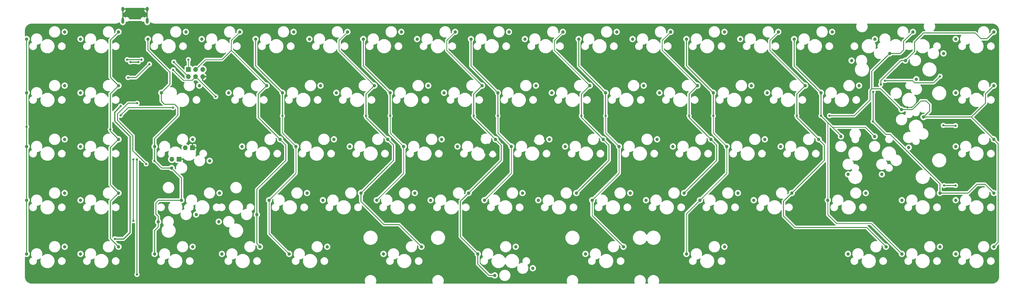
<source format=gbr>
%TF.GenerationSoftware,KiCad,Pcbnew,(5.99.0-11177-g6c67dfa032)*%
%TF.CreationDate,2021-09-17T12:08:34+03:00*%
%TF.ProjectId,SunsetterR2_Hotswap,53756e73-6574-4746-9572-52325f486f74,rev?*%
%TF.SameCoordinates,Original*%
%TF.FileFunction,Copper,L1,Top*%
%TF.FilePolarity,Positive*%
%FSLAX46Y46*%
G04 Gerber Fmt 4.6, Leading zero omitted, Abs format (unit mm)*
G04 Created by KiCad (PCBNEW (5.99.0-11177-g6c67dfa032)) date 2021-09-17 12:08:34*
%MOMM*%
%LPD*%
G01*
G04 APERTURE LIST*
%TA.AperFunction,ComponentPad*%
%ADD10C,1.200000*%
%TD*%
%TA.AperFunction,ComponentPad*%
%ADD11R,1.700000X1.700000*%
%TD*%
%TA.AperFunction,ComponentPad*%
%ADD12O,1.700000X1.700000*%
%TD*%
%TA.AperFunction,ComponentPad*%
%ADD13O,1.000000X2.100000*%
%TD*%
%TA.AperFunction,ComponentPad*%
%ADD14O,1.000000X1.600000*%
%TD*%
%TA.AperFunction,ViaPad*%
%ADD15C,0.800000*%
%TD*%
%TA.AperFunction,Conductor*%
%ADD16C,0.250000*%
%TD*%
%TA.AperFunction,Conductor*%
%ADD17C,0.400000*%
%TD*%
%TA.AperFunction,Conductor*%
%ADD18C,0.350000*%
%TD*%
%TA.AperFunction,Conductor*%
%ADD19C,0.300000*%
%TD*%
G04 APERTURE END LIST*
D10*
%TO.P,K21,1,1*%
%TO.N,Net-(K21-Pad1)*%
X102177500Y-54610000D03*
%TO.P,K21,2,2*%
%TO.N,/SCL*%
X115627500Y-52070000D03*
%TD*%
%TO.P,K80,1,1*%
%TO.N,Net-(K80-Pad1)*%
X359352500Y-92710000D03*
%TO.P,K80,2,2*%
%TO.N,/col16*%
X372802500Y-90170000D03*
%TD*%
%TO.P,K35,1,1*%
%TO.N,/col0*%
X30740000Y-73660000D03*
%TO.P,K35,2,2*%
%TO.N,Net-(K35-Pad2)*%
X44190000Y-71120000D03*
%TD*%
%TO.P,K30,1,1*%
%TO.N,/col12*%
X273627500Y-54610000D03*
%TO.P,K30,2,2*%
%TO.N,Net-(K30-Pad2)*%
X287077500Y-52070000D03*
%TD*%
%TO.P,K31,1,1*%
%TO.N,Net-(K31-Pad1)*%
X292677500Y-54610000D03*
%TO.P,K31,2,2*%
%TO.N,/col13*%
X306127500Y-52070000D03*
%TD*%
%TO.P,K33,1,1*%
%TO.N,Net-(K33-Pad1)*%
X345440000Y-49790000D03*
%TO.P,K33,2,2*%
%TO.N,/col15*%
X347980000Y-63240000D03*
%TD*%
%TO.P,K73,1,1*%
%TO.N,Net-(K73-Pad1)*%
X156946250Y-111760000D03*
%TO.P,K73,2,2*%
%TO.N,/col5*%
X170396250Y-109220000D03*
%TD*%
%TO.P,K51,1,1*%
%TO.N,/col0*%
X30740000Y-92710000D03*
%TO.P,K51,2,2*%
%TO.N,Net-(K51-Pad2)*%
X44190000Y-90170000D03*
%TD*%
%TO.P,K78,1,1*%
%TO.N,/col14*%
X340302500Y-111760000D03*
%TO.P,K78,2,2*%
%TO.N,Net-(K78-Pad2)*%
X353752500Y-109220000D03*
%TD*%
%TO.P,K23,1,1*%
%TO.N,Net-(K23-Pad1)*%
X140277500Y-54610000D03*
%TO.P,K23,2,2*%
%TO.N,/col5*%
X153727500Y-52070000D03*
%TD*%
%TO.P,K58,1,1*%
%TO.N,Net-(K58-Pad1)*%
X173615000Y-92710000D03*
%TO.P,K58,2,2*%
%TO.N,/col7*%
X187065000Y-90170000D03*
%TD*%
%TO.P,K56,1,1*%
%TO.N,Net-(K56-Pad1)*%
X135515000Y-92710000D03*
%TO.P,K56,2,2*%
%TO.N,/col5*%
X148965000Y-90170000D03*
%TD*%
%TO.P,K9,1,1*%
%TO.N,/col8*%
X187902500Y-35560000D03*
%TO.P,K9,2,2*%
%TO.N,Net-(K9-Pad2)*%
X201352500Y-33020000D03*
%TD*%
%TO.P,K10,1,1*%
%TO.N,Net-(K10-Pad1)*%
X206952500Y-35560000D03*
%TO.P,K10,2,2*%
%TO.N,/col9*%
X220402500Y-33020000D03*
%TD*%
%TO.P,K6,1,1*%
%TO.N,Net-(K6-Pad1)*%
X130752500Y-35560000D03*
%TO.P,K6,2,2*%
%TO.N,/col5*%
X144202500Y-33020000D03*
%TD*%
%TO.P,K25,1,1*%
%TO.N,Net-(K25-Pad1)*%
X178377500Y-54610000D03*
%TO.P,K25,2,2*%
%TO.N,/col7*%
X191827500Y-52070000D03*
%TD*%
%TO.P,K67,1,1*%
%TO.N,Net-(K67-Pad1)*%
X340302500Y-92710000D03*
%TO.P,K67,2,2*%
%TO.N,/col16*%
X353752500Y-90170000D03*
%TD*%
%TO.P,K46,1,1*%
%TO.N,Net-(K46-Pad1)*%
X259340000Y-73660000D03*
%TO.P,K46,2,2*%
%TO.N,/col11*%
X272790000Y-71120000D03*
%TD*%
%TO.P,K49,1,1*%
%TO.N,Net-(K49-Pad1)*%
X333216250Y-83560000D03*
%TO.P,K49,2,2*%
%TO.N,/col14*%
X330676250Y-70110000D03*
%TD*%
%TO.P,K11,1,1*%
%TO.N,/col10*%
X226002500Y-35560000D03*
%TO.P,K11,2,2*%
%TO.N,Net-(K11-Pad2)*%
X239452500Y-33020000D03*
%TD*%
%TO.P,K14,1,1*%
%TO.N,Net-(K14-Pad1)*%
X283152500Y-35560000D03*
%TO.P,K14,2,2*%
%TO.N,/col13*%
X296602500Y-33020000D03*
%TD*%
%TO.P,K49A1,1,1*%
%TO.N,Net-(K49-Pad1)*%
X321310000Y-83560000D03*
%TO.P,K49A1,2,2*%
%TO.N,/col14*%
X318770000Y-70110000D03*
%TD*%
%TO.P,K18,1,1*%
%TO.N,/col0*%
X30740000Y-54610000D03*
%TO.P,K18,2,2*%
%TO.N,Net-(K18-Pad2)*%
X44190000Y-52070000D03*
%TD*%
%TO.P,K66,1,1*%
%TO.N,Net-(K66-Pad1)*%
X359352500Y-73660000D03*
%TO.P,K66,2,2*%
%TO.N,/col15*%
X372802500Y-71120000D03*
%TD*%
%TO.P,K36,1,1*%
%TO.N,Net-(K36-Pad1)*%
X49790000Y-73660000D03*
%TO.P,K36,2,2*%
%TO.N,/col1*%
X63240000Y-71120000D03*
%TD*%
%TO.P,K32,1,1*%
%TO.N,/col14*%
X311727500Y-54610000D03*
%TO.P,K32,2,2*%
%TO.N,Net-(K32-Pad2)*%
X325177500Y-52070000D03*
%TD*%
D11*
%TO.P,LED1,1,K*%
%TO.N,Earth*%
X84633750Y-78182000D03*
D12*
%TO.P,LED1,2,A*%
%TO.N,Net-(LED1-Pad2)*%
X82093750Y-78182000D03*
%TD*%
D10*
%TO.P,K8,1,1*%
%TO.N,Net-(K8-Pad1)*%
X168852500Y-35560000D03*
%TO.P,K8,2,2*%
%TO.N,/col7*%
X182302500Y-33020000D03*
%TD*%
%TO.P,K72,1,1*%
%TO.N,/col4*%
X123608750Y-111760000D03*
%TO.P,K72,2,2*%
%TO.N,Net-(K72-Pad2)*%
X137058750Y-109220000D03*
%TD*%
%TO.P,K63,1,1*%
%TO.N,/col12*%
X268865000Y-92710000D03*
%TO.P,K63,2,2*%
%TO.N,Net-(K63-Pad2)*%
X282315000Y-90170000D03*
%TD*%
%TO.P,K53,1,1*%
%TO.N,Net-(K53-Pad1)*%
X90703750Y-97790000D03*
%TO.P,K53,2,2*%
%TO.N,/col2*%
X77253750Y-100330000D03*
%TD*%
%TO.P,K22,1,1*%
%TO.N,/col4*%
X121227500Y-54610000D03*
%TO.P,K22,2,2*%
%TO.N,Net-(K22-Pad2)*%
X134677500Y-52070000D03*
%TD*%
%TO.P,K7,1,1*%
%TO.N,/col6*%
X149802500Y-35560000D03*
%TO.P,K7,2,2*%
%TO.N,Net-(K7-Pad2)*%
X163252500Y-33020000D03*
%TD*%
%TO.P,K13,1,1*%
%TO.N,/col12*%
X264102500Y-35560000D03*
%TO.P,K13,2,2*%
%TO.N,Net-(K13-Pad2)*%
X277552500Y-33020000D03*
%TD*%
%TO.P,K74A1,1,1*%
%TO.N,Net-(K74-Pad2)*%
X209772500Y-116840000D03*
%TO.P,K74A1,2,2*%
%TO.N,/col7*%
X196322500Y-119380000D03*
%TD*%
%TO.P,K27,1,1*%
%TO.N,Net-(K27-Pad1)*%
X216477500Y-54610000D03*
%TO.P,K27,2,2*%
%TO.N,/col9*%
X229927500Y-52070000D03*
%TD*%
%TO.P,K43,1,1*%
%TO.N,/col8*%
X202190000Y-73660000D03*
%TO.P,K43,2,2*%
%TO.N,Net-(K43-Pad2)*%
X215640000Y-71120000D03*
%TD*%
D13*
%TO.P,J1,S1,SHIELD*%
%TO.N,Net-(FB1-Pad1)*%
X73376250Y-29107600D03*
D14*
X64736250Y-24927600D03*
X73376250Y-24927600D03*
D13*
X64736250Y-29107600D03*
%TD*%
D10*
%TO.P,K71,1,1*%
%TO.N,Net-(K71-Pad1)*%
X99796250Y-111760000D03*
%TO.P,K71,2,2*%
%TO.N,/SCL*%
X113246250Y-109220000D03*
%TD*%
%TO.P,K16A1,1,1*%
%TO.N,Net-(K16-Pad2)*%
X330771250Y-35560000D03*
%TO.P,K16A1,2,2*%
%TO.N,/col15*%
X344221250Y-33020000D03*
%TD*%
%TO.P,K29,1,1*%
%TO.N,Net-(K29-Pad1)*%
X254577500Y-54610000D03*
%TO.P,K29,2,2*%
%TO.N,/col11*%
X268027500Y-52070000D03*
%TD*%
%TO.P,K69,1,1*%
%TO.N,Net-(K69-Pad1)*%
X49790000Y-111760000D03*
%TO.P,K69,2,2*%
%TO.N,/col1*%
X63240000Y-109220000D03*
%TD*%
%TO.P,K59,1,1*%
%TO.N,/col8*%
X192665000Y-92710000D03*
%TO.P,K59,2,2*%
%TO.N,Net-(K59-Pad2)*%
X206115000Y-90170000D03*
%TD*%
%TO.P,K1,1,1*%
%TO.N,/col0*%
X30740000Y-35560000D03*
%TO.P,K1,2,2*%
%TO.N,Net-(K1-Pad2)*%
X44190000Y-33020000D03*
%TD*%
%TO.P,K77,1,1*%
%TO.N,Net-(K77-Pad1)*%
X321252500Y-111760000D03*
%TO.P,K77,2,2*%
%TO.N,/col13*%
X334702500Y-109220000D03*
%TD*%
D11*
%TO.P,LED1a1,1,K*%
%TO.N,Earth*%
X89396250Y-74143000D03*
D12*
%TO.P,LED1a1,2,A*%
%TO.N,Net-(LED1-Pad2)*%
X86856250Y-74143000D03*
%TD*%
D10*
%TO.P,K20,1,1*%
%TO.N,/col2*%
X78365000Y-54610000D03*
%TO.P,K20,2,2*%
%TO.N,Net-(K20-Pad2)*%
X91815000Y-52070000D03*
%TD*%
%TO.P,K76,1,1*%
%TO.N,/col12*%
X264102500Y-111760000D03*
%TO.P,K76,2,2*%
%TO.N,Net-(K76-Pad2)*%
X277552500Y-109220000D03*
%TD*%
%TO.P,K45,1,1*%
%TO.N,/col10*%
X240290000Y-73660000D03*
%TO.P,K45,2,2*%
%TO.N,Net-(K45-Pad2)*%
X253740000Y-71120000D03*
%TD*%
%TO.P,K42,1,1*%
%TO.N,Net-(K42-Pad1)*%
X183140000Y-73660000D03*
%TO.P,K42,2,2*%
%TO.N,/col7*%
X196590000Y-71120000D03*
%TD*%
%TO.P,K16,1,1*%
%TO.N,/col15*%
X335972500Y-40640000D03*
%TO.P,K16,2,2*%
%TO.N,Net-(K16-Pad2)*%
X322522500Y-43180000D03*
%TD*%
%TO.P,K44,1,1*%
%TO.N,Net-(K44-Pad1)*%
X221240000Y-73660000D03*
%TO.P,K44,2,2*%
%TO.N,/col9*%
X234690000Y-71120000D03*
%TD*%
%TO.P,K3,1,1*%
%TO.N,/col2*%
X73602500Y-35560000D03*
%TO.P,K3,2,2*%
%TO.N,Net-(K3-Pad2)*%
X87052500Y-33020000D03*
%TD*%
%TO.P,K34,1,1*%
%TO.N,Net-(K34-Pad1)*%
X359352500Y-35560000D03*
%TO.P,K34,2,2*%
%TO.N,/col16*%
X372802500Y-33020000D03*
%TD*%
%TO.P,K55,1,1*%
%TO.N,/col4*%
X116465000Y-92710000D03*
%TO.P,K55,2,2*%
%TO.N,Net-(K55-Pad2)*%
X129915000Y-90170000D03*
%TD*%
%TO.P,K4,1,1*%
%TO.N,Net-(K4-Pad1)*%
X92652500Y-35560000D03*
%TO.P,K4,2,2*%
%TO.N,/SCL*%
X106102500Y-33020000D03*
%TD*%
%TO.P,K70,1,1*%
%TO.N,/col2*%
X75983750Y-111760000D03*
%TO.P,K70,2,2*%
%TO.N,Net-(K70-Pad2)*%
X89433750Y-109220000D03*
%TD*%
%TO.P,K62,1,1*%
%TO.N,Net-(K62-Pad1)*%
X249815000Y-92710000D03*
%TO.P,K62,2,2*%
%TO.N,/col11*%
X263265000Y-90170000D03*
%TD*%
%TO.P,K15,1,1*%
%TO.N,/col14*%
X302202500Y-35560000D03*
%TO.P,K15,2,2*%
%TO.N,Net-(K15-Pad2)*%
X315652500Y-33020000D03*
%TD*%
%TO.P,K61,1,1*%
%TO.N,/col10*%
X230765000Y-92710000D03*
%TO.P,K61,2,2*%
%TO.N,Net-(K61-Pad2)*%
X244215000Y-90170000D03*
%TD*%
%TO.P,K53A1,1,1*%
%TO.N,/col2*%
X85508750Y-92710000D03*
%TO.P,K53A1,2,2*%
%TO.N,Net-(K53-Pad1)*%
X98958750Y-90170000D03*
%TD*%
%TO.P,K38,1,1*%
%TO.N,Net-(K38-Pad1)*%
X106940000Y-73660000D03*
%TO.P,K38,2,2*%
%TO.N,/SCL*%
X120390000Y-71120000D03*
%TD*%
%TO.P,K17,1,1*%
%TO.N,Net-(K17-Pad1)*%
X355022500Y-40640000D03*
%TO.P,K17,2,2*%
%TO.N,/col16*%
X341572500Y-43180000D03*
%TD*%
%TO.P,K68,1,1*%
%TO.N,/col0*%
X30740000Y-111760000D03*
%TO.P,K68,2,2*%
%TO.N,Net-(K68-Pad2)*%
X44190000Y-109220000D03*
%TD*%
%TO.P,K64,1,1*%
%TO.N,Net-(K64-Pad1)*%
X287915000Y-92710000D03*
%TO.P,K64,2,2*%
%TO.N,/col13*%
X301365000Y-90170000D03*
%TD*%
%TO.P,K65,1,1*%
%TO.N,/col14*%
X314108750Y-92710000D03*
%TO.P,K65,2,2*%
%TO.N,Net-(K65-Pad2)*%
X327558750Y-90170000D03*
%TD*%
%TO.P,K37A1,1,1*%
%TO.N,/col2*%
X75983750Y-73660000D03*
%TO.P,K37A1,2,2*%
%TO.N,Net-(K37-Pad1)*%
X89433750Y-71120000D03*
%TD*%
%TO.P,K28,1,1*%
%TO.N,/col10*%
X235527500Y-54610000D03*
%TO.P,K28,2,2*%
%TO.N,Net-(K28-Pad2)*%
X248977500Y-52070000D03*
%TD*%
%TO.P,K2,1,1*%
%TO.N,Net-(K2-Pad1)*%
X49790000Y-35560000D03*
%TO.P,K2,2,2*%
%TO.N,/col1*%
X63240000Y-33020000D03*
%TD*%
%TO.P,K50,1,1*%
%TO.N,Net-(K50-Pad1)*%
X359352500Y-54610000D03*
%TO.P,K50,2,2*%
%TO.N,/col15*%
X372802500Y-52070000D03*
%TD*%
%TO.P,K12,1,1*%
%TO.N,Net-(K12-Pad1)*%
X245052500Y-35560000D03*
%TO.P,K12,2,2*%
%TO.N,/col11*%
X258502500Y-33020000D03*
%TD*%
%TO.P,K41,1,1*%
%TO.N,/col6*%
X164090000Y-73660000D03*
%TO.P,K41,2,2*%
%TO.N,Net-(K41-Pad2)*%
X177540000Y-71120000D03*
%TD*%
%TO.P,K75,1,1*%
%TO.N,Net-(K75-Pad1)*%
X228383750Y-111760000D03*
%TO.P,K75,2,2*%
%TO.N,/col10*%
X241833750Y-109220000D03*
%TD*%
%TO.P,K74,1,1*%
%TO.N,/col7*%
X190283750Y-111760000D03*
%TO.P,K74,2,2*%
%TO.N,Net-(K74-Pad2)*%
X203733750Y-109220000D03*
%TD*%
%TO.P,K57,1,1*%
%TO.N,/col6*%
X154565000Y-92710000D03*
%TO.P,K57,2,2*%
%TO.N,Net-(K57-Pad2)*%
X168015000Y-90170000D03*
%TD*%
%TO.P,K24,1,1*%
%TO.N,/col6*%
X159327500Y-54610000D03*
%TO.P,K24,2,2*%
%TO.N,Net-(K24-Pad2)*%
X172777500Y-52070000D03*
%TD*%
%TO.P,K60,1,1*%
%TO.N,Net-(K60-Pad1)*%
X211715000Y-92710000D03*
%TO.P,K60,2,2*%
%TO.N,/col9*%
X225165000Y-90170000D03*
%TD*%
D11*
%TO.P,ISP1,1,Pin_1*%
%TO.N,/MISO*%
X87949800Y-46350000D03*
D12*
%TO.P,ISP1,2,Pin_2*%
%TO.N,+5V*%
X87949800Y-48890000D03*
%TO.P,ISP1,3,Pin_3*%
%TO.N,/SCL*%
X90489800Y-46350000D03*
%TO.P,ISP1,4,Pin_4*%
%TO.N,/MOSI*%
X90489800Y-48890000D03*
%TO.P,ISP1,5,Pin_5*%
%TO.N,/RES*%
X93029800Y-46350000D03*
%TO.P,ISP1,6,Pin_6*%
%TO.N,Earth*%
X93029800Y-48890000D03*
%TD*%
D10*
%TO.P,K52,1,1*%
%TO.N,Net-(K52-Pad1)*%
X49790000Y-92710000D03*
%TO.P,K52,2,2*%
%TO.N,/col1*%
X63240000Y-90170000D03*
%TD*%
%TO.P,K26,1,1*%
%TO.N,/col8*%
X197427500Y-54610000D03*
%TO.P,K26,2,2*%
%TO.N,Net-(K26-Pad2)*%
X210877500Y-52070000D03*
%TD*%
%TO.P,K39,1,1*%
%TO.N,/col4*%
X125990000Y-73660000D03*
%TO.P,K39,2,2*%
%TO.N,Net-(K39-Pad2)*%
X139440000Y-71120000D03*
%TD*%
%TO.P,K47,1,1*%
%TO.N,/col12*%
X278390000Y-73660000D03*
%TO.P,K47,2,2*%
%TO.N,Net-(K47-Pad2)*%
X291840000Y-71120000D03*
%TD*%
%TO.P,K5,1,1*%
%TO.N,/col4*%
X111702500Y-35560000D03*
%TO.P,K5,2,2*%
%TO.N,Net-(K5-Pad2)*%
X125152500Y-33020000D03*
%TD*%
%TO.P,K37,1,1*%
%TO.N,Net-(K37-Pad1)*%
X95466250Y-78740000D03*
%TO.P,K37,2,2*%
%TO.N,/col2*%
X82016250Y-81280000D03*
%TD*%
%TO.P,K19,1,1*%
%TO.N,Net-(K19-Pad1)*%
X49790000Y-54610000D03*
%TO.P,K19,2,2*%
%TO.N,/col1*%
X63240000Y-52070000D03*
%TD*%
%TO.P,K54,1,1*%
%TO.N,/SCL*%
X112135000Y-97790000D03*
%TO.P,K54,2,2*%
%TO.N,Net-(K54-Pad2)*%
X98685000Y-100330000D03*
%TD*%
%TO.P,K33A1,1,1*%
%TO.N,Net-(K33-Pad1)*%
X342741250Y-74035000D03*
%TO.P,K33A1,2,2*%
%TO.N,/col15*%
X340201250Y-60585000D03*
%TD*%
%TO.P,K48,1,1*%
%TO.N,Net-(K48-Pad1)*%
X297440000Y-73660000D03*
%TO.P,K48,2,2*%
%TO.N,/col13*%
X310890000Y-71120000D03*
%TD*%
%TO.P,K79,1,1*%
%TO.N,Net-(K79-Pad1)*%
X359352500Y-111760000D03*
%TO.P,K79,2,2*%
%TO.N,/col15*%
X372802500Y-109220000D03*
%TD*%
%TO.P,K40,1,1*%
%TO.N,Net-(K40-Pad1)*%
X145040000Y-73660000D03*
%TO.P,K40,2,2*%
%TO.N,/col5*%
X158490000Y-71120000D03*
%TD*%
D15*
%TO.N,Earth*%
X353800000Y-46050000D03*
X342100000Y-40400000D03*
X348600000Y-43000000D03*
X353000000Y-51700000D03*
X333300000Y-86400000D03*
%TO.N,+5V*%
X61976000Y-106426000D03*
X63999509Y-59317491D03*
X82804000Y-43688000D03*
X67437000Y-43688000D03*
X70231000Y-43688000D03*
%TO.N,Earth*%
X212725000Y-78994000D03*
X73482200Y-53238400D03*
X66167000Y-79629000D03*
X100457000Y-98298000D03*
X331597000Y-101219000D03*
X68500000Y-102750000D03*
X214884000Y-121666000D03*
X242951000Y-43688000D03*
X266827000Y-104140000D03*
X330835000Y-50546000D03*
X342900000Y-54051200D03*
X183896000Y-108331000D03*
X64135000Y-30861000D03*
X312928000Y-80264000D03*
X165735000Y-120523000D03*
X123139200Y-72390000D03*
X214249000Y-62992000D03*
X51358800Y-79756000D03*
X328930000Y-101981000D03*
X73406000Y-58470800D03*
X176149000Y-62992000D03*
X59055000Y-61468000D03*
X59055000Y-63754000D03*
X70358000Y-46101000D03*
X342239600Y-59835500D03*
X71755000Y-85852000D03*
X106299000Y-44958000D03*
X340614000Y-108077000D03*
X71755000Y-82296000D03*
X279019000Y-106426000D03*
X71374000Y-54000400D03*
X336550000Y-104775000D03*
X255000000Y-120250000D03*
X71755000Y-79883000D03*
X275844000Y-77597000D03*
X311404000Y-67818000D03*
X71424800Y-70256400D03*
X70586600Y-37363400D03*
X340233000Y-69723000D03*
X66395600Y-63144400D03*
X57850000Y-50300000D03*
X180721000Y-71755000D03*
X355092000Y-100838000D03*
X374269000Y-111506000D03*
X72263000Y-41656000D03*
X74041000Y-41656000D03*
X182753000Y-104902000D03*
X77300000Y-56850000D03*
X95504000Y-52070000D03*
X146050000Y-109601000D03*
X97536000Y-76708000D03*
X72306250Y-32087750D03*
X206629000Y-102362000D03*
X96139000Y-82169000D03*
X325501000Y-34544000D03*
X68072000Y-61671200D03*
X198755000Y-72136000D03*
X321437000Y-118745000D03*
X373253000Y-106934000D03*
X331470000Y-61087000D03*
X59055000Y-98806000D03*
X85344000Y-60706000D03*
X74930000Y-100330000D03*
X335280000Y-68173600D03*
X266827000Y-49403000D03*
X61595000Y-79629000D03*
X79400400Y-62331600D03*
X303987200Y-89204800D03*
X63250000Y-101500000D03*
X74803000Y-105283000D03*
X98425000Y-79883000D03*
X82250000Y-71500000D03*
X136525000Y-102362000D03*
X81381600Y-84785200D03*
X278511000Y-47625000D03*
X327406000Y-50673000D03*
X88011000Y-82169000D03*
X354457000Y-111760000D03*
X62738000Y-54991000D03*
X76301600Y-61468000D03*
X136525000Y-78867000D03*
X268351000Y-47371000D03*
X66167000Y-82296000D03*
X303072800Y-101193600D03*
X83058000Y-51816000D03*
X91821000Y-72390000D03*
X65278000Y-69596000D03*
X61468000Y-65582800D03*
X269367000Y-63373000D03*
X63881000Y-79629000D03*
X70256400Y-67157600D03*
X252349000Y-63373000D03*
X77978000Y-103124000D03*
X105537000Y-49530000D03*
X370713000Y-107061000D03*
X336931000Y-34925000D03*
X347726000Y-49834800D03*
X276987000Y-102362000D03*
X280924000Y-43688000D03*
X61341000Y-60452000D03*
X93218000Y-54610000D03*
X59055000Y-65532000D03*
X238540000Y-79540000D03*
X280543000Y-118745000D03*
X183769000Y-115316000D03*
X174498000Y-79502000D03*
X340004400Y-58369200D03*
X221361000Y-120269000D03*
X192024000Y-47244000D03*
X186944000Y-79121000D03*
X137922000Y-47625000D03*
X307213000Y-65532000D03*
X328041000Y-53213000D03*
X302768000Y-64770000D03*
X332486000Y-47117000D03*
X95250000Y-47625000D03*
X196723000Y-104013000D03*
X315925200Y-101193600D03*
X219202000Y-72263000D03*
X331724000Y-64668400D03*
X119126000Y-116078000D03*
X231521000Y-63119000D03*
X211328000Y-47244000D03*
X71323200Y-64922400D03*
X189357000Y-44958000D03*
X233807000Y-120396000D03*
X98679000Y-54229000D03*
X351155000Y-104902000D03*
X96012000Y-108966000D03*
X321818000Y-40005000D03*
X197866000Y-49276000D03*
X260223000Y-111633000D03*
X188976000Y-120777000D03*
X250571000Y-79121000D03*
X152146000Y-114681000D03*
X64516000Y-47625000D03*
X71755000Y-44958000D03*
X323215000Y-120396000D03*
X91186000Y-76200000D03*
X57658000Y-103251000D03*
X99568000Y-71247000D03*
X70586600Y-35560000D03*
X107315000Y-101600000D03*
X208584800Y-46329600D03*
X88519000Y-84785200D03*
X300863000Y-66929000D03*
X59055000Y-59436000D03*
X370840000Y-111379000D03*
X208788000Y-49784000D03*
X138049000Y-62611000D03*
X104521000Y-78486000D03*
X96139000Y-60579000D03*
X327279000Y-60706000D03*
X345567000Y-63500000D03*
X56261000Y-104775000D03*
X83566000Y-105283000D03*
X255016000Y-121793000D03*
X79603600Y-50342800D03*
X343306400Y-47498000D03*
X107442000Y-105156000D03*
X193802000Y-62992000D03*
X71424800Y-57099200D03*
X355981000Y-109855000D03*
X83185000Y-100711000D03*
X309626000Y-63119000D03*
X63881000Y-82296000D03*
X71755000Y-84074000D03*
X346202000Y-56642000D03*
X356108000Y-120396000D03*
X301244000Y-79248000D03*
X331089000Y-93726000D03*
X101854000Y-102870000D03*
X128270000Y-51054000D03*
X185293000Y-105156000D03*
X347726000Y-102362000D03*
X126365000Y-104648000D03*
X290576000Y-63500000D03*
X204724000Y-43942000D03*
X61595000Y-82296000D03*
X335788000Y-49022000D03*
X77216000Y-105283000D03*
X66421000Y-35280600D03*
%TO.N,/MISO*%
X66294000Y-42862500D03*
X87947500Y-42862500D03*
X71374000Y-42862500D03*
%TO.N,/MOSI*%
X97631250Y-55975250D03*
X82550000Y-46482000D03*
X64008000Y-62611000D03*
X353822000Y-48768000D03*
X334314800Y-50292000D03*
X82499200Y-59893200D03*
%TO.N,/col0*%
X30734000Y-66675000D03*
%TO.N,/col1*%
X60325000Y-67564000D03*
%TO.N,/col2*%
X75946000Y-78740000D03*
%TO.N,/col4*%
X121208800Y-62775500D03*
%TO.N,/col5*%
X150749000Y-62738000D03*
%TO.N,/col6*%
X159308800Y-62775500D03*
%TO.N,/col7*%
X188849000Y-62738000D03*
%TO.N,/col8*%
X197408800Y-62775500D03*
%TO.N,/col9*%
X226949000Y-62738000D03*
%TO.N,/col10*%
X235508800Y-62775500D03*
%TO.N,/col11*%
X265049000Y-62738000D03*
%TO.N,/col12*%
X273608800Y-62775500D03*
%TO.N,/col13*%
X303149000Y-62738000D03*
%TO.N,/col14*%
X311708800Y-62775500D03*
%TO.N,/col15*%
X314706000Y-62738000D03*
%TO.N,/col16*%
X330149200Y-54305200D03*
X332841600Y-51663600D03*
X330098400Y-64770000D03*
%TO.N,/row3*%
X68500000Y-100000000D03*
X68500000Y-78250000D03*
%TO.N,/row4*%
X69750000Y-78250000D03*
X69750000Y-119062500D03*
%TO.N,/CAPS_LED*%
X72999600Y-79857600D03*
X69799200Y-58318400D03*
%TO.N,Net-(RGB1-Pad2)*%
X66600000Y-49225000D03*
X74168000Y-44450000D03*
%TO.N,Net-(K50-Pad1)*%
X359283000Y-66294000D03*
X354965000Y-66167000D03*
%TO.N,Net-(K66-Pad1)*%
X359283000Y-87503000D03*
X355219000Y-87503000D03*
%TD*%
D16*
%TO.N,/MOSI*%
X90489800Y-48890000D02*
X97575050Y-55975250D01*
%TO.N,/SCL*%
X90489800Y-46350000D02*
X93964600Y-42875200D01*
X93964600Y-42875200D02*
X99815300Y-42875200D01*
D17*
%TO.N,+5V*%
X61849000Y-64643000D02*
X61849000Y-61468000D01*
X65024000Y-106426000D02*
X67250000Y-104200000D01*
X67250000Y-104200000D02*
X67250000Y-70044000D01*
X61976000Y-106426000D02*
X65024000Y-106426000D01*
D16*
X82804000Y-43744200D02*
X87949800Y-48890000D01*
D17*
X70231000Y-43688000D02*
X67437000Y-43688000D01*
X61849000Y-61468000D02*
X63999509Y-59317491D01*
D16*
X82804000Y-43688000D02*
X82804000Y-43744200D01*
D17*
X67250000Y-70044000D02*
X61849000Y-64643000D01*
%TO.N,Earth*%
X70586600Y-35560000D02*
X70307200Y-35280600D01*
X70307200Y-35280600D02*
X66421000Y-35280600D01*
D18*
X346202000Y-57505600D02*
X346202000Y-56642000D01*
X343872100Y-59835500D02*
X346202000Y-57505600D01*
D17*
X64135000Y-30861000D02*
X66421000Y-33147000D01*
D18*
X342239600Y-59835500D02*
X343872100Y-59835500D01*
D17*
X66421000Y-33147000D02*
X66421000Y-35280600D01*
D16*
%TO.N,/MISO*%
X87949800Y-46350000D02*
X87949800Y-42864800D01*
X87949800Y-42864800D02*
X87947500Y-42862500D01*
D19*
X66294000Y-42862500D02*
X71374000Y-42862500D01*
%TO.N,/SCL*%
X112135000Y-97790000D02*
X112135000Y-88900000D01*
X122428000Y-78607000D02*
X122428000Y-73158000D01*
X112135000Y-97790000D02*
X112135000Y-108108750D01*
X112649000Y-63379000D02*
X112649000Y-62738000D01*
X112423750Y-88611250D02*
X122428000Y-78607000D01*
D16*
X103851250Y-40293750D02*
X115627500Y-52070000D01*
X103124000Y-35998500D02*
X106102500Y-33020000D01*
X103851250Y-40293750D02*
X103124000Y-39566500D01*
X103124000Y-39566500D02*
X103124000Y-35998500D01*
D19*
X122428000Y-73158000D02*
X120390000Y-71120000D01*
X120390000Y-71120000D02*
X112649000Y-63379000D01*
X112135000Y-88900000D02*
X112423750Y-88611250D01*
D16*
X99815300Y-42875200D02*
X103124000Y-39566500D01*
D19*
X112649000Y-55048500D02*
X115627500Y-52070000D01*
X112135000Y-108108750D02*
X113246250Y-109220000D01*
X112649000Y-62738000D02*
X112649000Y-55048500D01*
%TO.N,/MOSI*%
X66725800Y-59893200D02*
X64008000Y-62611000D01*
X344170000Y-50292000D02*
X344932000Y-51054000D01*
D16*
X82550000Y-46550000D02*
X86165000Y-50165000D01*
X82550000Y-46482000D02*
X82550000Y-46550000D01*
D19*
X344932000Y-51054000D02*
X351536000Y-51054000D01*
X82499200Y-59893200D02*
X66725800Y-59893200D01*
D16*
X89214800Y-50165000D02*
X90489800Y-48890000D01*
D19*
X351536000Y-51054000D02*
X353822000Y-48768000D01*
X334314800Y-50292000D02*
X344170000Y-50292000D01*
D16*
X86165000Y-50165000D02*
X89214800Y-50165000D01*
X97575050Y-55975250D02*
X97631250Y-55975250D01*
D19*
%TO.N,/col0*%
X30740000Y-54610000D02*
X30740000Y-35560000D01*
X30740000Y-70733000D02*
X30740000Y-73660000D01*
X30740000Y-73660000D02*
X30740000Y-92710000D01*
X30740000Y-111760000D02*
X30740000Y-92710000D01*
X30734000Y-66675000D02*
X30734000Y-62623000D01*
X30740000Y-62617000D02*
X30740000Y-54610000D01*
X30734000Y-70727000D02*
X30740000Y-70733000D01*
X30734000Y-62623000D02*
X30740000Y-62617000D01*
X30734000Y-66675000D02*
X30734000Y-70727000D01*
%TO.N,/col1*%
X60325000Y-87255000D02*
X63240000Y-90170000D01*
X60325000Y-67564000D02*
X60325000Y-54985000D01*
X60325000Y-35935000D02*
X63240000Y-33020000D01*
X60325000Y-74035000D02*
X60325000Y-87255000D01*
X60325000Y-106305000D02*
X63240000Y-109220000D01*
X63240000Y-52070000D02*
X60325000Y-49155000D01*
X60325000Y-49155000D02*
X60325000Y-35935000D01*
X60325000Y-68205000D02*
X60325000Y-67564000D01*
X63240000Y-90170000D02*
X60325000Y-93085000D01*
X60325000Y-54985000D02*
X63240000Y-52070000D01*
X63240000Y-71120000D02*
X60325000Y-74035000D01*
X60325000Y-93085000D02*
X60325000Y-106305000D01*
X63240000Y-71120000D02*
X60325000Y-68205000D01*
%TO.N,/col2*%
X76454000Y-93726000D02*
X76454000Y-97663000D01*
X77253750Y-102197250D02*
X77253750Y-100330000D01*
X82016250Y-81280000D02*
X85508750Y-84772500D01*
X83058000Y-58674000D02*
X79502000Y-58674000D01*
X76454000Y-97663000D02*
X77253750Y-98462750D01*
X85508750Y-84772500D02*
X85508750Y-92710000D01*
X73602500Y-39439500D02*
X73602500Y-35560000D01*
X78365000Y-54610000D02*
X81407000Y-51568000D01*
X75946000Y-78740000D02*
X78486000Y-81280000D01*
X84201000Y-59817000D02*
X83058000Y-58674000D01*
X75983750Y-111760000D02*
X75983750Y-103467250D01*
X77470000Y-92710000D02*
X76454000Y-93726000D01*
X78486000Y-81280000D02*
X82016250Y-81280000D01*
X78365000Y-57537000D02*
X78365000Y-54610000D01*
X75946000Y-78740000D02*
X75983750Y-78702250D01*
X77253750Y-98462750D02*
X77253750Y-100330000D01*
X75983750Y-70828250D02*
X84201000Y-62611000D01*
X81407000Y-51568000D02*
X81407000Y-47244000D01*
X84201000Y-62611000D02*
X84201000Y-59817000D01*
X85508750Y-92710000D02*
X77470000Y-92710000D01*
X75983750Y-73660000D02*
X75983750Y-70828250D01*
X79502000Y-58674000D02*
X78365000Y-57537000D01*
X75983750Y-103467250D02*
X77253750Y-102197250D01*
X81407000Y-47244000D02*
X73602500Y-39439500D01*
X75983750Y-78702250D02*
X75983750Y-73660000D01*
%TO.N,/col4*%
X111702500Y-45085000D02*
X121227500Y-54610000D01*
D16*
X116465000Y-92710000D02*
X116465000Y-104616250D01*
X121208800Y-62775500D02*
X121208800Y-68878800D01*
D19*
X121208800Y-62775500D02*
X121227500Y-62756800D01*
D16*
X116465000Y-104616250D02*
X123608750Y-111760000D01*
D19*
X111702500Y-35560000D02*
X111702500Y-45085000D01*
D16*
X121208800Y-68878800D02*
X125990000Y-73660000D01*
X125990000Y-73660000D02*
X125990000Y-83185000D01*
D19*
X121227500Y-62756800D02*
X121227500Y-54610000D01*
D16*
X125990000Y-83185000D02*
X116465000Y-92710000D01*
D19*
%TO.N,/col5*%
X158490000Y-71120000D02*
X150749000Y-63379000D01*
X150749000Y-55048500D02*
X153727500Y-52070000D01*
D16*
X141951250Y-40293750D02*
X141224000Y-39566500D01*
D19*
X157099000Y-101346000D02*
X148965000Y-93212000D01*
D16*
X141224000Y-39566500D02*
X141224000Y-35998500D01*
X141951250Y-40293750D02*
X153727500Y-52070000D01*
D19*
X150749000Y-63379000D02*
X150749000Y-62738000D01*
X148965000Y-93212000D02*
X148965000Y-90170000D01*
X170396250Y-109220000D02*
X162522250Y-101346000D01*
D16*
X141224000Y-35998500D02*
X144202500Y-33020000D01*
D19*
X160528000Y-73158000D02*
X158490000Y-71120000D01*
X148965000Y-90170000D02*
X160528000Y-78607000D01*
X160528000Y-78607000D02*
X160528000Y-73158000D01*
X162522250Y-101346000D02*
X157099000Y-101346000D01*
X150749000Y-62738000D02*
X150749000Y-55048500D01*
%TO.N,/col6*%
X149802500Y-45085000D02*
X159327500Y-54610000D01*
D16*
X159308800Y-62775500D02*
X159308800Y-68878800D01*
X164090000Y-83185000D02*
X154565000Y-92710000D01*
X159308800Y-68878800D02*
X164090000Y-73660000D01*
D19*
X149802500Y-35560000D02*
X149802500Y-45085000D01*
D16*
X164090000Y-73660000D02*
X164090000Y-83185000D01*
D19*
X159308800Y-62775500D02*
X159327500Y-62756800D01*
X159327500Y-62756800D02*
X159327500Y-54610000D01*
%TO.N,/col7*%
X188849000Y-62738000D02*
X188849000Y-55048500D01*
X190283750Y-115353750D02*
X194310000Y-119380000D01*
X194310000Y-119380000D02*
X196322500Y-119380000D01*
D16*
X180051250Y-40293750D02*
X179324000Y-39566500D01*
D19*
X184150000Y-105626250D02*
X190283750Y-111760000D01*
D16*
X179324000Y-35998500D02*
X182302500Y-33020000D01*
D19*
X188849000Y-63379000D02*
X188849000Y-62738000D01*
D16*
X179324000Y-39566500D02*
X179324000Y-35998500D01*
D19*
X196590000Y-71120000D02*
X188849000Y-63379000D01*
X190283750Y-111760000D02*
X190283750Y-115353750D01*
D16*
X180051250Y-40293750D02*
X191827500Y-52070000D01*
D19*
X187065000Y-90170000D02*
X184150000Y-93085000D01*
X187065000Y-90170000D02*
X198628000Y-78607000D01*
X198628000Y-73158000D02*
X196590000Y-71120000D01*
X198628000Y-78607000D02*
X198628000Y-73158000D01*
X188849000Y-55048500D02*
X191827500Y-52070000D01*
X184150000Y-93085000D02*
X184150000Y-105626250D01*
%TO.N,/col8*%
X187902500Y-35560000D02*
X187902500Y-45085000D01*
D16*
X202190000Y-73660000D02*
X202190000Y-83185000D01*
D19*
X197427500Y-62756800D02*
X197427500Y-54610000D01*
X187902500Y-45085000D02*
X197427500Y-54610000D01*
X197408800Y-62775500D02*
X197427500Y-62756800D01*
D16*
X197408800Y-62775500D02*
X197408800Y-68878800D01*
X197408800Y-68878800D02*
X202190000Y-73660000D01*
X202190000Y-83185000D02*
X192665000Y-92710000D01*
%TO.N,/col9*%
X218151250Y-40293750D02*
X229927500Y-52070000D01*
D19*
X226949000Y-63379000D02*
X226949000Y-62738000D01*
X225165000Y-90170000D02*
X236728000Y-78607000D01*
D16*
X217424000Y-35998500D02*
X220402500Y-33020000D01*
X217424000Y-39566500D02*
X217424000Y-35998500D01*
X218151250Y-40293750D02*
X217424000Y-39566500D01*
D19*
X226949000Y-55048500D02*
X229927500Y-52070000D01*
X226949000Y-62738000D02*
X226949000Y-55048500D01*
X234690000Y-71120000D02*
X226949000Y-63379000D01*
X236728000Y-78607000D02*
X236728000Y-73158000D01*
X236728000Y-73158000D02*
X234690000Y-71120000D01*
%TO.N,/col10*%
X235527500Y-62756800D02*
X235527500Y-54610000D01*
D16*
X240290000Y-83185000D02*
X230765000Y-92710000D01*
D19*
X226002500Y-35560000D02*
X226002500Y-45085000D01*
D16*
X240290000Y-73660000D02*
X240290000Y-83185000D01*
D19*
X226002500Y-45085000D02*
X235527500Y-54610000D01*
D16*
X235508800Y-68878800D02*
X240290000Y-73660000D01*
X235508800Y-62775500D02*
X235508800Y-68878800D01*
D19*
X235508800Y-62775500D02*
X235527500Y-62756800D01*
D16*
X230765000Y-92710000D02*
X230765000Y-98151250D01*
X230765000Y-98151250D02*
X241833750Y-109220000D01*
%TO.N,/col11*%
X255524000Y-35998500D02*
X258502500Y-33020000D01*
D19*
X265049000Y-55048500D02*
X268027500Y-52070000D01*
X265049000Y-62738000D02*
X265049000Y-55048500D01*
X263265000Y-90170000D02*
X274828000Y-78607000D01*
X265049000Y-63379000D02*
X265049000Y-62738000D01*
D16*
X256251250Y-40293750D02*
X268027500Y-52070000D01*
D19*
X272790000Y-71120000D02*
X265049000Y-63379000D01*
D16*
X255524000Y-39566500D02*
X255524000Y-35998500D01*
X256251250Y-40293750D02*
X255524000Y-39566500D01*
D19*
X274828000Y-73158000D02*
X272790000Y-71120000D01*
X274828000Y-78607000D02*
X274828000Y-73158000D01*
D16*
%TO.N,/col12*%
X278390000Y-73660000D02*
X278390000Y-83185000D01*
D19*
X264102500Y-35560000D02*
X264102500Y-45085000D01*
D16*
X273608800Y-62775500D02*
X273608800Y-68878800D01*
D19*
X273627500Y-62756800D02*
X273627500Y-54610000D01*
X264102500Y-45085000D02*
X273627500Y-54610000D01*
X273608800Y-62775500D02*
X273627500Y-62756800D01*
D16*
X268865000Y-92710000D02*
X264102500Y-97472500D01*
X264102500Y-97472500D02*
X264102500Y-111760000D01*
X273608800Y-68878800D02*
X278390000Y-73660000D01*
X278390000Y-83185000D02*
X268865000Y-92710000D01*
D19*
%TO.N,/col13*%
X303149000Y-55048500D02*
X306127500Y-52070000D01*
X312928000Y-73158000D02*
X310890000Y-71120000D01*
X310890000Y-71120000D02*
X303149000Y-63379000D01*
X303149000Y-63379000D02*
X303149000Y-62738000D01*
X301365000Y-90170000D02*
X298450000Y-93085000D01*
X303149000Y-62738000D02*
X303149000Y-55048500D01*
D16*
X294351250Y-40293750D02*
X306127500Y-52070000D01*
D19*
X302514000Y-102362000D02*
X327844500Y-102362000D01*
X298450000Y-93085000D02*
X298450000Y-98298000D01*
X298450000Y-98298000D02*
X302514000Y-102362000D01*
X327844500Y-102362000D02*
X334702500Y-109220000D01*
D16*
X294351250Y-40293750D02*
X293624000Y-39566500D01*
X293624000Y-39566500D02*
X293624000Y-35998500D01*
D19*
X312928000Y-78607000D02*
X312928000Y-73158000D01*
X301365000Y-90170000D02*
X312928000Y-78607000D01*
D16*
X293624000Y-35998500D02*
X296602500Y-33020000D01*
%TO.N,/col14*%
X329507500Y-100965000D02*
X340302500Y-111760000D01*
X327368250Y-66802000D02*
X330676250Y-70110000D01*
X314108750Y-65175450D02*
X315735300Y-66802000D01*
X314108750Y-92710000D02*
X314108750Y-97827750D01*
X315735300Y-66802000D02*
X327368250Y-66802000D01*
X314108750Y-97827750D02*
X317246000Y-100965000D01*
D19*
X302202500Y-35560000D02*
X302202500Y-45085000D01*
D16*
X318770000Y-69836700D02*
X318770000Y-70110000D01*
X317246000Y-100965000D02*
X329507500Y-100965000D01*
D19*
X311727500Y-62756800D02*
X311727500Y-54610000D01*
X311708800Y-62775500D02*
X311727500Y-62756800D01*
D16*
X314108750Y-65175450D02*
X314108750Y-92710000D01*
X311708800Y-62775500D02*
X314108750Y-65175450D01*
X314108750Y-65175450D02*
X318770000Y-69836700D01*
D19*
X302202500Y-45085000D02*
X311727500Y-54610000D01*
%TO.N,/col15*%
X329692000Y-53213000D02*
X329057000Y-53848000D01*
X343986200Y-60585000D02*
X347065600Y-57505600D01*
X329057000Y-53848000D02*
X329057000Y-57150000D01*
X329057000Y-57150000D02*
X323469000Y-62738000D01*
X374396000Y-107626500D02*
X374396000Y-72713500D01*
X340918800Y-39370000D02*
X340918800Y-36322450D01*
X364922500Y-63240000D02*
X369874800Y-58287700D01*
X369874800Y-54997700D02*
X372802500Y-52070000D01*
X372802500Y-71120000D02*
X364922500Y-63240000D01*
X350164400Y-58775600D02*
X350164400Y-61055600D01*
X335972500Y-40640000D02*
X339648800Y-40640000D01*
X335972500Y-40640000D02*
X329692000Y-46920500D01*
X340918800Y-36322450D02*
X344221250Y-33020000D01*
X350164400Y-61055600D02*
X347980000Y-63240000D01*
X374396000Y-72713500D02*
X372802500Y-71120000D01*
X347065600Y-57505600D02*
X348894400Y-57505600D01*
X329692000Y-46920500D02*
X329692000Y-53213000D01*
X339648800Y-40640000D02*
X340918800Y-39370000D01*
X364922500Y-63240000D02*
X347980000Y-63240000D01*
X329692000Y-53213000D02*
X332829250Y-53213000D01*
X323469000Y-62738000D02*
X314706000Y-62738000D01*
X369874800Y-58287700D02*
X369874800Y-54997700D01*
X332829250Y-53213000D02*
X340201250Y-60585000D01*
X348894400Y-57505600D02*
X350164400Y-58775600D01*
X372802500Y-109220000D02*
X374396000Y-107626500D01*
X340201250Y-60585000D02*
X343986200Y-60585000D01*
%TO.N,/col16*%
X334670400Y-69342000D02*
X336194400Y-69342000D01*
X347980000Y-33426400D02*
X366217200Y-33426400D01*
X366877600Y-87071200D02*
X369703700Y-87071200D01*
X341572500Y-43180000D02*
X344779600Y-39972900D01*
X353752500Y-86900100D02*
X353752500Y-90170000D01*
X332841600Y-50335900D02*
X339997500Y-43180000D01*
X336194400Y-69342000D02*
X353752500Y-86900100D01*
X330098400Y-64770000D02*
X330149200Y-64719200D01*
X369703700Y-87071200D02*
X372802500Y-90170000D01*
X368249200Y-35458400D02*
X370364100Y-35458400D01*
X344779600Y-36626800D02*
X347980000Y-33426400D01*
X332841600Y-51663600D02*
X332841600Y-50335900D01*
X363778800Y-90170000D02*
X366877600Y-87071200D01*
X330149200Y-64719200D02*
X330149200Y-54305200D01*
X370364100Y-35458400D02*
X372802500Y-33020000D01*
X366217200Y-33426400D02*
X368249200Y-35458400D01*
X330098400Y-64770000D02*
X334670400Y-69342000D01*
X344779600Y-39972900D02*
X344779600Y-36626800D01*
X339997500Y-43180000D02*
X341572500Y-43180000D01*
X353752500Y-90170000D02*
X363778800Y-90170000D01*
%TO.N,/row3*%
X68500000Y-100000000D02*
X68500000Y-78250000D01*
%TO.N,/row4*%
X69750000Y-119062500D02*
X69750000Y-78250000D01*
%TO.N,/CAPS_LED*%
X68326000Y-75184000D02*
X68326000Y-69850000D01*
X68326000Y-69850000D02*
X62839600Y-64363600D01*
X72999600Y-79857600D02*
X68326000Y-75184000D01*
X62839600Y-64363600D02*
X62839600Y-62128400D01*
X66649600Y-58318400D02*
X69799200Y-58318400D01*
X62839600Y-62128400D02*
X66649600Y-58318400D01*
%TO.N,Net-(RGB1-Pad2)*%
X69393000Y-49225000D02*
X74168000Y-44450000D01*
X66600000Y-49225000D02*
X69393000Y-49225000D01*
%TO.N,Net-(K50-Pad1)*%
X355092000Y-66294000D02*
X359283000Y-66294000D01*
X354965000Y-66167000D02*
X355092000Y-66294000D01*
%TO.N,Net-(K66-Pad1)*%
X359283000Y-87503000D02*
X355219000Y-87503000D01*
%TD*%
%TA.AperFunction,Conductor*%
%TO.N,Net-(FB1-Pad1)*%
G36*
X72310371Y-24501782D02*
G01*
X72356864Y-24555438D01*
X72368250Y-24607780D01*
X72368250Y-24655485D01*
X72372725Y-24670724D01*
X72374115Y-24671929D01*
X72381798Y-24673600D01*
X73422290Y-24673600D01*
X73490411Y-24693602D01*
X73536904Y-24747258D01*
X73548290Y-24799600D01*
X73548290Y-27520573D01*
X73546544Y-27541477D01*
X73543219Y-27561241D01*
X73543160Y-27566102D01*
X73543143Y-27567510D01*
X73543066Y-27573780D01*
X73542230Y-27573770D01*
X73541822Y-27575588D01*
X73543321Y-27575562D01*
X73545765Y-27714854D01*
X73546176Y-27738302D01*
X73589124Y-28064529D01*
X73590191Y-28068511D01*
X73590192Y-28068516D01*
X73625957Y-28201991D01*
X73630250Y-28234602D01*
X73630250Y-28575000D01*
X73122250Y-28575000D01*
X73122250Y-27599548D01*
X73118277Y-27586017D01*
X73110482Y-27584897D01*
X73002693Y-27616621D01*
X72991309Y-27621220D01*
X72827028Y-27707104D01*
X72816767Y-27713818D01*
X72672291Y-27829980D01*
X72663530Y-27838559D01*
X72619202Y-27891387D01*
X72560093Y-27930713D01*
X72489105Y-27931839D01*
X72448620Y-27912331D01*
X72448263Y-27912071D01*
X72365296Y-27851792D01*
X72359268Y-27849108D01*
X72359266Y-27849107D01*
X72211265Y-27783213D01*
X72211264Y-27783213D01*
X72205234Y-27780528D01*
X72119544Y-27762314D01*
X72040311Y-27745472D01*
X72040307Y-27745472D01*
X72033854Y-27744100D01*
X71858646Y-27744100D01*
X71852193Y-27745472D01*
X71852189Y-27745472D01*
X71772956Y-27762314D01*
X71687266Y-27780528D01*
X71681237Y-27783213D01*
X71681235Y-27783213D01*
X71533235Y-27849107D01*
X71533233Y-27849108D01*
X71527205Y-27851792D01*
X71521864Y-27855672D01*
X71521863Y-27855673D01*
X71411399Y-27935930D01*
X71385458Y-27954777D01*
X71381045Y-27959679D01*
X71381043Y-27959680D01*
X71290323Y-28060434D01*
X71268220Y-28084982D01*
X71264920Y-28090698D01*
X71264917Y-28090702D01*
X71200665Y-28201991D01*
X71180616Y-28236718D01*
X71126473Y-28403351D01*
X71125784Y-28409910D01*
X71125783Y-28409913D01*
X71120291Y-28462170D01*
X71093278Y-28527827D01*
X71035057Y-28568457D01*
X70994981Y-28575000D01*
X67117519Y-28575000D01*
X67049398Y-28554998D01*
X67002905Y-28501342D01*
X66992209Y-28462170D01*
X66986717Y-28409913D01*
X66986716Y-28409910D01*
X66986027Y-28403351D01*
X66931884Y-28236718D01*
X66911835Y-28201991D01*
X66847583Y-28090702D01*
X66847580Y-28090698D01*
X66844280Y-28084982D01*
X66822177Y-28060434D01*
X66731457Y-27959680D01*
X66731455Y-27959679D01*
X66727042Y-27954777D01*
X66585296Y-27851792D01*
X66579268Y-27849108D01*
X66579266Y-27849107D01*
X66431265Y-27783213D01*
X66431264Y-27783213D01*
X66425234Y-27780528D01*
X66339544Y-27762314D01*
X66260311Y-27745472D01*
X66260307Y-27745472D01*
X66253854Y-27744100D01*
X66078646Y-27744100D01*
X66072193Y-27745472D01*
X66072189Y-27745472D01*
X65992956Y-27762314D01*
X65907266Y-27780528D01*
X65901237Y-27783213D01*
X65901235Y-27783213D01*
X65753235Y-27849107D01*
X65753233Y-27849108D01*
X65747205Y-27851792D01*
X65741864Y-27855672D01*
X65741863Y-27855673D01*
X65664238Y-27912071D01*
X65597370Y-27935930D01*
X65528219Y-27919849D01*
X65492535Y-27889772D01*
X65458941Y-27848583D01*
X65450296Y-27839877D01*
X65307462Y-27721714D01*
X65297291Y-27714854D01*
X65134219Y-27626682D01*
X65122920Y-27621932D01*
X65007557Y-27586220D01*
X64993455Y-27586014D01*
X64990250Y-27592770D01*
X64990250Y-28575000D01*
X64482250Y-28575000D01*
X64482250Y-28234901D01*
X64486543Y-28202290D01*
X64522388Y-28068516D01*
X64522389Y-28068511D01*
X64523456Y-28064529D01*
X64566404Y-27738302D01*
X64566816Y-27714854D01*
X64568445Y-27621932D01*
X64569012Y-27589644D01*
X64569110Y-27587813D01*
X64569361Y-27586319D01*
X64569438Y-27580017D01*
X64569455Y-27578639D01*
X64569455Y-27578635D01*
X64569514Y-27573780D01*
X64565563Y-27546192D01*
X64564290Y-27528329D01*
X64564290Y-25195148D01*
X64990250Y-25195148D01*
X64990250Y-26185652D01*
X64994223Y-26199183D01*
X65002018Y-26200303D01*
X65109807Y-26168579D01*
X65121191Y-26163980D01*
X65285472Y-26078096D01*
X65295733Y-26071382D01*
X65440209Y-25955220D01*
X65448969Y-25946642D01*
X65568131Y-25804630D01*
X65575057Y-25794516D01*
X65664368Y-25632058D01*
X65669196Y-25620794D01*
X65725252Y-25444084D01*
X65727800Y-25432097D01*
X65743857Y-25288939D01*
X65744250Y-25281915D01*
X65744250Y-25199715D01*
X65742909Y-25195148D01*
X72368250Y-25195148D01*
X72368250Y-25275512D01*
X72368551Y-25281660D01*
X72381941Y-25418226D01*
X72384324Y-25430261D01*
X72437904Y-25607724D01*
X72442579Y-25619066D01*
X72529607Y-25782744D01*
X72536394Y-25792960D01*
X72653560Y-25936619D01*
X72662204Y-25945323D01*
X72805038Y-26063486D01*
X72815209Y-26070346D01*
X72978281Y-26158518D01*
X72989580Y-26163268D01*
X73104943Y-26198980D01*
X73119045Y-26199186D01*
X73122250Y-26192430D01*
X73122250Y-25199715D01*
X73117775Y-25184476D01*
X73116385Y-25183271D01*
X73108702Y-25181600D01*
X72386365Y-25181600D01*
X72371126Y-25186075D01*
X72369921Y-25187465D01*
X72368250Y-25195148D01*
X65742909Y-25195148D01*
X65739775Y-25184476D01*
X65738385Y-25183271D01*
X65730702Y-25181600D01*
X65008365Y-25181600D01*
X64993126Y-25186075D01*
X64991921Y-25187465D01*
X64990250Y-25195148D01*
X64564290Y-25195148D01*
X64564290Y-24799600D01*
X64584292Y-24731479D01*
X64637948Y-24684986D01*
X64690290Y-24673600D01*
X65726135Y-24673600D01*
X65741374Y-24669125D01*
X65742579Y-24667735D01*
X65744250Y-24660052D01*
X65744250Y-24607780D01*
X65764252Y-24539659D01*
X65817908Y-24493166D01*
X65870250Y-24481780D01*
X72242250Y-24481780D01*
X72310371Y-24501782D01*
G37*
%TD.AperFunction*%
%TD*%
%TA.AperFunction,Conductor*%
%TO.N,Earth*%
G36*
X214312500Y-71437500D02*
G01*
X213763893Y-71437500D01*
X213792776Y-71210467D01*
X213792776Y-71210463D01*
X213792931Y-71209247D01*
X213795268Y-71120000D01*
X213776537Y-70867945D01*
X213720756Y-70621428D01*
X213629150Y-70385863D01*
X213503731Y-70166426D01*
X213347255Y-69967938D01*
X213163160Y-69794758D01*
X213123320Y-69767120D01*
X212956983Y-69651727D01*
X212956979Y-69651725D01*
X212955489Y-69650691D01*
X212728805Y-69538903D01*
X212727068Y-69538347D01*
X212727063Y-69538345D01*
X212489818Y-69462403D01*
X212489817Y-69462403D01*
X212488087Y-69461849D01*
X212486300Y-69461558D01*
X212486296Y-69461557D01*
X212240423Y-69421514D01*
X212238624Y-69421221D01*
X212236804Y-69421197D01*
X212236802Y-69421197D01*
X212147117Y-69420023D01*
X211985896Y-69417913D01*
X211984096Y-69418158D01*
X211984095Y-69418158D01*
X211737259Y-69451750D01*
X211737253Y-69451751D01*
X211735455Y-69451996D01*
X211492803Y-69522723D01*
X211491156Y-69523482D01*
X211491154Y-69523483D01*
X211455955Y-69539710D01*
X211263270Y-69628539D01*
X211261751Y-69629535D01*
X211261749Y-69629536D01*
X211227902Y-69651727D01*
X211051899Y-69767120D01*
X210863333Y-69935421D01*
X210862167Y-69936823D01*
X210862166Y-69936824D01*
X210836289Y-69967938D01*
X210701715Y-70129746D01*
X210570595Y-70345825D01*
X210569893Y-70347499D01*
X210569891Y-70347503D01*
X210553096Y-70387555D01*
X210472854Y-70578911D01*
X210410639Y-70823883D01*
X210385316Y-71075361D01*
X210397443Y-71327820D01*
X210419260Y-71437500D01*
X207168750Y-71437500D01*
X207168750Y-66675000D01*
X214312500Y-66675000D01*
X214312500Y-71437500D01*
G37*
%TD.AperFunction*%
%TD*%
%TA.AperFunction,Conductor*%
%TO.N,Earth*%
G36*
X191622176Y-70178426D02*
G01*
X191520595Y-70345825D01*
X191519893Y-70347499D01*
X191519891Y-70347503D01*
X191499570Y-70395963D01*
X191422854Y-70578911D01*
X191360639Y-70823883D01*
X191360456Y-70825697D01*
X191360456Y-70825699D01*
X191348793Y-70941528D01*
X191335316Y-71075361D01*
X191347443Y-71327820D01*
X191396752Y-71575713D01*
X191397367Y-71577426D01*
X191455988Y-71740699D01*
X191482160Y-71813595D01*
X191483018Y-71815192D01*
X191483019Y-71815194D01*
X191600935Y-72034646D01*
X191600938Y-72034651D01*
X191601792Y-72036240D01*
X191602878Y-72037694D01*
X191751925Y-72237293D01*
X191751929Y-72237297D01*
X191753018Y-72238756D01*
X191932517Y-72416696D01*
X192136346Y-72566149D01*
X192137957Y-72566996D01*
X192137956Y-72566996D01*
X192358406Y-72682981D01*
X192358410Y-72682983D01*
X192360026Y-72683833D01*
X192598644Y-72767162D01*
X192600429Y-72767501D01*
X192600433Y-72767502D01*
X192751849Y-72796249D01*
X192846958Y-72814306D01*
X192987150Y-72819814D01*
X193097698Y-72824158D01*
X193097702Y-72824158D01*
X193099513Y-72824229D01*
X193101310Y-72824032D01*
X193101315Y-72824032D01*
X193286810Y-72803717D01*
X193350760Y-72796713D01*
X193352521Y-72796249D01*
X193352523Y-72796249D01*
X193461712Y-72767502D01*
X193595181Y-72732363D01*
X193596848Y-72731647D01*
X193825735Y-72633309D01*
X193825741Y-72633306D01*
X193827405Y-72632591D01*
X193933406Y-72566996D01*
X193981182Y-72537432D01*
X197643750Y-76200000D01*
X196635583Y-76200000D01*
X196615480Y-75994970D01*
X196610433Y-75978251D01*
X196556626Y-75800039D01*
X196555935Y-75797749D01*
X196465533Y-75627725D01*
X196460342Y-75617962D01*
X196460339Y-75617958D01*
X196459218Y-75615849D01*
X196329011Y-75456200D01*
X196170275Y-75324882D01*
X195989055Y-75226897D01*
X195792254Y-75165977D01*
X195789879Y-75165727D01*
X195789877Y-75165727D01*
X195589752Y-75144693D01*
X195589747Y-75144693D01*
X195587369Y-75144443D01*
X195584984Y-75144660D01*
X195584979Y-75144660D01*
X195484786Y-75153778D01*
X195382203Y-75163114D01*
X195241244Y-75204600D01*
X195186875Y-75220602D01*
X195186873Y-75220603D01*
X195184572Y-75221280D01*
X195002002Y-75316726D01*
X194953033Y-75356098D01*
X194843312Y-75444315D01*
X194843309Y-75444318D01*
X194841447Y-75445815D01*
X194839908Y-75447649D01*
X194839907Y-75447650D01*
X194791151Y-75505755D01*
X194709024Y-75603630D01*
X194609776Y-75784162D01*
X194609052Y-75786443D01*
X194609052Y-75786444D01*
X194596616Y-75825649D01*
X194547484Y-75980532D01*
X194524520Y-76185262D01*
X194524720Y-76187644D01*
X194524720Y-76187647D01*
X194525757Y-76200000D01*
X192705222Y-76200000D01*
X192686356Y-75912161D01*
X192630081Y-75629247D01*
X192537359Y-75356098D01*
X192517397Y-75315619D01*
X192410489Y-75098830D01*
X192410486Y-75098826D01*
X192409778Y-75097389D01*
X192249520Y-74857546D01*
X192059327Y-74640673D01*
X191842454Y-74450480D01*
X191841118Y-74449587D01*
X191603948Y-74291115D01*
X191603944Y-74291113D01*
X191602611Y-74290222D01*
X191601174Y-74289514D01*
X191601170Y-74289511D01*
X191345336Y-74163348D01*
X191345334Y-74163347D01*
X191343902Y-74162641D01*
X191070753Y-74069919D01*
X190787839Y-74013644D01*
X190786245Y-74013540D01*
X190786241Y-74013539D01*
X190501602Y-73994883D01*
X190500000Y-73994778D01*
X190500000Y-69056250D01*
X191622176Y-70178426D01*
G37*
%TD.AperFunction*%
%TD*%
%TA.AperFunction,Conductor*%
%TO.N,Earth*%
G36*
X71334633Y-29150627D02*
G01*
X71360147Y-29172314D01*
X71381037Y-29195515D01*
X71381046Y-29195523D01*
X71385458Y-29200423D01*
X71390797Y-29204302D01*
X71511197Y-29291778D01*
X71527204Y-29303408D01*
X71533232Y-29306092D01*
X71533234Y-29306093D01*
X71676431Y-29369848D01*
X71687266Y-29374672D01*
X71772956Y-29392886D01*
X71852189Y-29409728D01*
X71852193Y-29409728D01*
X71858646Y-29411100D01*
X72033854Y-29411100D01*
X72040307Y-29409728D01*
X72040311Y-29409728D01*
X72167600Y-29382671D01*
X72205234Y-29374672D01*
X72205254Y-29374663D01*
X72273780Y-29372705D01*
X72334578Y-29409367D01*
X72365904Y-29473079D01*
X72367750Y-29494566D01*
X72367750Y-29708594D01*
X72382052Y-29854457D01*
X72439223Y-30043815D01*
X72532084Y-30218462D01*
X72557506Y-30249632D01*
X72653205Y-30366972D01*
X72653208Y-30366975D01*
X72657100Y-30371747D01*
X72661847Y-30375674D01*
X72661849Y-30375676D01*
X72804759Y-30493902D01*
X72804764Y-30493905D01*
X72809508Y-30497830D01*
X72814927Y-30500760D01*
X72814930Y-30500762D01*
X72978085Y-30588979D01*
X72978089Y-30588981D01*
X72983503Y-30591908D01*
X72989383Y-30593728D01*
X72989385Y-30593729D01*
X73038933Y-30609067D01*
X73172458Y-30650400D01*
X73178576Y-30651043D01*
X73178581Y-30651044D01*
X73363045Y-30670431D01*
X73363047Y-30670431D01*
X73369174Y-30671075D01*
X73452024Y-30663535D01*
X73560022Y-30653707D01*
X73560025Y-30653706D01*
X73566161Y-30653148D01*
X73572067Y-30651410D01*
X73572071Y-30651409D01*
X73750005Y-30599040D01*
X73750004Y-30599040D01*
X73755914Y-30597301D01*
X73931205Y-30505661D01*
X74085359Y-30381718D01*
X74097733Y-30366972D01*
X74193940Y-30252316D01*
X74212503Y-30230194D01*
X74215467Y-30224802D01*
X74215470Y-30224798D01*
X74304828Y-30062255D01*
X74307794Y-30056860D01*
X74339858Y-29955783D01*
X74365741Y-29874188D01*
X74365741Y-29874187D01*
X74367603Y-29868318D01*
X74384750Y-29715445D01*
X74384750Y-29710595D01*
X74384842Y-29710283D01*
X74384946Y-29708414D01*
X74385383Y-29708438D01*
X74404752Y-29642474D01*
X74458408Y-29595981D01*
X74528682Y-29585877D01*
X74587454Y-29610633D01*
X74658752Y-29665342D01*
X74662320Y-29667402D01*
X74662323Y-29667404D01*
X74940141Y-29827802D01*
X74940144Y-29827804D01*
X74943713Y-29829864D01*
X75247709Y-29955783D01*
X75251686Y-29956849D01*
X75251690Y-29956850D01*
X75561554Y-30039878D01*
X75561559Y-30039879D01*
X75565541Y-30040946D01*
X75891768Y-30083894D01*
X75895331Y-30083957D01*
X75895338Y-30083957D01*
X75968560Y-30085241D01*
X76040426Y-30086502D01*
X76042257Y-30086600D01*
X76043751Y-30086851D01*
X76050053Y-30086928D01*
X76051431Y-30086945D01*
X76051435Y-30086945D01*
X76056290Y-30087004D01*
X76083878Y-30083053D01*
X76101741Y-30081780D01*
X324237423Y-30081780D01*
X324305544Y-30101782D01*
X324352037Y-30155438D01*
X324362141Y-30225712D01*
X324348777Y-30266739D01*
X324338380Y-30286376D01*
X324307139Y-30371747D01*
X324257090Y-30508515D01*
X324243143Y-30546626D01*
X324184106Y-30817392D01*
X324183770Y-30821662D01*
X324165737Y-31050800D01*
X324162363Y-31093666D01*
X324178315Y-31370335D01*
X324179140Y-31374542D01*
X324179141Y-31374547D01*
X324209942Y-31531535D01*
X324231669Y-31642279D01*
X324233056Y-31646330D01*
X324270797Y-31756562D01*
X324321435Y-31904466D01*
X324445954Y-32152044D01*
X324602921Y-32380433D01*
X324789432Y-32585405D01*
X324799685Y-32593978D01*
X324998743Y-32760417D01*
X324998748Y-32760421D01*
X325002035Y-32763169D01*
X325088596Y-32817469D01*
X325233156Y-32908152D01*
X325233160Y-32908154D01*
X325236796Y-32910435D01*
X325489372Y-33024477D01*
X325493492Y-33025697D01*
X325493491Y-33025697D01*
X325750975Y-33101967D01*
X325750979Y-33101968D01*
X325755088Y-33103185D01*
X325759325Y-33103833D01*
X325759328Y-33103834D01*
X325988346Y-33138879D01*
X326029027Y-33145104D01*
X326170102Y-33147320D01*
X326301830Y-33149390D01*
X326301836Y-33149390D01*
X326306121Y-33149457D01*
X326581242Y-33116164D01*
X326777689Y-33064627D01*
X326845157Y-33046927D01*
X326845158Y-33046927D01*
X326849300Y-33045840D01*
X327105333Y-32939788D01*
X327255304Y-32852152D01*
X327340901Y-32802133D01*
X327340902Y-32802132D01*
X327344604Y-32799969D01*
X327562686Y-32628971D01*
X327567535Y-32623968D01*
X327742410Y-32443510D01*
X327755543Y-32429958D01*
X327758076Y-32426510D01*
X327758080Y-32426505D01*
X327917068Y-32210068D01*
X327919606Y-32206613D01*
X327955070Y-32141297D01*
X328049790Y-31966844D01*
X328049791Y-31966842D01*
X328051840Y-31963068D01*
X328149798Y-31703830D01*
X328189259Y-31531535D01*
X328210710Y-31437876D01*
X328210711Y-31437871D01*
X328211667Y-31433696D01*
X328236302Y-31157665D01*
X328236749Y-31115000D01*
X328235295Y-31093666D01*
X328218192Y-30842791D01*
X328218191Y-30842785D01*
X328217900Y-30838514D01*
X328161702Y-30567143D01*
X328069195Y-30305911D01*
X328067233Y-30302109D01*
X328067227Y-30302096D01*
X328048374Y-30265571D01*
X328034904Y-30195864D01*
X328061259Y-30129940D01*
X328119071Y-30088730D01*
X328160339Y-30081780D01*
X348113423Y-30081780D01*
X348181544Y-30101782D01*
X348228037Y-30155438D01*
X348238141Y-30225712D01*
X348224777Y-30266739D01*
X348214380Y-30286376D01*
X348183139Y-30371747D01*
X348133090Y-30508515D01*
X348119143Y-30546626D01*
X348060106Y-30817392D01*
X348059770Y-30821662D01*
X348041737Y-31050800D01*
X348038363Y-31093666D01*
X348054315Y-31370335D01*
X348055140Y-31374542D01*
X348055141Y-31374547D01*
X348085942Y-31531535D01*
X348107669Y-31642279D01*
X348109056Y-31646330D01*
X348146797Y-31756562D01*
X348197435Y-31904466D01*
X348321954Y-32152044D01*
X348478921Y-32380433D01*
X348481808Y-32383606D01*
X348481809Y-32383607D01*
X348639676Y-32557100D01*
X348670728Y-32620946D01*
X348662333Y-32691445D01*
X348617157Y-32746213D01*
X348546483Y-32767900D01*
X348059580Y-32767900D01*
X348049516Y-32767426D01*
X348042441Y-32765844D01*
X347978989Y-32767838D01*
X347975031Y-32767900D01*
X347940421Y-32767900D01*
X347936490Y-32768397D01*
X347936484Y-32768397D01*
X347934195Y-32768686D01*
X347922370Y-32769617D01*
X347885886Y-32770764D01*
X347876206Y-32771068D01*
X347868590Y-32773281D01*
X347868588Y-32773281D01*
X347855614Y-32777050D01*
X347836255Y-32781059D01*
X347822859Y-32782751D01*
X347822856Y-32782752D01*
X347814994Y-32783745D01*
X347807628Y-32786662D01*
X347807622Y-32786663D01*
X347772068Y-32800740D01*
X347760838Y-32804585D01*
X347716492Y-32817469D01*
X347698040Y-32828382D01*
X347680281Y-32837082D01*
X347667731Y-32842051D01*
X347660356Y-32844971D01*
X347653941Y-32849632D01*
X347653939Y-32849633D01*
X347623003Y-32872109D01*
X347613081Y-32878627D01*
X347573336Y-32902132D01*
X347570565Y-32904575D01*
X347556979Y-32918161D01*
X347541952Y-32930996D01*
X347525803Y-32942729D01*
X347520749Y-32948838D01*
X347520747Y-32948840D01*
X347497933Y-32976417D01*
X347489943Y-32985197D01*
X344370247Y-36104894D01*
X344362792Y-36111678D01*
X344356669Y-36115564D01*
X344351245Y-36121340D01*
X344351244Y-36121341D01*
X344313197Y-36161857D01*
X344310442Y-36164699D01*
X344285984Y-36189157D01*
X344282138Y-36194115D01*
X344274436Y-36203133D01*
X344248246Y-36231022D01*
X344248244Y-36231025D01*
X344242817Y-36236804D01*
X344238998Y-36243751D01*
X344238995Y-36243755D01*
X344232489Y-36255590D01*
X344221632Y-36272118D01*
X344208497Y-36289051D01*
X344190153Y-36331441D01*
X344184943Y-36342078D01*
X344162693Y-36382549D01*
X344160721Y-36390230D01*
X344157361Y-36403314D01*
X344150958Y-36422017D01*
X344149193Y-36426096D01*
X344142445Y-36441690D01*
X344141205Y-36449520D01*
X344141203Y-36449526D01*
X344135220Y-36487298D01*
X344132814Y-36498918D01*
X344122809Y-36537886D01*
X344122808Y-36537892D01*
X344121332Y-36543641D01*
X344121100Y-36547328D01*
X344121100Y-36566537D01*
X344119549Y-36586247D01*
X344116427Y-36605959D01*
X344119959Y-36643318D01*
X344120541Y-36649480D01*
X344121100Y-36661338D01*
X344121100Y-36836954D01*
X344101098Y-36905075D01*
X344047442Y-36951568D01*
X343977168Y-36961672D01*
X343934207Y-36947263D01*
X343857783Y-36905075D01*
X343770039Y-36856638D01*
X343765170Y-36854914D01*
X343765166Y-36854912D01*
X343564337Y-36783795D01*
X343564333Y-36783794D01*
X343559462Y-36782069D01*
X343554369Y-36781162D01*
X343554366Y-36781161D01*
X343344623Y-36743800D01*
X343344617Y-36743799D01*
X343339534Y-36742894D01*
X343265702Y-36741992D01*
X343121331Y-36740228D01*
X343121329Y-36740228D01*
X343116161Y-36740165D01*
X342910483Y-36771638D01*
X342869328Y-36771135D01*
X342715873Y-36743800D01*
X342715867Y-36743799D01*
X342710784Y-36742894D01*
X342636952Y-36741992D01*
X342492581Y-36740228D01*
X342492579Y-36740228D01*
X342487411Y-36740165D01*
X342266591Y-36773955D01*
X342054256Y-36843357D01*
X342026308Y-36857906D01*
X341861175Y-36943869D01*
X341856107Y-36946507D01*
X341851974Y-36949610D01*
X341851971Y-36949612D01*
X341778953Y-37004436D01*
X341712468Y-37029342D01*
X341643073Y-37014350D01*
X341592799Y-36964219D01*
X341577300Y-36903676D01*
X341577300Y-36647400D01*
X341597302Y-36579279D01*
X341614205Y-36558305D01*
X344010840Y-34161670D01*
X344073152Y-34127644D01*
X344104882Y-34124862D01*
X344279513Y-34131723D01*
X344481133Y-34102490D01*
X344486597Y-34100635D01*
X344486602Y-34100634D01*
X344668577Y-34038862D01*
X344668582Y-34038860D01*
X344674049Y-34037004D01*
X344689622Y-34028283D01*
X344748817Y-33995132D01*
X344851801Y-33937458D01*
X345008436Y-33807186D01*
X345138708Y-33650551D01*
X345215056Y-33514222D01*
X345235430Y-33477842D01*
X345235431Y-33477840D01*
X345238254Y-33472799D01*
X345240110Y-33467332D01*
X345240112Y-33467327D01*
X345301884Y-33285352D01*
X345301885Y-33285347D01*
X345303740Y-33279883D01*
X345332973Y-33078263D01*
X345334499Y-33020000D01*
X345319365Y-32855297D01*
X345316387Y-32822880D01*
X345316386Y-32822877D01*
X345315858Y-32817126D01*
X345312321Y-32804585D01*
X345262125Y-32626606D01*
X345262124Y-32626604D01*
X345260557Y-32621047D01*
X345257757Y-32615368D01*
X345173006Y-32443510D01*
X345170451Y-32438329D01*
X345152046Y-32413681D01*
X345052008Y-32279715D01*
X345052008Y-32279714D01*
X345048555Y-32275091D01*
X344915444Y-32152044D01*
X344903193Y-32140719D01*
X344903190Y-32140717D01*
X344898953Y-32136800D01*
X344852925Y-32107759D01*
X344731538Y-32031169D01*
X344731533Y-32031167D01*
X344726654Y-32028088D01*
X344537430Y-31952595D01*
X344337616Y-31912849D01*
X344331842Y-31912773D01*
X344331838Y-31912773D01*
X344228702Y-31911424D01*
X344133905Y-31910183D01*
X344128208Y-31911162D01*
X344128207Y-31911162D01*
X343938817Y-31943705D01*
X343933120Y-31944684D01*
X343741984Y-32015198D01*
X343737023Y-32018150D01*
X343737022Y-32018150D01*
X343727467Y-32023835D01*
X343566899Y-32119363D01*
X343413728Y-32253690D01*
X343410161Y-32258215D01*
X343410156Y-32258220D01*
X343323581Y-32368040D01*
X343287601Y-32413681D01*
X343284912Y-32418792D01*
X343284910Y-32418795D01*
X343253439Y-32478612D01*
X343192742Y-32593978D01*
X343162478Y-32691445D01*
X343135101Y-32779614D01*
X343132328Y-32788543D01*
X343108382Y-32990859D01*
X343111878Y-33044200D01*
X343117612Y-33131678D01*
X343102108Y-33200961D01*
X343080977Y-33229014D01*
X342840481Y-33469510D01*
X342778169Y-33503536D01*
X342707354Y-33498471D01*
X342650518Y-33455924D01*
X342625707Y-33389404D01*
X342626507Y-33363642D01*
X342655466Y-33148045D01*
X342655467Y-33148037D01*
X342655893Y-33144863D01*
X342656829Y-33115077D01*
X342659716Y-33023222D01*
X342659716Y-33023217D01*
X342659817Y-33020000D01*
X342639978Y-32739808D01*
X342616116Y-32628971D01*
X342581794Y-32469554D01*
X342581794Y-32469552D01*
X342580858Y-32465207D01*
X342483636Y-32201676D01*
X342441278Y-32123173D01*
X342352366Y-31958389D01*
X342352366Y-31958388D01*
X342350253Y-31954473D01*
X342183368Y-31728529D01*
X342163004Y-31707842D01*
X342086645Y-31630274D01*
X341986313Y-31528354D01*
X341982774Y-31525653D01*
X341982767Y-31525647D01*
X341766560Y-31360643D01*
X341766556Y-31360640D01*
X341763019Y-31357941D01*
X341517941Y-31220691D01*
X341255969Y-31119342D01*
X341251644Y-31118339D01*
X341251639Y-31118338D01*
X341101259Y-31083482D01*
X340982330Y-31055916D01*
X340702485Y-31031678D01*
X340698050Y-31031922D01*
X340698046Y-31031922D01*
X340583868Y-31038206D01*
X340422016Y-31047113D01*
X340146521Y-31101913D01*
X339994807Y-31155191D01*
X339885703Y-31193505D01*
X339885700Y-31193506D01*
X339881495Y-31194983D01*
X339877542Y-31197036D01*
X339877536Y-31197039D01*
X339798405Y-31238145D01*
X339632227Y-31324468D01*
X339628612Y-31327051D01*
X339628606Y-31327055D01*
X339552130Y-31381706D01*
X339403690Y-31487783D01*
X339347695Y-31541200D01*
X339219070Y-31663902D01*
X339200444Y-31681670D01*
X339026545Y-31902260D01*
X339024313Y-31906102D01*
X339024310Y-31906107D01*
X338887700Y-32141297D01*
X338887697Y-32141303D01*
X338885462Y-32145151D01*
X338854957Y-32220465D01*
X338788878Y-32383606D01*
X338780010Y-32405499D01*
X338712294Y-32678107D01*
X338683664Y-32957538D01*
X338683839Y-32961990D01*
X338694331Y-33229014D01*
X338694692Y-33238214D01*
X338745157Y-33514537D01*
X338834054Y-33780992D01*
X338874739Y-33862416D01*
X338942658Y-33998342D01*
X338959607Y-34032263D01*
X339119312Y-34263337D01*
X339309982Y-34469603D01*
X339368338Y-34517112D01*
X339524352Y-34644128D01*
X339524357Y-34644131D01*
X339527814Y-34646946D01*
X339768459Y-34791826D01*
X339772554Y-34793560D01*
X339772556Y-34793561D01*
X340023018Y-34899618D01*
X340023025Y-34899620D01*
X340027119Y-34901354D01*
X340126409Y-34927680D01*
X340294333Y-34972205D01*
X340294337Y-34972206D01*
X340298630Y-34973344D01*
X340303039Y-34973866D01*
X340303045Y-34973867D01*
X340475832Y-34994317D01*
X340577576Y-35006359D01*
X340858391Y-34999742D01*
X340956026Y-34983491D01*
X341012778Y-34974045D01*
X341083259Y-34982591D01*
X341137930Y-35027885D01*
X341159435Y-35095546D01*
X341140946Y-35164093D01*
X341122561Y-35187430D01*
X340509447Y-35800544D01*
X340501992Y-35807328D01*
X340495869Y-35811214D01*
X340490444Y-35816991D01*
X340452397Y-35857507D01*
X340449642Y-35860349D01*
X340425184Y-35884807D01*
X340421338Y-35889765D01*
X340413636Y-35898783D01*
X340387446Y-35926672D01*
X340387444Y-35926675D01*
X340382017Y-35932454D01*
X340378198Y-35939401D01*
X340378195Y-35939405D01*
X340371689Y-35951240D01*
X340360832Y-35967768D01*
X340347697Y-35984701D01*
X340329353Y-36027091D01*
X340324143Y-36037728D01*
X340301893Y-36078199D01*
X340299921Y-36085880D01*
X340296561Y-36098964D01*
X340290158Y-36117667D01*
X340284794Y-36130063D01*
X340281645Y-36137340D01*
X340280405Y-36145170D01*
X340280403Y-36145176D01*
X340274420Y-36182948D01*
X340272014Y-36194568D01*
X340262009Y-36233536D01*
X340262008Y-36233542D01*
X340260532Y-36239291D01*
X340260300Y-36242978D01*
X340260300Y-36262187D01*
X340258749Y-36281897D01*
X340255627Y-36301609D01*
X340256373Y-36309501D01*
X340259741Y-36345130D01*
X340260300Y-36356988D01*
X340260300Y-36388228D01*
X340240298Y-36456349D01*
X340186642Y-36502842D01*
X340116368Y-36512946D01*
X340051788Y-36483452D01*
X340037216Y-36468544D01*
X339966016Y-36382479D01*
X339966008Y-36382470D01*
X339963483Y-36379418D01*
X339733390Y-36163346D01*
X339478029Y-35977816D01*
X339462972Y-35969538D01*
X339204898Y-35827660D01*
X339204897Y-35827659D01*
X339201429Y-35825753D01*
X339197760Y-35824300D01*
X339197755Y-35824298D01*
X338911622Y-35711010D01*
X338911621Y-35711010D01*
X338907952Y-35709557D01*
X338602225Y-35631060D01*
X338289071Y-35591500D01*
X337973429Y-35591500D01*
X337660275Y-35631060D01*
X337354548Y-35709557D01*
X337350879Y-35711010D01*
X337350878Y-35711010D01*
X337064745Y-35824298D01*
X337064740Y-35824300D01*
X337061071Y-35825753D01*
X337057603Y-35827659D01*
X337057602Y-35827660D01*
X336799529Y-35969538D01*
X336784471Y-35977816D01*
X336529110Y-36163346D01*
X336428493Y-36257832D01*
X336365143Y-36289883D01*
X336294521Y-36282596D01*
X336239050Y-36238286D01*
X336216341Y-36171019D01*
X336220971Y-36131780D01*
X336223915Y-36121341D01*
X336268500Y-35963256D01*
X336287023Y-35825352D01*
X336305466Y-35688045D01*
X336305467Y-35688037D01*
X336305893Y-35684863D01*
X336306754Y-35657477D01*
X336309716Y-35563222D01*
X336309716Y-35563217D01*
X336309817Y-35560000D01*
X336289978Y-35279808D01*
X336264410Y-35161047D01*
X336231794Y-35009554D01*
X336231794Y-35009552D01*
X336230858Y-35005207D01*
X336133636Y-34741676D01*
X336103095Y-34685073D01*
X336002366Y-34498389D01*
X336002366Y-34498388D01*
X336000253Y-34494473D01*
X335833368Y-34268529D01*
X335787240Y-34221670D01*
X335668090Y-34100634D01*
X335636313Y-34068354D01*
X335632774Y-34065653D01*
X335632767Y-34065647D01*
X335416560Y-33900643D01*
X335416556Y-33900640D01*
X335413019Y-33897941D01*
X335167941Y-33760691D01*
X334905969Y-33659342D01*
X334901644Y-33658339D01*
X334901639Y-33658338D01*
X334751259Y-33623482D01*
X334632330Y-33595916D01*
X334352485Y-33571678D01*
X334348050Y-33571922D01*
X334348046Y-33571922D01*
X334233868Y-33578206D01*
X334072016Y-33587113D01*
X333796521Y-33641913D01*
X333649329Y-33693603D01*
X333535703Y-33733505D01*
X333535700Y-33733506D01*
X333531495Y-33734983D01*
X333527542Y-33737036D01*
X333527536Y-33737039D01*
X333448405Y-33778145D01*
X333282227Y-33864468D01*
X333278612Y-33867051D01*
X333278606Y-33867055D01*
X333202130Y-33921706D01*
X333053690Y-34027783D01*
X332850444Y-34221670D01*
X332676545Y-34442260D01*
X332674313Y-34446102D01*
X332674310Y-34446107D01*
X332537700Y-34681297D01*
X332537697Y-34681303D01*
X332535462Y-34685151D01*
X332489664Y-34798220D01*
X332447891Y-34901354D01*
X332430010Y-34945499D01*
X332362294Y-35218107D01*
X332333664Y-35497538D01*
X332336733Y-35575644D01*
X332343357Y-35744225D01*
X332344692Y-35778214D01*
X332358139Y-35851841D01*
X332392090Y-36037741D01*
X332395157Y-36054537D01*
X332484054Y-36320992D01*
X332537705Y-36428364D01*
X332602633Y-36558305D01*
X332609607Y-36572263D01*
X332618271Y-36584799D01*
X332650464Y-36631378D01*
X332672740Y-36698789D01*
X332655035Y-36767543D01*
X332602969Y-36815810D01*
X332585960Y-36822781D01*
X332523006Y-36843357D01*
X332495058Y-36857906D01*
X332329925Y-36943869D01*
X332324857Y-36946507D01*
X332320724Y-36949610D01*
X332320721Y-36949612D01*
X332150350Y-37077530D01*
X332146215Y-37080635D01*
X332111167Y-37117311D01*
X332059723Y-37171144D01*
X331991879Y-37242138D01*
X331988970Y-37246403D01*
X331988964Y-37246411D01*
X331971088Y-37272617D01*
X331865993Y-37426680D01*
X331824211Y-37516693D01*
X331800177Y-37568470D01*
X331771938Y-37629305D01*
X331712239Y-37844570D01*
X331688501Y-38066695D01*
X331688798Y-38071848D01*
X331688798Y-38071851D01*
X331694261Y-38166590D01*
X331701360Y-38289715D01*
X331702497Y-38294761D01*
X331702498Y-38294767D01*
X331716250Y-38355786D01*
X331750472Y-38507639D01*
X331768178Y-38551243D01*
X331785361Y-38593561D01*
X331792457Y-38664202D01*
X331760235Y-38727466D01*
X331718053Y-38756862D01*
X331545782Y-38830343D01*
X331508530Y-38846232D01*
X331410188Y-38905088D01*
X331277225Y-38984664D01*
X331277221Y-38984667D01*
X331273543Y-38986868D01*
X331270200Y-38989546D01*
X331270196Y-38989549D01*
X331181079Y-39060946D01*
X331115409Y-39087928D01*
X331045577Y-39075123D01*
X330993753Y-39026597D01*
X330976392Y-38957755D01*
X330982465Y-38923676D01*
X331045768Y-38728848D01*
X331046995Y-38725072D01*
X331106141Y-38415020D01*
X331125960Y-38100000D01*
X331106141Y-37784980D01*
X331046995Y-37474928D01*
X330949456Y-37174734D01*
X330932219Y-37138103D01*
X330816750Y-36892717D01*
X330816746Y-36892710D01*
X330815062Y-36889131D01*
X330794195Y-36856250D01*
X330774582Y-36788017D01*
X330794973Y-36720011D01*
X330848893Y-36673825D01*
X330882499Y-36664040D01*
X330942134Y-36655394D01*
X331025418Y-36643319D01*
X331025422Y-36643318D01*
X331031133Y-36642490D01*
X331036597Y-36640635D01*
X331036602Y-36640634D01*
X331218577Y-36578862D01*
X331218582Y-36578860D01*
X331224049Y-36577004D01*
X331239622Y-36568283D01*
X331298817Y-36535132D01*
X331401801Y-36477458D01*
X331558436Y-36347186D01*
X331688708Y-36190551D01*
X331766654Y-36051369D01*
X331785430Y-36017842D01*
X331785431Y-36017840D01*
X331788254Y-36012799D01*
X331790110Y-36007332D01*
X331790112Y-36007327D01*
X331851884Y-35825352D01*
X331851885Y-35825347D01*
X331853740Y-35819883D01*
X331882973Y-35618263D01*
X331884499Y-35560000D01*
X331865858Y-35357126D01*
X331847224Y-35291055D01*
X331812125Y-35166606D01*
X331812124Y-35166604D01*
X331810557Y-35161047D01*
X331799930Y-35139496D01*
X331723006Y-34983510D01*
X331720451Y-34978329D01*
X331702046Y-34953681D01*
X331602008Y-34819715D01*
X331602008Y-34819714D01*
X331598555Y-34815091D01*
X331508896Y-34732211D01*
X331453193Y-34680719D01*
X331453190Y-34680717D01*
X331448953Y-34676800D01*
X331397171Y-34644128D01*
X331281538Y-34571169D01*
X331281533Y-34571167D01*
X331276654Y-34568088D01*
X331148882Y-34517112D01*
X331092799Y-34494737D01*
X331087430Y-34492595D01*
X330887616Y-34452849D01*
X330881842Y-34452773D01*
X330881838Y-34452773D01*
X330778702Y-34451424D01*
X330683905Y-34450183D01*
X330678208Y-34451162D01*
X330678207Y-34451162D01*
X330488817Y-34483705D01*
X330483120Y-34484684D01*
X330291984Y-34555198D01*
X330287023Y-34558150D01*
X330287022Y-34558150D01*
X330142507Y-34644128D01*
X330116899Y-34659363D01*
X329963728Y-34793690D01*
X329960161Y-34798215D01*
X329960156Y-34798220D01*
X329880221Y-34899618D01*
X329837601Y-34953681D01*
X329834912Y-34958792D01*
X329834910Y-34958795D01*
X329804444Y-35016702D01*
X329742742Y-35133978D01*
X329682328Y-35328543D01*
X329658382Y-35530859D01*
X329660587Y-35564502D01*
X329664555Y-35625039D01*
X329649051Y-35694322D01*
X329598551Y-35744225D01*
X329529089Y-35758903D01*
X329492442Y-35750432D01*
X329392877Y-35711012D01*
X329392876Y-35711012D01*
X329389202Y-35709557D01*
X329083475Y-35631060D01*
X328770321Y-35591500D01*
X328454679Y-35591500D01*
X328141525Y-35631060D01*
X327835798Y-35709557D01*
X327832129Y-35711010D01*
X327832128Y-35711010D01*
X327545995Y-35824298D01*
X327545990Y-35824300D01*
X327542321Y-35825753D01*
X327538853Y-35827659D01*
X327538852Y-35827660D01*
X327280779Y-35969538D01*
X327265721Y-35977816D01*
X327010360Y-36163346D01*
X326780267Y-36379418D01*
X326777743Y-36382469D01*
X326777742Y-36382470D01*
X326745760Y-36421130D01*
X326579068Y-36622625D01*
X326409938Y-36889131D01*
X326408254Y-36892710D01*
X326408250Y-36892717D01*
X326292781Y-37138103D01*
X326275544Y-37174734D01*
X326178005Y-37474928D01*
X326118859Y-37784980D01*
X326099040Y-38100000D01*
X326118859Y-38415020D01*
X326178005Y-38725072D01*
X326275544Y-39025266D01*
X326277231Y-39028852D01*
X326277233Y-39028856D01*
X326408250Y-39307283D01*
X326408254Y-39307290D01*
X326409938Y-39310869D01*
X326579068Y-39577375D01*
X326621274Y-39628393D01*
X326768554Y-39806423D01*
X326780267Y-39820582D01*
X326783157Y-39823296D01*
X326783158Y-39823297D01*
X326805743Y-39844506D01*
X327010360Y-40036654D01*
X327013562Y-40038981D01*
X327013564Y-40038982D01*
X327037069Y-40056059D01*
X327265721Y-40222184D01*
X327269190Y-40224091D01*
X327269193Y-40224093D01*
X327536515Y-40371055D01*
X327542321Y-40374247D01*
X327545990Y-40375700D01*
X327545995Y-40375702D01*
X327805277Y-40478359D01*
X327835798Y-40490443D01*
X328141525Y-40568940D01*
X328454679Y-40608500D01*
X328770321Y-40608500D01*
X329083475Y-40568940D01*
X329389202Y-40490443D01*
X329419723Y-40478359D01*
X329679005Y-40375702D01*
X329679010Y-40375700D01*
X329682679Y-40374247D01*
X329688485Y-40371055D01*
X329955807Y-40224093D01*
X329955810Y-40224091D01*
X329959279Y-40222184D01*
X330187931Y-40056059D01*
X330211436Y-40038982D01*
X330211438Y-40038981D01*
X330214640Y-40036654D01*
X330275565Y-39979441D01*
X330338917Y-39947390D01*
X330409538Y-39954677D01*
X330465009Y-39998988D01*
X330487718Y-40066255D01*
X330484927Y-40098132D01*
X330430904Y-40345907D01*
X330409417Y-40618918D01*
X330425182Y-40892320D01*
X330426007Y-40896525D01*
X330426008Y-40896533D01*
X330449615Y-41016856D01*
X330477905Y-41161053D01*
X330479292Y-41165103D01*
X330479293Y-41165108D01*
X330559080Y-41398145D01*
X330566612Y-41420144D01*
X330568539Y-41423975D01*
X330685740Y-41657004D01*
X330689660Y-41664799D01*
X330692086Y-41668328D01*
X330692089Y-41668334D01*
X330842343Y-41886953D01*
X330844774Y-41890490D01*
X330847661Y-41893663D01*
X330847662Y-41893664D01*
X331019693Y-42082725D01*
X331029082Y-42093043D01*
X331032377Y-42095798D01*
X331032378Y-42095799D01*
X331045398Y-42106685D01*
X331239175Y-42268707D01*
X331242816Y-42270991D01*
X331467524Y-42411951D01*
X331467528Y-42411953D01*
X331471164Y-42414234D01*
X331539044Y-42444883D01*
X331716845Y-42525164D01*
X331716849Y-42525166D01*
X331720757Y-42526930D01*
X331746850Y-42534659D01*
X331979223Y-42603491D01*
X331979227Y-42603492D01*
X331983336Y-42604709D01*
X331987570Y-42605357D01*
X331987575Y-42605358D01*
X332249798Y-42645483D01*
X332249800Y-42645483D01*
X332254040Y-42646132D01*
X332393412Y-42648322D01*
X332523571Y-42650367D01*
X332523577Y-42650367D01*
X332527862Y-42650434D01*
X332737799Y-42625029D01*
X332807828Y-42636702D01*
X332860430Y-42684384D01*
X332878903Y-42752935D01*
X332857383Y-42820591D01*
X332842030Y-42839211D01*
X329282647Y-46398594D01*
X329275192Y-46405378D01*
X329269069Y-46409264D01*
X329263644Y-46415041D01*
X329225597Y-46455557D01*
X329222842Y-46458399D01*
X329198384Y-46482857D01*
X329194538Y-46487815D01*
X329186836Y-46496833D01*
X329160646Y-46524722D01*
X329160644Y-46524725D01*
X329155217Y-46530504D01*
X329151398Y-46537451D01*
X329151395Y-46537455D01*
X329144889Y-46549290D01*
X329134032Y-46565818D01*
X329120897Y-46582751D01*
X329102553Y-46625141D01*
X329097343Y-46635778D01*
X329075093Y-46676249D01*
X329073121Y-46683930D01*
X329069761Y-46697014D01*
X329063358Y-46715717D01*
X329054845Y-46735390D01*
X329053605Y-46743220D01*
X329053603Y-46743226D01*
X329047620Y-46780998D01*
X329045214Y-46792618D01*
X329035209Y-46831586D01*
X329035208Y-46831592D01*
X329033732Y-46837341D01*
X329033500Y-46841028D01*
X329033500Y-46860237D01*
X329031949Y-46879947D01*
X329028827Y-46899659D01*
X329029573Y-46907551D01*
X329032941Y-46943180D01*
X329033500Y-46955038D01*
X329033500Y-52888051D01*
X329013498Y-52956172D01*
X328996595Y-52977146D01*
X328647647Y-53326094D01*
X328640192Y-53332878D01*
X328634069Y-53336764D01*
X328628644Y-53342541D01*
X328590597Y-53383057D01*
X328587842Y-53385899D01*
X328563384Y-53410357D01*
X328559538Y-53415315D01*
X328551836Y-53424333D01*
X328525646Y-53452222D01*
X328525644Y-53452225D01*
X328520217Y-53458004D01*
X328516398Y-53464951D01*
X328516395Y-53464955D01*
X328509889Y-53476790D01*
X328499032Y-53493318D01*
X328485897Y-53510251D01*
X328467553Y-53552641D01*
X328462343Y-53563278D01*
X328440093Y-53603749D01*
X328438121Y-53611430D01*
X328434761Y-53624514D01*
X328428358Y-53643217D01*
X328419845Y-53662890D01*
X328418605Y-53670720D01*
X328418603Y-53670726D01*
X328412620Y-53708498D01*
X328410214Y-53720118D01*
X328400209Y-53759086D01*
X328400208Y-53759092D01*
X328398732Y-53764841D01*
X328398500Y-53768528D01*
X328398500Y-53787737D01*
X328396949Y-53807447D01*
X328393827Y-53827159D01*
X328394573Y-53835051D01*
X328397941Y-53870680D01*
X328398500Y-53882538D01*
X328398500Y-56825050D01*
X328378498Y-56893171D01*
X328361595Y-56914145D01*
X323233146Y-62042595D01*
X323170834Y-62076621D01*
X323144051Y-62079500D01*
X315386224Y-62079500D01*
X315318103Y-62059498D01*
X315312163Y-62055436D01*
X315311909Y-62055251D01*
X315162752Y-61946882D01*
X315156724Y-61944198D01*
X315156722Y-61944197D01*
X314994319Y-61871891D01*
X314994318Y-61871891D01*
X314988288Y-61869206D01*
X314894887Y-61849353D01*
X314807944Y-61830872D01*
X314807939Y-61830872D01*
X314801487Y-61829500D01*
X314610513Y-61829500D01*
X314604061Y-61830872D01*
X314604056Y-61830872D01*
X314517113Y-61849353D01*
X314423712Y-61869206D01*
X314417682Y-61871891D01*
X314417681Y-61871891D01*
X314255278Y-61944197D01*
X314255276Y-61944198D01*
X314249248Y-61946882D01*
X314094747Y-62059134D01*
X314090326Y-62064044D01*
X314090325Y-62064045D01*
X313995035Y-62169876D01*
X313966960Y-62201056D01*
X313911522Y-62297077D01*
X313884909Y-62343173D01*
X313871473Y-62366444D01*
X313812458Y-62548072D01*
X313811768Y-62554633D01*
X313811768Y-62554635D01*
X313799510Y-62671264D01*
X313792496Y-62738000D01*
X313793186Y-62744565D01*
X313805914Y-62865661D01*
X313812458Y-62927928D01*
X313871473Y-63109556D01*
X313966960Y-63274944D01*
X313971378Y-63279851D01*
X313971379Y-63279852D01*
X314081468Y-63402118D01*
X314094747Y-63416866D01*
X314181360Y-63479794D01*
X314234122Y-63518128D01*
X314249248Y-63529118D01*
X314255276Y-63531802D01*
X314255278Y-63531803D01*
X314413661Y-63602319D01*
X314423712Y-63606794D01*
X314517113Y-63626647D01*
X314604056Y-63645128D01*
X314604061Y-63645128D01*
X314610513Y-63646500D01*
X314801487Y-63646500D01*
X314807939Y-63645128D01*
X314807944Y-63645128D01*
X314894887Y-63626647D01*
X314988288Y-63606794D01*
X314998339Y-63602319D01*
X315156722Y-63531803D01*
X315156724Y-63531802D01*
X315162752Y-63529118D01*
X315177879Y-63518128D01*
X315309476Y-63422516D01*
X315312163Y-63420564D01*
X315379031Y-63396706D01*
X315386224Y-63396500D01*
X323389420Y-63396500D01*
X323399484Y-63396974D01*
X323406559Y-63398556D01*
X323470011Y-63396562D01*
X323473969Y-63396500D01*
X323508579Y-63396500D01*
X323512510Y-63396003D01*
X323512516Y-63396003D01*
X323514805Y-63395714D01*
X323526630Y-63394783D01*
X323563114Y-63393636D01*
X323572794Y-63393332D01*
X323580410Y-63391119D01*
X323580412Y-63391119D01*
X323593386Y-63387350D01*
X323612745Y-63383341D01*
X323626141Y-63381649D01*
X323626144Y-63381648D01*
X323634006Y-63380655D01*
X323641372Y-63377738D01*
X323641374Y-63377738D01*
X323676933Y-63363659D01*
X323688164Y-63359814D01*
X323724895Y-63349143D01*
X323724897Y-63349142D01*
X323732508Y-63346931D01*
X323750964Y-63336016D01*
X323768713Y-63327320D01*
X323788644Y-63319429D01*
X323816184Y-63299420D01*
X323826002Y-63292287D01*
X323835923Y-63285770D01*
X323860605Y-63271173D01*
X323875663Y-63262268D01*
X323878435Y-63259825D01*
X323892021Y-63246239D01*
X323907048Y-63233404D01*
X323923197Y-63221671D01*
X323928251Y-63215562D01*
X323928253Y-63215560D01*
X323951067Y-63187983D01*
X323959057Y-63179203D01*
X329275605Y-57862655D01*
X329337917Y-57828629D01*
X329408732Y-57833694D01*
X329465568Y-57876241D01*
X329490379Y-57942761D01*
X329490700Y-57951750D01*
X329490700Y-64038822D01*
X329470698Y-64106943D01*
X329458337Y-64123131D01*
X329449884Y-64132519D01*
X329370556Y-64220622D01*
X329359360Y-64233056D01*
X329263873Y-64398444D01*
X329204858Y-64580072D01*
X329204168Y-64586633D01*
X329204168Y-64586635D01*
X329190479Y-64716877D01*
X329184896Y-64770000D01*
X329185586Y-64776565D01*
X329203994Y-64951703D01*
X329204858Y-64959928D01*
X329263873Y-65141556D01*
X329267176Y-65147278D01*
X329267177Y-65147279D01*
X329298179Y-65200976D01*
X329359360Y-65306944D01*
X329363778Y-65311851D01*
X329363779Y-65311852D01*
X329474150Y-65434431D01*
X329487147Y-65448866D01*
X329641648Y-65561118D01*
X329647676Y-65563802D01*
X329647678Y-65563803D01*
X329809329Y-65635774D01*
X329816112Y-65638794D01*
X329909512Y-65658647D01*
X329996456Y-65677128D01*
X329996461Y-65677128D01*
X330002913Y-65678500D01*
X330023450Y-65678500D01*
X330091571Y-65698502D01*
X330112545Y-65715405D01*
X334148498Y-69751358D01*
X334155280Y-69758810D01*
X334159164Y-69764931D01*
X334164941Y-69770356D01*
X334205441Y-69808388D01*
X334208283Y-69811143D01*
X334232756Y-69835616D01*
X334237718Y-69839465D01*
X334246727Y-69847158D01*
X334280404Y-69878783D01*
X334287348Y-69882601D01*
X334287350Y-69882602D01*
X334299190Y-69889111D01*
X334315714Y-69899964D01*
X334332651Y-69913102D01*
X334339922Y-69916249D01*
X334339923Y-69916249D01*
X334375018Y-69931436D01*
X334385678Y-69936658D01*
X334419207Y-69955091D01*
X334419210Y-69955092D01*
X334426149Y-69958907D01*
X334446915Y-69964239D01*
X334465612Y-69970641D01*
X334478016Y-69976008D01*
X334478021Y-69976009D01*
X334485290Y-69979155D01*
X334493110Y-69980394D01*
X334493118Y-69980396D01*
X334530898Y-69986380D01*
X334542518Y-69988786D01*
X334581486Y-69998791D01*
X334581492Y-69998792D01*
X334587241Y-70000268D01*
X334590928Y-70000500D01*
X334610136Y-70000500D01*
X334629846Y-70002051D01*
X334649558Y-70005173D01*
X334654062Y-70004747D01*
X334720081Y-70026405D01*
X334764867Y-70081494D01*
X334772760Y-70152050D01*
X334739761Y-70217264D01*
X334706525Y-70252044D01*
X334696879Y-70262138D01*
X334693965Y-70266410D01*
X334693964Y-70266411D01*
X334623380Y-70369883D01*
X334570993Y-70446680D01*
X334533940Y-70526505D01*
X334479800Y-70643140D01*
X334476938Y-70649305D01*
X334417239Y-70864570D01*
X334393501Y-71086695D01*
X334393798Y-71091848D01*
X334393798Y-71091851D01*
X334402597Y-71244455D01*
X334406360Y-71309715D01*
X334407497Y-71314761D01*
X334407498Y-71314767D01*
X334421418Y-71376533D01*
X334455472Y-71527639D01*
X334539516Y-71734616D01*
X334557921Y-71764650D01*
X334647529Y-71910877D01*
X334656237Y-71925088D01*
X334802500Y-72093938D01*
X334924176Y-72194955D01*
X334967465Y-72230894D01*
X334974376Y-72236632D01*
X335167250Y-72349338D01*
X335172075Y-72351180D01*
X335172076Y-72351181D01*
X335239014Y-72376742D01*
X335375942Y-72429030D01*
X335381010Y-72430061D01*
X335381013Y-72430062D01*
X335471595Y-72448491D01*
X335594847Y-72473567D01*
X335600022Y-72473757D01*
X335600024Y-72473757D01*
X335812923Y-72481564D01*
X335812927Y-72481564D01*
X335818087Y-72481753D01*
X335823207Y-72481097D01*
X335823209Y-72481097D01*
X336034538Y-72454025D01*
X336034539Y-72454025D01*
X336039666Y-72453368D01*
X336055922Y-72448491D01*
X336248679Y-72390661D01*
X336248684Y-72390659D01*
X336253634Y-72389174D01*
X336454244Y-72290896D01*
X336636110Y-72161173D01*
X336652542Y-72144799D01*
X336778791Y-72018990D01*
X336794346Y-72003489D01*
X336805215Y-71988364D01*
X336921685Y-71826277D01*
X336924703Y-71822077D01*
X336940893Y-71789320D01*
X337021386Y-71626453D01*
X337021387Y-71626451D01*
X337023680Y-71621811D01*
X337083603Y-71424582D01*
X337122544Y-71365218D01*
X337187398Y-71336331D01*
X337257574Y-71347092D01*
X337293256Y-71372116D01*
X347658645Y-81737505D01*
X347692671Y-81799817D01*
X347687606Y-81870632D01*
X347645059Y-81927468D01*
X347578539Y-81952279D01*
X347569550Y-81952600D01*
X347536812Y-81952600D01*
X347224420Y-81992064D01*
X346919437Y-82070370D01*
X346626673Y-82186284D01*
X346623214Y-82188186D01*
X346623211Y-82188187D01*
X346381311Y-82321173D01*
X346350746Y-82337976D01*
X346236593Y-82420913D01*
X346192637Y-82452849D01*
X346096006Y-82523055D01*
X345866472Y-82738602D01*
X345665763Y-82981218D01*
X345497044Y-83247076D01*
X345495360Y-83250655D01*
X345495356Y-83250662D01*
X345376733Y-83502751D01*
X345362977Y-83531984D01*
X345361751Y-83535756D01*
X345361751Y-83535757D01*
X345351899Y-83566077D01*
X345265675Y-83831448D01*
X345206673Y-84140746D01*
X345186902Y-84455000D01*
X345206673Y-84769254D01*
X345265675Y-85078552D01*
X345362977Y-85378016D01*
X345364664Y-85381602D01*
X345364666Y-85381606D01*
X345495356Y-85659338D01*
X345495360Y-85659345D01*
X345497044Y-85662924D01*
X345665763Y-85928782D01*
X345866472Y-86171398D01*
X346096006Y-86386945D01*
X346099208Y-86389272D01*
X346099210Y-86389273D01*
X346133562Y-86414231D01*
X346350746Y-86572024D01*
X346354215Y-86573931D01*
X346354218Y-86573933D01*
X346623211Y-86721813D01*
X346626673Y-86723716D01*
X346919437Y-86839630D01*
X347224420Y-86917936D01*
X347536812Y-86957400D01*
X347851688Y-86957400D01*
X348164080Y-86917936D01*
X348469063Y-86839630D01*
X348761827Y-86723716D01*
X348765289Y-86721813D01*
X349034282Y-86573933D01*
X349034285Y-86573931D01*
X349037754Y-86572024D01*
X349254938Y-86414231D01*
X349289290Y-86389273D01*
X349289292Y-86389272D01*
X349292494Y-86386945D01*
X349522028Y-86171398D01*
X349722737Y-85928782D01*
X349891456Y-85662924D01*
X349893140Y-85659345D01*
X349893144Y-85659338D01*
X350023834Y-85381606D01*
X350023836Y-85381602D01*
X350025523Y-85378016D01*
X350122825Y-85078552D01*
X350181827Y-84769254D01*
X350194407Y-84569295D01*
X350218646Y-84502565D01*
X350275115Y-84459533D01*
X350345885Y-84453861D01*
X350409253Y-84488112D01*
X353057095Y-87135954D01*
X353091121Y-87198266D01*
X353094000Y-87225049D01*
X353094000Y-89215912D01*
X353073998Y-89284033D01*
X353051077Y-89310644D01*
X352944978Y-89403690D01*
X352941411Y-89408215D01*
X352941406Y-89408220D01*
X352862257Y-89508621D01*
X352818851Y-89563681D01*
X352816162Y-89568792D01*
X352816160Y-89568795D01*
X352784689Y-89628612D01*
X352723992Y-89743978D01*
X352663578Y-89938543D01*
X352639632Y-90140859D01*
X352652957Y-90344151D01*
X352703105Y-90541610D01*
X352788398Y-90726624D01*
X352905979Y-90892997D01*
X353051910Y-91035157D01*
X353056706Y-91038362D01*
X353056709Y-91038364D01*
X353183828Y-91123302D01*
X353221303Y-91148342D01*
X353226606Y-91150620D01*
X353226609Y-91150622D01*
X353391663Y-91221535D01*
X353408487Y-91228763D01*
X353456946Y-91239728D01*
X353601555Y-91272450D01*
X353601560Y-91272451D01*
X353607192Y-91273725D01*
X353612963Y-91273952D01*
X353612965Y-91273952D01*
X353675970Y-91276427D01*
X353810763Y-91281723D01*
X354012383Y-91252490D01*
X354017847Y-91250635D01*
X354017852Y-91250634D01*
X354199827Y-91188862D01*
X354199832Y-91188860D01*
X354205299Y-91187004D01*
X354220872Y-91178283D01*
X354280067Y-91145132D01*
X354383051Y-91087458D01*
X354539686Y-90957186D01*
X354608929Y-90873930D01*
X354667865Y-90834347D01*
X354705802Y-90828500D01*
X361680566Y-90828500D01*
X361748687Y-90848502D01*
X361795180Y-90902158D01*
X361805284Y-90972432D01*
X361775790Y-91037012D01*
X361754002Y-91056593D01*
X361753543Y-91056868D01*
X361539818Y-91228094D01*
X361488926Y-91281723D01*
X361360927Y-91416606D01*
X361351308Y-91426742D01*
X361191502Y-91649136D01*
X361063357Y-91891161D01*
X361061885Y-91895184D01*
X361061883Y-91895188D01*
X360985064Y-92105105D01*
X360969243Y-92148337D01*
X360910904Y-92415907D01*
X360910568Y-92420177D01*
X360891929Y-92657007D01*
X360889417Y-92688918D01*
X360905182Y-92962320D01*
X360906007Y-92966525D01*
X360906008Y-92966533D01*
X360929615Y-93086856D01*
X360957905Y-93231053D01*
X360959292Y-93235103D01*
X360959293Y-93235108D01*
X361043937Y-93482332D01*
X361046612Y-93490144D01*
X361075738Y-93548054D01*
X361165740Y-93727004D01*
X361169660Y-93734799D01*
X361172090Y-93738334D01*
X361207370Y-93789668D01*
X361229470Y-93857138D01*
X361211584Y-93925845D01*
X361159392Y-93973975D01*
X361142674Y-93980800D01*
X361109177Y-93991748D01*
X361109171Y-93991751D01*
X361104256Y-93993357D01*
X361073943Y-94009137D01*
X360911175Y-94093869D01*
X360906107Y-94096507D01*
X360901974Y-94099610D01*
X360901971Y-94099612D01*
X360731600Y-94227530D01*
X360727465Y-94230635D01*
X360692417Y-94267311D01*
X360640973Y-94321144D01*
X360573129Y-94392138D01*
X360447243Y-94576680D01*
X360416792Y-94642281D01*
X360373954Y-94734569D01*
X360353188Y-94779305D01*
X360293489Y-94994570D01*
X360269751Y-95216695D01*
X360270048Y-95221848D01*
X360270048Y-95221851D01*
X360275511Y-95316590D01*
X360282610Y-95439715D01*
X360283747Y-95444761D01*
X360283748Y-95444767D01*
X360303619Y-95532939D01*
X360331722Y-95657639D01*
X360415766Y-95864616D01*
X360429885Y-95887656D01*
X360497773Y-95998439D01*
X360532487Y-96055088D01*
X360678750Y-96223938D01*
X360850626Y-96366632D01*
X361043500Y-96479338D01*
X361252192Y-96559030D01*
X361257260Y-96560061D01*
X361257263Y-96560062D01*
X361364517Y-96581883D01*
X361471097Y-96603567D01*
X361476272Y-96603757D01*
X361476274Y-96603757D01*
X361689173Y-96611564D01*
X361689177Y-96611564D01*
X361694337Y-96611753D01*
X361699457Y-96611097D01*
X361699459Y-96611097D01*
X361910788Y-96584025D01*
X361910789Y-96584025D01*
X361915916Y-96583368D01*
X361933405Y-96578121D01*
X362124929Y-96520661D01*
X362124934Y-96520659D01*
X362129884Y-96519174D01*
X362330494Y-96420896D01*
X362512360Y-96291173D01*
X362543422Y-96260220D01*
X362666935Y-96137137D01*
X362670596Y-96133489D01*
X362730094Y-96050689D01*
X362797935Y-95956277D01*
X362800953Y-95952077D01*
X362833070Y-95887094D01*
X362897636Y-95756453D01*
X362897637Y-95756451D01*
X362899930Y-95751811D01*
X362964870Y-95538069D01*
X362994029Y-95316590D01*
X362994111Y-95313240D01*
X362995574Y-95253365D01*
X362995574Y-95253361D01*
X362995656Y-95250000D01*
X362977352Y-95027361D01*
X362969116Y-94994570D01*
X362938249Y-94871684D01*
X362941053Y-94800743D01*
X362981766Y-94742580D01*
X363045316Y-94715902D01*
X363275471Y-94688050D01*
X363279735Y-94687534D01*
X363544627Y-94618041D01*
X363548587Y-94616401D01*
X363548592Y-94616399D01*
X363684108Y-94560266D01*
X363797636Y-94513241D01*
X363960147Y-94418277D01*
X364030379Y-94377237D01*
X364030380Y-94377236D01*
X364034082Y-94375073D01*
X364144999Y-94288103D01*
X364210947Y-94261811D01*
X364280641Y-94275346D01*
X364331954Y-94324413D01*
X364348594Y-94393432D01*
X364342578Y-94426193D01*
X364278005Y-94624928D01*
X364218859Y-94934980D01*
X364199040Y-95250000D01*
X364218859Y-95565020D01*
X364278005Y-95875072D01*
X364375544Y-96175266D01*
X364377231Y-96178852D01*
X364377233Y-96178856D01*
X364508250Y-96457283D01*
X364508254Y-96457290D01*
X364509938Y-96460869D01*
X364679068Y-96727375D01*
X364681593Y-96730427D01*
X364817479Y-96894684D01*
X364880267Y-96970582D01*
X365110360Y-97186654D01*
X365113562Y-97188981D01*
X365113564Y-97188982D01*
X365140193Y-97208329D01*
X365365721Y-97372184D01*
X365369190Y-97374091D01*
X365369193Y-97374093D01*
X365624155Y-97514260D01*
X365642321Y-97524247D01*
X365645990Y-97525700D01*
X365645995Y-97525702D01*
X365839336Y-97602251D01*
X365935798Y-97640443D01*
X366241525Y-97718940D01*
X366554679Y-97758500D01*
X366870321Y-97758500D01*
X367183475Y-97718940D01*
X367489202Y-97640443D01*
X367585664Y-97602251D01*
X367779005Y-97525702D01*
X367779010Y-97525700D01*
X367782679Y-97524247D01*
X367800845Y-97514260D01*
X368055807Y-97374093D01*
X368055810Y-97374091D01*
X368059279Y-97372184D01*
X368284807Y-97208329D01*
X368311436Y-97188982D01*
X368311438Y-97188981D01*
X368314640Y-97186654D01*
X368544733Y-96970582D01*
X368607522Y-96894684D01*
X368743407Y-96730427D01*
X368745932Y-96727375D01*
X368915062Y-96460869D01*
X368916746Y-96457290D01*
X368916750Y-96457283D01*
X369047767Y-96178856D01*
X369047769Y-96178852D01*
X369049456Y-96175266D01*
X369146995Y-95875072D01*
X369206141Y-95565020D01*
X369225960Y-95250000D01*
X369223865Y-95216695D01*
X370429751Y-95216695D01*
X370430048Y-95221848D01*
X370430048Y-95221851D01*
X370435511Y-95316590D01*
X370442610Y-95439715D01*
X370443747Y-95444761D01*
X370443748Y-95444767D01*
X370463619Y-95532939D01*
X370491722Y-95657639D01*
X370575766Y-95864616D01*
X370589885Y-95887656D01*
X370657773Y-95998439D01*
X370692487Y-96055088D01*
X370838750Y-96223938D01*
X371010626Y-96366632D01*
X371203500Y-96479338D01*
X371412192Y-96559030D01*
X371417260Y-96560061D01*
X371417263Y-96560062D01*
X371524517Y-96581883D01*
X371631097Y-96603567D01*
X371636272Y-96603757D01*
X371636274Y-96603757D01*
X371849173Y-96611564D01*
X371849177Y-96611564D01*
X371854337Y-96611753D01*
X371859457Y-96611097D01*
X371859459Y-96611097D01*
X372070788Y-96584025D01*
X372070789Y-96584025D01*
X372075916Y-96583368D01*
X372093405Y-96578121D01*
X372284929Y-96520661D01*
X372284934Y-96520659D01*
X372289884Y-96519174D01*
X372490494Y-96420896D01*
X372672360Y-96291173D01*
X372703422Y-96260220D01*
X372826935Y-96137137D01*
X372830596Y-96133489D01*
X372890094Y-96050689D01*
X372957935Y-95956277D01*
X372960953Y-95952077D01*
X372993070Y-95887094D01*
X373057636Y-95756453D01*
X373057637Y-95756451D01*
X373059930Y-95751811D01*
X373124870Y-95538069D01*
X373154029Y-95316590D01*
X373154111Y-95313240D01*
X373155574Y-95253365D01*
X373155574Y-95253361D01*
X373155656Y-95250000D01*
X373137352Y-95027361D01*
X373082931Y-94810702D01*
X372993854Y-94605840D01*
X372886090Y-94439262D01*
X372875322Y-94422617D01*
X372875320Y-94422614D01*
X372872514Y-94418277D01*
X372722170Y-94253051D01*
X372718119Y-94249852D01*
X372718115Y-94249848D01*
X372550914Y-94117800D01*
X372550910Y-94117798D01*
X372546859Y-94114598D01*
X372351289Y-94006638D01*
X372346420Y-94004914D01*
X372346416Y-94004912D01*
X372145587Y-93933795D01*
X372145583Y-93933794D01*
X372140712Y-93932069D01*
X372135619Y-93931162D01*
X372135616Y-93931161D01*
X371925873Y-93893800D01*
X371925867Y-93893799D01*
X371920784Y-93892894D01*
X371846952Y-93891992D01*
X371702581Y-93890228D01*
X371702579Y-93890228D01*
X371697411Y-93890165D01*
X371476591Y-93923955D01*
X371264256Y-93993357D01*
X371233943Y-94009137D01*
X371071175Y-94093869D01*
X371066107Y-94096507D01*
X371061974Y-94099610D01*
X371061971Y-94099612D01*
X370891600Y-94227530D01*
X370887465Y-94230635D01*
X370852417Y-94267311D01*
X370800973Y-94321144D01*
X370733129Y-94392138D01*
X370607243Y-94576680D01*
X370576792Y-94642281D01*
X370533954Y-94734569D01*
X370513188Y-94779305D01*
X370453489Y-94994570D01*
X370429751Y-95216695D01*
X369223865Y-95216695D01*
X369206141Y-94934980D01*
X369146995Y-94624928D01*
X369049456Y-94324734D01*
X369036188Y-94296538D01*
X368916750Y-94042717D01*
X368916746Y-94042710D01*
X368915062Y-94039131D01*
X368745932Y-93772625D01*
X368577480Y-93569002D01*
X368547258Y-93532470D01*
X368547257Y-93532469D01*
X368544733Y-93529418D01*
X368314640Y-93313346D01*
X368280246Y-93288357D01*
X368258869Y-93272826D01*
X368059279Y-93127816D01*
X368044222Y-93119538D01*
X367786148Y-92977660D01*
X367786147Y-92977659D01*
X367782679Y-92975753D01*
X367779010Y-92974300D01*
X367779005Y-92974298D01*
X367492872Y-92861010D01*
X367492871Y-92861010D01*
X367489202Y-92859557D01*
X367183475Y-92781060D01*
X366870321Y-92741500D01*
X366554679Y-92741500D01*
X366241525Y-92781060D01*
X365935798Y-92859557D01*
X365932129Y-92861010D01*
X365932128Y-92861010D01*
X365645995Y-92974298D01*
X365645990Y-92974300D01*
X365642321Y-92975753D01*
X365638853Y-92977659D01*
X365638852Y-92977660D01*
X365380779Y-93119538D01*
X365365721Y-93127816D01*
X365166131Y-93272826D01*
X365144755Y-93288357D01*
X365110360Y-93313346D01*
X365107474Y-93316056D01*
X365107473Y-93316057D01*
X365047989Y-93371916D01*
X364984638Y-93403967D01*
X364914017Y-93396680D01*
X364858546Y-93352369D01*
X364835837Y-93285102D01*
X364838916Y-93251941D01*
X364890907Y-93024933D01*
X364892533Y-93006720D01*
X364915031Y-92754627D01*
X364915031Y-92754625D01*
X364915251Y-92752161D01*
X364915303Y-92747251D01*
X364915667Y-92712484D01*
X364915667Y-92712483D01*
X364915693Y-92710000D01*
X364915524Y-92707519D01*
X364897359Y-92441055D01*
X364897358Y-92441049D01*
X364897067Y-92436778D01*
X364883075Y-92369211D01*
X364852520Y-92221671D01*
X364841532Y-92168612D01*
X364750117Y-91910465D01*
X364624513Y-91667112D01*
X364614540Y-91652921D01*
X364469508Y-91446562D01*
X364467045Y-91443057D01*
X364344953Y-91311670D01*
X364283546Y-91245588D01*
X364283543Y-91245585D01*
X364280625Y-91242445D01*
X364277310Y-91239731D01*
X364277306Y-91239728D01*
X364111826Y-91104284D01*
X364068705Y-91068990D01*
X364065058Y-91066755D01*
X364065041Y-91066743D01*
X363982123Y-91015931D01*
X363934492Y-90963284D01*
X363922885Y-90893242D01*
X363950988Y-90828045D01*
X364012807Y-90787502D01*
X364034692Y-90781144D01*
X364034694Y-90781143D01*
X364042308Y-90778931D01*
X364060764Y-90768016D01*
X364078513Y-90759320D01*
X364098444Y-90751429D01*
X364132585Y-90726624D01*
X364135802Y-90724287D01*
X364145723Y-90717770D01*
X364185463Y-90694268D01*
X364188235Y-90691825D01*
X364201821Y-90678239D01*
X364216848Y-90665404D01*
X364232997Y-90653671D01*
X364238051Y-90647562D01*
X364238053Y-90647560D01*
X364260867Y-90619983D01*
X364268857Y-90611203D01*
X365666125Y-89213935D01*
X367113454Y-87766605D01*
X367175766Y-87732579D01*
X367202549Y-87729700D01*
X369378750Y-87729700D01*
X369446871Y-87749702D01*
X369467845Y-87766605D01*
X369673315Y-87972075D01*
X369707341Y-88034387D01*
X369702276Y-88105202D01*
X369659729Y-88162038D01*
X369593209Y-88186849D01*
X369566466Y-88185913D01*
X369503524Y-88176955D01*
X369399943Y-88162213D01*
X369256089Y-88161460D01*
X369130377Y-88160802D01*
X369130371Y-88160802D01*
X369126091Y-88160780D01*
X369121847Y-88161339D01*
X369121843Y-88161339D01*
X369043934Y-88171596D01*
X368854578Y-88196525D01*
X368850438Y-88197658D01*
X368850436Y-88197658D01*
X368821654Y-88205532D01*
X368590428Y-88268788D01*
X368586480Y-88270472D01*
X368342482Y-88374546D01*
X368342478Y-88374548D01*
X368338530Y-88376232D01*
X368281894Y-88410128D01*
X368107225Y-88514664D01*
X368107221Y-88514667D01*
X368103543Y-88516868D01*
X367889818Y-88688094D01*
X367701308Y-88886742D01*
X367541502Y-89109136D01*
X367413357Y-89351161D01*
X367411885Y-89355184D01*
X367411883Y-89355188D01*
X367349046Y-89526898D01*
X367319243Y-89608337D01*
X367260904Y-89875907D01*
X367260568Y-89880177D01*
X367243942Y-90091430D01*
X367239417Y-90148918D01*
X367255182Y-90422320D01*
X367256007Y-90426525D01*
X367256008Y-90426533D01*
X367284794Y-90573256D01*
X367307905Y-90691053D01*
X367309292Y-90695103D01*
X367309293Y-90695108D01*
X367391420Y-90934980D01*
X367396612Y-90950144D01*
X367449180Y-91054664D01*
X367515740Y-91187004D01*
X367519660Y-91194799D01*
X367522086Y-91198328D01*
X367522089Y-91198334D01*
X367616068Y-91335073D01*
X367674774Y-91420490D01*
X367677661Y-91423663D01*
X367677662Y-91423664D01*
X367852974Y-91616330D01*
X367859082Y-91623043D01*
X367862377Y-91625798D01*
X367862378Y-91625799D01*
X367875398Y-91636685D01*
X368069175Y-91798707D01*
X368072816Y-91800991D01*
X368297524Y-91941951D01*
X368297528Y-91941953D01*
X368301164Y-91944234D01*
X368369044Y-91974883D01*
X368546845Y-92055164D01*
X368546849Y-92055166D01*
X368550757Y-92056930D01*
X368576850Y-92064659D01*
X368809223Y-92133491D01*
X368809227Y-92133492D01*
X368813336Y-92134709D01*
X368817570Y-92135357D01*
X368817575Y-92135358D01*
X369079798Y-92175483D01*
X369079800Y-92175483D01*
X369084040Y-92176132D01*
X369223412Y-92178322D01*
X369353571Y-92180367D01*
X369353577Y-92180367D01*
X369357862Y-92180434D01*
X369629735Y-92147534D01*
X369894627Y-92078041D01*
X369898587Y-92076401D01*
X369898592Y-92076399D01*
X370074570Y-92003506D01*
X370147636Y-91973241D01*
X370294585Y-91887371D01*
X370380379Y-91837237D01*
X370380380Y-91837236D01*
X370384082Y-91835073D01*
X370599589Y-91666094D01*
X370616023Y-91649136D01*
X370787186Y-91472509D01*
X370790169Y-91469431D01*
X370792702Y-91465983D01*
X370792706Y-91465978D01*
X370949757Y-91252178D01*
X370952295Y-91248723D01*
X370962440Y-91230038D01*
X371080918Y-91011830D01*
X371080919Y-91011828D01*
X371082968Y-91008054D01*
X371164968Y-90791046D01*
X371178251Y-90755895D01*
X371178252Y-90755891D01*
X371179769Y-90751877D01*
X371211165Y-90614795D01*
X371239949Y-90489117D01*
X371239950Y-90489113D01*
X371240907Y-90484933D01*
X371252972Y-90349753D01*
X371265031Y-90214627D01*
X371265031Y-90214625D01*
X371265251Y-90212161D01*
X371265693Y-90170000D01*
X371265524Y-90167519D01*
X371247359Y-89901055D01*
X371247358Y-89901049D01*
X371247067Y-89896778D01*
X371241878Y-89871721D01*
X371240844Y-89866726D01*
X371246617Y-89795965D01*
X371289730Y-89739557D01*
X371356495Y-89715413D01*
X371425715Y-89731198D01*
X371453321Y-89752081D01*
X371662553Y-89961313D01*
X371696579Y-90023625D01*
X371698585Y-90065216D01*
X371689632Y-90140859D01*
X371702957Y-90344151D01*
X371753105Y-90541610D01*
X371838398Y-90726624D01*
X371955979Y-90892997D01*
X372101910Y-91035157D01*
X372106706Y-91038362D01*
X372106709Y-91038364D01*
X372233828Y-91123302D01*
X372271303Y-91148342D01*
X372276606Y-91150620D01*
X372276609Y-91150622D01*
X372441663Y-91221535D01*
X372458487Y-91228763D01*
X372506946Y-91239728D01*
X372651555Y-91272450D01*
X372651560Y-91272451D01*
X372657192Y-91273725D01*
X372662963Y-91273952D01*
X372662965Y-91273952D01*
X372725970Y-91276427D01*
X372860763Y-91281723D01*
X373062383Y-91252490D01*
X373067847Y-91250635D01*
X373067852Y-91250634D01*
X373249827Y-91188862D01*
X373249832Y-91188860D01*
X373255299Y-91187004D01*
X373270872Y-91178283D01*
X373330067Y-91145132D01*
X373433051Y-91087458D01*
X373530931Y-91006052D01*
X373596095Y-90977871D01*
X373666150Y-90989395D01*
X373718854Y-91036963D01*
X373737500Y-91102926D01*
X373737500Y-107301549D01*
X373717498Y-107369670D01*
X373700596Y-107390644D01*
X373353147Y-107738094D01*
X373014746Y-108076495D01*
X372952433Y-108110520D01*
X372918872Y-108112358D01*
X372918866Y-108112849D01*
X372715155Y-108110183D01*
X372709458Y-108111162D01*
X372709457Y-108111162D01*
X372607147Y-108128742D01*
X372514370Y-108144684D01*
X372323234Y-108215198D01*
X372148149Y-108319363D01*
X371994978Y-108453690D01*
X371991411Y-108458215D01*
X371991406Y-108458220D01*
X371921103Y-108547400D01*
X371868851Y-108613681D01*
X371866162Y-108618792D01*
X371866160Y-108618795D01*
X371834689Y-108678612D01*
X371773992Y-108793978D01*
X371745303Y-108886371D01*
X371716324Y-108979701D01*
X371713578Y-108988543D01*
X371689632Y-109190859D01*
X371702957Y-109394151D01*
X371753105Y-109591610D01*
X371838398Y-109776624D01*
X371955979Y-109942997D01*
X372101910Y-110085157D01*
X372106706Y-110088362D01*
X372106709Y-110088364D01*
X372244764Y-110180609D01*
X372271303Y-110198342D01*
X372276606Y-110200620D01*
X372276609Y-110200622D01*
X372441663Y-110271535D01*
X372458487Y-110278763D01*
X372506946Y-110289728D01*
X372651555Y-110322450D01*
X372651560Y-110322451D01*
X372657192Y-110323725D01*
X372662963Y-110323952D01*
X372662965Y-110323952D01*
X372725970Y-110326427D01*
X372860763Y-110331723D01*
X373062383Y-110302490D01*
X373067847Y-110300635D01*
X373067852Y-110300634D01*
X373249827Y-110238862D01*
X373249832Y-110238860D01*
X373255299Y-110237004D01*
X373270872Y-110228283D01*
X373330067Y-110195132D01*
X373433051Y-110137458D01*
X373589686Y-110007186D01*
X373719958Y-109850551D01*
X373796130Y-109714537D01*
X373816680Y-109677842D01*
X373816681Y-109677840D01*
X373819504Y-109672799D01*
X373821360Y-109667332D01*
X373821362Y-109667327D01*
X373883134Y-109485352D01*
X373883135Y-109485347D01*
X373884990Y-109479883D01*
X373914223Y-109278263D01*
X373915749Y-109220000D01*
X373905841Y-109112166D01*
X373919526Y-109042500D01*
X373942217Y-109011542D01*
X374514445Y-108439314D01*
X374576757Y-108405288D01*
X374647572Y-108410353D01*
X374704408Y-108452900D01*
X374729219Y-108519420D01*
X374729540Y-108528409D01*
X374729540Y-119774452D01*
X374728040Y-119793836D01*
X374724354Y-119817510D01*
X374725145Y-119823562D01*
X374725120Y-119823780D01*
X374724540Y-119823780D01*
X374724211Y-119870815D01*
X374723671Y-119947907D01*
X374722984Y-119960196D01*
X374697080Y-120206655D01*
X374695017Y-120219681D01*
X374643584Y-120461656D01*
X374640171Y-120474393D01*
X374634540Y-120491723D01*
X374563730Y-120709652D01*
X374559004Y-120721964D01*
X374458385Y-120947960D01*
X374452398Y-120959709D01*
X374342806Y-121149528D01*
X374328712Y-121173939D01*
X374321530Y-121184998D01*
X374194573Y-121359742D01*
X374176128Y-121385129D01*
X374167828Y-121395379D01*
X374002300Y-121579215D01*
X373992975Y-121588540D01*
X373914169Y-121659498D01*
X373826476Y-121738458D01*
X373809139Y-121754068D01*
X373798894Y-121762364D01*
X373724616Y-121816330D01*
X373598760Y-121907769D01*
X373587699Y-121914952D01*
X373373472Y-122038637D01*
X373361720Y-122044625D01*
X373135724Y-122145244D01*
X373123412Y-122149970D01*
X372888155Y-122226410D01*
X372875419Y-122229823D01*
X372817558Y-122242122D01*
X372633441Y-122281257D01*
X372620415Y-122283320D01*
X372373956Y-122309224D01*
X372361667Y-122309911D01*
X372279525Y-122310486D01*
X372244683Y-122310730D01*
X372243810Y-122310594D01*
X372242662Y-122310744D01*
X372237540Y-122310780D01*
X372237540Y-122310996D01*
X372237484Y-122310979D01*
X372237540Y-122311406D01*
X372237540Y-122311414D01*
X372212287Y-122314716D01*
X372195952Y-122315780D01*
X254415132Y-122315780D01*
X254347011Y-122295778D01*
X254300518Y-122242122D01*
X254290414Y-122171848D01*
X254300569Y-122137326D01*
X254300789Y-122136846D01*
X254302840Y-122133068D01*
X254400798Y-121873830D01*
X254462667Y-121603696D01*
X254487302Y-121327665D01*
X254487442Y-121314354D01*
X254487723Y-121287484D01*
X254487723Y-121287483D01*
X254487749Y-121285000D01*
X254486019Y-121259618D01*
X254469192Y-121012791D01*
X254469191Y-121012785D01*
X254468900Y-121008514D01*
X254457609Y-120953989D01*
X254413571Y-120741340D01*
X254412702Y-120737143D01*
X254320195Y-120475911D01*
X254193090Y-120229650D01*
X254146071Y-120162748D01*
X254036207Y-120006428D01*
X254036206Y-120006427D01*
X254033740Y-120002918D01*
X253845093Y-119799909D01*
X253837675Y-119793837D01*
X253656260Y-119645352D01*
X253630640Y-119624382D01*
X253394349Y-119479583D01*
X253390432Y-119477864D01*
X253390429Y-119477862D01*
X253167492Y-119380000D01*
X253140593Y-119368192D01*
X253136465Y-119367016D01*
X253136462Y-119367015D01*
X252978400Y-119321990D01*
X252874068Y-119292270D01*
X252869826Y-119291666D01*
X252869820Y-119291665D01*
X252603955Y-119253827D01*
X252599704Y-119253222D01*
X252453615Y-119252457D01*
X252326866Y-119251793D01*
X252326860Y-119251793D01*
X252322580Y-119251771D01*
X252318335Y-119252330D01*
X252318333Y-119252330D01*
X252306963Y-119253827D01*
X252047823Y-119287944D01*
X251780517Y-119361070D01*
X251776569Y-119362754D01*
X251529560Y-119468112D01*
X251529556Y-119468114D01*
X251525608Y-119469798D01*
X251505521Y-119481820D01*
X251291496Y-119609911D01*
X251291492Y-119609914D01*
X251287814Y-119612115D01*
X251071535Y-119785387D01*
X250880773Y-119986409D01*
X250719057Y-120211460D01*
X250589380Y-120456376D01*
X250494143Y-120716626D01*
X250435106Y-120987392D01*
X250434770Y-120991662D01*
X250415992Y-121230266D01*
X250413363Y-121263666D01*
X250429315Y-121540335D01*
X250430140Y-121544542D01*
X250430141Y-121544547D01*
X250441746Y-121603696D01*
X250482669Y-121812279D01*
X250484056Y-121816330D01*
X250559319Y-122036156D01*
X250572435Y-122074466D01*
X250574361Y-122078295D01*
X250601958Y-122133166D01*
X250614696Y-122203010D01*
X250587652Y-122268654D01*
X250529411Y-122309256D01*
X250489393Y-122315780D01*
X249646382Y-122315780D01*
X249578261Y-122295778D01*
X249531768Y-122242122D01*
X249521664Y-122171848D01*
X249531819Y-122137326D01*
X249532039Y-122136846D01*
X249534090Y-122133068D01*
X249632048Y-121873830D01*
X249693917Y-121603696D01*
X249718552Y-121327665D01*
X249718692Y-121314354D01*
X249718973Y-121287484D01*
X249718973Y-121287483D01*
X249718999Y-121285000D01*
X249717269Y-121259618D01*
X249700442Y-121012791D01*
X249700441Y-121012785D01*
X249700150Y-121008514D01*
X249688859Y-120953989D01*
X249644821Y-120741340D01*
X249643952Y-120737143D01*
X249551445Y-120475911D01*
X249424340Y-120229650D01*
X249377321Y-120162748D01*
X249267457Y-120006428D01*
X249267456Y-120006427D01*
X249264990Y-120002918D01*
X249076343Y-119799909D01*
X249068925Y-119793837D01*
X248887510Y-119645352D01*
X248861890Y-119624382D01*
X248625599Y-119479583D01*
X248621682Y-119477864D01*
X248621679Y-119477862D01*
X248398742Y-119380000D01*
X248371843Y-119368192D01*
X248367715Y-119367016D01*
X248367712Y-119367015D01*
X248209650Y-119321990D01*
X248105318Y-119292270D01*
X248101076Y-119291666D01*
X248101070Y-119291665D01*
X247835205Y-119253827D01*
X247830954Y-119253222D01*
X247684865Y-119252457D01*
X247558116Y-119251793D01*
X247558110Y-119251793D01*
X247553830Y-119251771D01*
X247549585Y-119252330D01*
X247549583Y-119252330D01*
X247538213Y-119253827D01*
X247279073Y-119287944D01*
X247011767Y-119361070D01*
X247007819Y-119362754D01*
X246760810Y-119468112D01*
X246760806Y-119468114D01*
X246756858Y-119469798D01*
X246736771Y-119481820D01*
X246522746Y-119609911D01*
X246522742Y-119609914D01*
X246519064Y-119612115D01*
X246302785Y-119785387D01*
X246112023Y-119986409D01*
X245950307Y-120211460D01*
X245820630Y-120456376D01*
X245725393Y-120716626D01*
X245666356Y-120987392D01*
X245666020Y-120991662D01*
X245647242Y-121230266D01*
X245644613Y-121263666D01*
X245660565Y-121540335D01*
X245661390Y-121544542D01*
X245661391Y-121544547D01*
X245672996Y-121603696D01*
X245713919Y-121812279D01*
X245715306Y-121816330D01*
X245790569Y-122036156D01*
X245803685Y-122074466D01*
X245805611Y-122078295D01*
X245833208Y-122133166D01*
X245845946Y-122203010D01*
X245818902Y-122268654D01*
X245760661Y-122309256D01*
X245720643Y-122315780D01*
X225770382Y-122315780D01*
X225702261Y-122295778D01*
X225655768Y-122242122D01*
X225645664Y-122171848D01*
X225655819Y-122137326D01*
X225656039Y-122136846D01*
X225658090Y-122133068D01*
X225756048Y-121873830D01*
X225817917Y-121603696D01*
X225842552Y-121327665D01*
X225842692Y-121314354D01*
X225842973Y-121287484D01*
X225842973Y-121287483D01*
X225842999Y-121285000D01*
X225841269Y-121259618D01*
X225824442Y-121012791D01*
X225824441Y-121012785D01*
X225824150Y-121008514D01*
X225812859Y-120953989D01*
X225768821Y-120741340D01*
X225767952Y-120737143D01*
X225675445Y-120475911D01*
X225548340Y-120229650D01*
X225501321Y-120162748D01*
X225391457Y-120006428D01*
X225391456Y-120006427D01*
X225388990Y-120002918D01*
X225200343Y-119799909D01*
X225192925Y-119793837D01*
X225011510Y-119645352D01*
X224985890Y-119624382D01*
X224749599Y-119479583D01*
X224745682Y-119477864D01*
X224745679Y-119477862D01*
X224522742Y-119380000D01*
X224495843Y-119368192D01*
X224491715Y-119367016D01*
X224491712Y-119367015D01*
X224333650Y-119321990D01*
X224229318Y-119292270D01*
X224225076Y-119291666D01*
X224225070Y-119291665D01*
X223959205Y-119253827D01*
X223954954Y-119253222D01*
X223808865Y-119252457D01*
X223682116Y-119251793D01*
X223682110Y-119251793D01*
X223677830Y-119251771D01*
X223673585Y-119252330D01*
X223673583Y-119252330D01*
X223662213Y-119253827D01*
X223403073Y-119287944D01*
X223135767Y-119361070D01*
X223131819Y-119362754D01*
X222884810Y-119468112D01*
X222884806Y-119468114D01*
X222880858Y-119469798D01*
X222860771Y-119481820D01*
X222646746Y-119609911D01*
X222646742Y-119609914D01*
X222643064Y-119612115D01*
X222426785Y-119785387D01*
X222236023Y-119986409D01*
X222074307Y-120211460D01*
X221944630Y-120456376D01*
X221849393Y-120716626D01*
X221790356Y-120987392D01*
X221790020Y-120991662D01*
X221771242Y-121230266D01*
X221768613Y-121263666D01*
X221784565Y-121540335D01*
X221785390Y-121544542D01*
X221785391Y-121544547D01*
X221796996Y-121603696D01*
X221837919Y-121812279D01*
X221839306Y-121816330D01*
X221914569Y-122036156D01*
X221927685Y-122074466D01*
X221929611Y-122078295D01*
X221957208Y-122133166D01*
X221969946Y-122203010D01*
X221942902Y-122268654D01*
X221884661Y-122309256D01*
X221844643Y-122315780D01*
X178208882Y-122315780D01*
X178140761Y-122295778D01*
X178094268Y-122242122D01*
X178084164Y-122171848D01*
X178094319Y-122137326D01*
X178094539Y-122136846D01*
X178096590Y-122133068D01*
X178194548Y-121873830D01*
X178256417Y-121603696D01*
X178281052Y-121327665D01*
X178281192Y-121314354D01*
X178281473Y-121287484D01*
X178281473Y-121287483D01*
X178281499Y-121285000D01*
X178279769Y-121259618D01*
X178262942Y-121012791D01*
X178262941Y-121012785D01*
X178262650Y-121008514D01*
X178251359Y-120953989D01*
X178207321Y-120741340D01*
X178206452Y-120737143D01*
X178113945Y-120475911D01*
X177986840Y-120229650D01*
X177939821Y-120162748D01*
X177829957Y-120006428D01*
X177829956Y-120006427D01*
X177827490Y-120002918D01*
X177638843Y-119799909D01*
X177631425Y-119793837D01*
X177450010Y-119645352D01*
X177424390Y-119624382D01*
X177188099Y-119479583D01*
X177184182Y-119477864D01*
X177184179Y-119477862D01*
X176961242Y-119380000D01*
X176934343Y-119368192D01*
X176930215Y-119367016D01*
X176930212Y-119367015D01*
X176772150Y-119321990D01*
X176667818Y-119292270D01*
X176663576Y-119291666D01*
X176663570Y-119291665D01*
X176397705Y-119253827D01*
X176393454Y-119253222D01*
X176247365Y-119252457D01*
X176120616Y-119251793D01*
X176120610Y-119251793D01*
X176116330Y-119251771D01*
X176112085Y-119252330D01*
X176112083Y-119252330D01*
X176100713Y-119253827D01*
X175841573Y-119287944D01*
X175574267Y-119361070D01*
X175570319Y-119362754D01*
X175323310Y-119468112D01*
X175323306Y-119468114D01*
X175319358Y-119469798D01*
X175299271Y-119481820D01*
X175085246Y-119609911D01*
X175085242Y-119609914D01*
X175081564Y-119612115D01*
X174865285Y-119785387D01*
X174674523Y-119986409D01*
X174512807Y-120211460D01*
X174383130Y-120456376D01*
X174287893Y-120716626D01*
X174228856Y-120987392D01*
X174228520Y-120991662D01*
X174209742Y-121230266D01*
X174207113Y-121263666D01*
X174223065Y-121540335D01*
X174223890Y-121544542D01*
X174223891Y-121544547D01*
X174235496Y-121603696D01*
X174276419Y-121812279D01*
X174277806Y-121816330D01*
X174353069Y-122036156D01*
X174366185Y-122074466D01*
X174368111Y-122078295D01*
X174395708Y-122133166D01*
X174408446Y-122203010D01*
X174381402Y-122268654D01*
X174323161Y-122309256D01*
X174283143Y-122315780D01*
X154339132Y-122315780D01*
X154271011Y-122295778D01*
X154224518Y-122242122D01*
X154214414Y-122171848D01*
X154224569Y-122137326D01*
X154224789Y-122136846D01*
X154226840Y-122133068D01*
X154324798Y-121873830D01*
X154386667Y-121603696D01*
X154411302Y-121327665D01*
X154411442Y-121314354D01*
X154411723Y-121287484D01*
X154411723Y-121287483D01*
X154411749Y-121285000D01*
X154410019Y-121259618D01*
X154393192Y-121012791D01*
X154393191Y-121012785D01*
X154392900Y-121008514D01*
X154381609Y-120953989D01*
X154337571Y-120741340D01*
X154336702Y-120737143D01*
X154244195Y-120475911D01*
X154117090Y-120229650D01*
X154070071Y-120162748D01*
X153960207Y-120006428D01*
X153960206Y-120006427D01*
X153957740Y-120002918D01*
X153769093Y-119799909D01*
X153761675Y-119793837D01*
X153580260Y-119645352D01*
X153554640Y-119624382D01*
X153318349Y-119479583D01*
X153314432Y-119477864D01*
X153314429Y-119477862D01*
X153091492Y-119380000D01*
X153064593Y-119368192D01*
X153060465Y-119367016D01*
X153060462Y-119367015D01*
X152902400Y-119321990D01*
X152798068Y-119292270D01*
X152793826Y-119291666D01*
X152793820Y-119291665D01*
X152527955Y-119253827D01*
X152523704Y-119253222D01*
X152246580Y-119251771D01*
X152246416Y-119251792D01*
X152246112Y-119251801D01*
X152245081Y-119251795D01*
X152244615Y-119251793D01*
X152244614Y-119251793D01*
X152240330Y-119251771D01*
X152236087Y-119252330D01*
X152236081Y-119252330D01*
X152111261Y-119268764D01*
X151965573Y-119287944D01*
X151698267Y-119361070D01*
X151694319Y-119362754D01*
X151447310Y-119468112D01*
X151447306Y-119468114D01*
X151443358Y-119469798D01*
X151423271Y-119481820D01*
X151209246Y-119609911D01*
X151209242Y-119609914D01*
X151205564Y-119612115D01*
X150989285Y-119785387D01*
X150798523Y-119986409D01*
X150636807Y-120211460D01*
X150507130Y-120456376D01*
X150411893Y-120716626D01*
X150352856Y-120987392D01*
X150352520Y-120991662D01*
X150333742Y-121230266D01*
X150331113Y-121263666D01*
X150347065Y-121540335D01*
X150347890Y-121544542D01*
X150347891Y-121544547D01*
X150359496Y-121603696D01*
X150400419Y-121812279D01*
X150401806Y-121816330D01*
X150477069Y-122036156D01*
X150490185Y-122074466D01*
X150492111Y-122078295D01*
X150519708Y-122133166D01*
X150532446Y-122203010D01*
X150505402Y-122268654D01*
X150447161Y-122309256D01*
X150407143Y-122315780D01*
X32624368Y-122315780D01*
X32604983Y-122314280D01*
X32581310Y-122310594D01*
X32575258Y-122311385D01*
X32575040Y-122311360D01*
X32575040Y-122310780D01*
X32480136Y-122310116D01*
X32450913Y-122309911D01*
X32438624Y-122309224D01*
X32192165Y-122283320D01*
X32179139Y-122281257D01*
X31995022Y-122242122D01*
X31937161Y-122229823D01*
X31924425Y-122226410D01*
X31689168Y-122149970D01*
X31676856Y-122145244D01*
X31450860Y-122044625D01*
X31439108Y-122038637D01*
X31224881Y-121914952D01*
X31213820Y-121907769D01*
X31087964Y-121816330D01*
X31013686Y-121762364D01*
X31003441Y-121754068D01*
X30986105Y-121738458D01*
X30898411Y-121659498D01*
X30819605Y-121588540D01*
X30810280Y-121579215D01*
X30644752Y-121395379D01*
X30636452Y-121385129D01*
X30618008Y-121359742D01*
X30491050Y-121184998D01*
X30483868Y-121173939D01*
X30469774Y-121149528D01*
X30360182Y-120959709D01*
X30354195Y-120947960D01*
X30253576Y-120721964D01*
X30248850Y-120709652D01*
X30178040Y-120491723D01*
X30172409Y-120474393D01*
X30168996Y-120461656D01*
X30117563Y-120219681D01*
X30115500Y-120206655D01*
X30089596Y-119960196D01*
X30088909Y-119947907D01*
X30088110Y-119833788D01*
X30088090Y-119830923D01*
X30088226Y-119830050D01*
X30088076Y-119828902D01*
X30088040Y-119823780D01*
X30087824Y-119823780D01*
X30087841Y-119823724D01*
X30087414Y-119823780D01*
X30087406Y-119823780D01*
X30084104Y-119798530D01*
X30083040Y-119782192D01*
X30083040Y-114266695D01*
X31657251Y-114266695D01*
X31657548Y-114271848D01*
X31657548Y-114271851D01*
X31663011Y-114366590D01*
X31670110Y-114489715D01*
X31671247Y-114494761D01*
X31671248Y-114494767D01*
X31691119Y-114582939D01*
X31719222Y-114707639D01*
X31803266Y-114914616D01*
X31919987Y-115105088D01*
X32066250Y-115273938D01*
X32238126Y-115416632D01*
X32431000Y-115529338D01*
X32639692Y-115609030D01*
X32644760Y-115610061D01*
X32644763Y-115610062D01*
X32752017Y-115631883D01*
X32858597Y-115653567D01*
X32863772Y-115653757D01*
X32863774Y-115653757D01*
X33076673Y-115661564D01*
X33076677Y-115661564D01*
X33081837Y-115661753D01*
X33086957Y-115661097D01*
X33086959Y-115661097D01*
X33298288Y-115634025D01*
X33298289Y-115634025D01*
X33303416Y-115633368D01*
X33334368Y-115624082D01*
X33512429Y-115570661D01*
X33512434Y-115570659D01*
X33517384Y-115569174D01*
X33717994Y-115470896D01*
X33899860Y-115341173D01*
X33927476Y-115313654D01*
X34054435Y-115187137D01*
X34058096Y-115183489D01*
X34117594Y-115100689D01*
X34185435Y-115006277D01*
X34188453Y-115002077D01*
X34227345Y-114923386D01*
X34285136Y-114806453D01*
X34285137Y-114806451D01*
X34287430Y-114801811D01*
X34352370Y-114588069D01*
X34381529Y-114366590D01*
X34381611Y-114363240D01*
X34383074Y-114303365D01*
X34383074Y-114303361D01*
X34383156Y-114300000D01*
X34364852Y-114077361D01*
X34356616Y-114044570D01*
X34325749Y-113921684D01*
X34328553Y-113850743D01*
X34369266Y-113792580D01*
X34432816Y-113765902D01*
X34662971Y-113738050D01*
X34667235Y-113737534D01*
X34932127Y-113668041D01*
X34936087Y-113666401D01*
X34936092Y-113666399D01*
X35079505Y-113606995D01*
X35185136Y-113563241D01*
X35347647Y-113468277D01*
X35417879Y-113427237D01*
X35417880Y-113427236D01*
X35421582Y-113425073D01*
X35532499Y-113338103D01*
X35598447Y-113311811D01*
X35668141Y-113325346D01*
X35719454Y-113374413D01*
X35736094Y-113443432D01*
X35730078Y-113476193D01*
X35665505Y-113674928D01*
X35606359Y-113984980D01*
X35586540Y-114300000D01*
X35606359Y-114615020D01*
X35665505Y-114925072D01*
X35763044Y-115225266D01*
X35764731Y-115228852D01*
X35764733Y-115228856D01*
X35895750Y-115507283D01*
X35895754Y-115507290D01*
X35897438Y-115510869D01*
X36066568Y-115777375D01*
X36267767Y-116020582D01*
X36497860Y-116236654D01*
X36501062Y-116238981D01*
X36501064Y-116238982D01*
X36527693Y-116258329D01*
X36753221Y-116422184D01*
X36756690Y-116424091D01*
X36756693Y-116424093D01*
X37011655Y-116564260D01*
X37029821Y-116574247D01*
X37033490Y-116575700D01*
X37033495Y-116575702D01*
X37319628Y-116688990D01*
X37323298Y-116690443D01*
X37629025Y-116768940D01*
X37942179Y-116808500D01*
X38257821Y-116808500D01*
X38570975Y-116768940D01*
X38876702Y-116690443D01*
X38880372Y-116688990D01*
X39166505Y-116575702D01*
X39166510Y-116575700D01*
X39170179Y-116574247D01*
X39188345Y-116564260D01*
X39443307Y-116424093D01*
X39443310Y-116424091D01*
X39446779Y-116422184D01*
X39672307Y-116258329D01*
X39698936Y-116238982D01*
X39698938Y-116238981D01*
X39702140Y-116236654D01*
X39932233Y-116020582D01*
X40133432Y-115777375D01*
X40302562Y-115510869D01*
X40304246Y-115507290D01*
X40304250Y-115507283D01*
X40435267Y-115228856D01*
X40435269Y-115228852D01*
X40436956Y-115225266D01*
X40534495Y-114925072D01*
X40593641Y-114615020D01*
X40613460Y-114300000D01*
X40611365Y-114266695D01*
X41817251Y-114266695D01*
X41817548Y-114271848D01*
X41817548Y-114271851D01*
X41823011Y-114366590D01*
X41830110Y-114489715D01*
X41831247Y-114494761D01*
X41831248Y-114494767D01*
X41851119Y-114582939D01*
X41879222Y-114707639D01*
X41963266Y-114914616D01*
X42079987Y-115105088D01*
X42226250Y-115273938D01*
X42398126Y-115416632D01*
X42591000Y-115529338D01*
X42799692Y-115609030D01*
X42804760Y-115610061D01*
X42804763Y-115610062D01*
X42912017Y-115631883D01*
X43018597Y-115653567D01*
X43023772Y-115653757D01*
X43023774Y-115653757D01*
X43236673Y-115661564D01*
X43236677Y-115661564D01*
X43241837Y-115661753D01*
X43246957Y-115661097D01*
X43246959Y-115661097D01*
X43458288Y-115634025D01*
X43458289Y-115634025D01*
X43463416Y-115633368D01*
X43494368Y-115624082D01*
X43672429Y-115570661D01*
X43672434Y-115570659D01*
X43677384Y-115569174D01*
X43877994Y-115470896D01*
X44059860Y-115341173D01*
X44087476Y-115313654D01*
X44214435Y-115187137D01*
X44218096Y-115183489D01*
X44277594Y-115100689D01*
X44345435Y-115006277D01*
X44348453Y-115002077D01*
X44387345Y-114923386D01*
X44445136Y-114806453D01*
X44445137Y-114806451D01*
X44447430Y-114801811D01*
X44512370Y-114588069D01*
X44541529Y-114366590D01*
X44541611Y-114363240D01*
X44543074Y-114303365D01*
X44543074Y-114303361D01*
X44543156Y-114300000D01*
X44540418Y-114266695D01*
X50707251Y-114266695D01*
X50707548Y-114271848D01*
X50707548Y-114271851D01*
X50713011Y-114366590D01*
X50720110Y-114489715D01*
X50721247Y-114494761D01*
X50721248Y-114494767D01*
X50741119Y-114582939D01*
X50769222Y-114707639D01*
X50853266Y-114914616D01*
X50969987Y-115105088D01*
X51116250Y-115273938D01*
X51288126Y-115416632D01*
X51481000Y-115529338D01*
X51689692Y-115609030D01*
X51694760Y-115610061D01*
X51694763Y-115610062D01*
X51802017Y-115631883D01*
X51908597Y-115653567D01*
X51913772Y-115653757D01*
X51913774Y-115653757D01*
X52126673Y-115661564D01*
X52126677Y-115661564D01*
X52131837Y-115661753D01*
X52136957Y-115661097D01*
X52136959Y-115661097D01*
X52348288Y-115634025D01*
X52348289Y-115634025D01*
X52353416Y-115633368D01*
X52384368Y-115624082D01*
X52562429Y-115570661D01*
X52562434Y-115570659D01*
X52567384Y-115569174D01*
X52767994Y-115470896D01*
X52949860Y-115341173D01*
X52977476Y-115313654D01*
X53104435Y-115187137D01*
X53108096Y-115183489D01*
X53167594Y-115100689D01*
X53235435Y-115006277D01*
X53238453Y-115002077D01*
X53277345Y-114923386D01*
X53335136Y-114806453D01*
X53335137Y-114806451D01*
X53337430Y-114801811D01*
X53402370Y-114588069D01*
X53431529Y-114366590D01*
X53431611Y-114363240D01*
X53433074Y-114303365D01*
X53433074Y-114303361D01*
X53433156Y-114300000D01*
X53414852Y-114077361D01*
X53406616Y-114044570D01*
X53375749Y-113921684D01*
X53378553Y-113850743D01*
X53419266Y-113792580D01*
X53482816Y-113765902D01*
X53712971Y-113738050D01*
X53717235Y-113737534D01*
X53982127Y-113668041D01*
X53986087Y-113666401D01*
X53986092Y-113666399D01*
X54129505Y-113606995D01*
X54235136Y-113563241D01*
X54397647Y-113468277D01*
X54467879Y-113427237D01*
X54467880Y-113427236D01*
X54471582Y-113425073D01*
X54582499Y-113338103D01*
X54648447Y-113311811D01*
X54718141Y-113325346D01*
X54769454Y-113374413D01*
X54786094Y-113443432D01*
X54780078Y-113476193D01*
X54715505Y-113674928D01*
X54656359Y-113984980D01*
X54636540Y-114300000D01*
X54656359Y-114615020D01*
X54715505Y-114925072D01*
X54813044Y-115225266D01*
X54814731Y-115228852D01*
X54814733Y-115228856D01*
X54945750Y-115507283D01*
X54945754Y-115507290D01*
X54947438Y-115510869D01*
X55116568Y-115777375D01*
X55317767Y-116020582D01*
X55547860Y-116236654D01*
X55551062Y-116238981D01*
X55551064Y-116238982D01*
X55577693Y-116258329D01*
X55803221Y-116422184D01*
X55806690Y-116424091D01*
X55806693Y-116424093D01*
X56061655Y-116564260D01*
X56079821Y-116574247D01*
X56083490Y-116575700D01*
X56083495Y-116575702D01*
X56369628Y-116688990D01*
X56373298Y-116690443D01*
X56679025Y-116768940D01*
X56992179Y-116808500D01*
X57307821Y-116808500D01*
X57620975Y-116768940D01*
X57926702Y-116690443D01*
X57930372Y-116688990D01*
X58216505Y-116575702D01*
X58216510Y-116575700D01*
X58220179Y-116574247D01*
X58238345Y-116564260D01*
X58493307Y-116424093D01*
X58493310Y-116424091D01*
X58496779Y-116422184D01*
X58722307Y-116258329D01*
X58748936Y-116238982D01*
X58748938Y-116238981D01*
X58752140Y-116236654D01*
X58982233Y-116020582D01*
X59183432Y-115777375D01*
X59352562Y-115510869D01*
X59354246Y-115507290D01*
X59354250Y-115507283D01*
X59485267Y-115228856D01*
X59485269Y-115228852D01*
X59486956Y-115225266D01*
X59584495Y-114925072D01*
X59643641Y-114615020D01*
X59663460Y-114300000D01*
X59661365Y-114266695D01*
X60867251Y-114266695D01*
X60867548Y-114271848D01*
X60867548Y-114271851D01*
X60873011Y-114366590D01*
X60880110Y-114489715D01*
X60881247Y-114494761D01*
X60881248Y-114494767D01*
X60901119Y-114582939D01*
X60929222Y-114707639D01*
X61013266Y-114914616D01*
X61129987Y-115105088D01*
X61276250Y-115273938D01*
X61448126Y-115416632D01*
X61641000Y-115529338D01*
X61849692Y-115609030D01*
X61854760Y-115610061D01*
X61854763Y-115610062D01*
X61962017Y-115631883D01*
X62068597Y-115653567D01*
X62073772Y-115653757D01*
X62073774Y-115653757D01*
X62286673Y-115661564D01*
X62286677Y-115661564D01*
X62291837Y-115661753D01*
X62296957Y-115661097D01*
X62296959Y-115661097D01*
X62508288Y-115634025D01*
X62508289Y-115634025D01*
X62513416Y-115633368D01*
X62544368Y-115624082D01*
X62722429Y-115570661D01*
X62722434Y-115570659D01*
X62727384Y-115569174D01*
X62927994Y-115470896D01*
X63109860Y-115341173D01*
X63137476Y-115313654D01*
X63264435Y-115187137D01*
X63268096Y-115183489D01*
X63327594Y-115100689D01*
X63395435Y-115006277D01*
X63398453Y-115002077D01*
X63437345Y-114923386D01*
X63495136Y-114806453D01*
X63495137Y-114806451D01*
X63497430Y-114801811D01*
X63562370Y-114588069D01*
X63591529Y-114366590D01*
X63591611Y-114363240D01*
X63593074Y-114303365D01*
X63593074Y-114303361D01*
X63593156Y-114300000D01*
X63574852Y-114077361D01*
X63520431Y-113860702D01*
X63431354Y-113655840D01*
X63323590Y-113489262D01*
X63312822Y-113472617D01*
X63312820Y-113472614D01*
X63310014Y-113468277D01*
X63159670Y-113303051D01*
X63155619Y-113299852D01*
X63155615Y-113299848D01*
X62988414Y-113167800D01*
X62988410Y-113167798D01*
X62984359Y-113164598D01*
X62788789Y-113056638D01*
X62783920Y-113054914D01*
X62783916Y-113054912D01*
X62583087Y-112983795D01*
X62583083Y-112983794D01*
X62578212Y-112982069D01*
X62573119Y-112981162D01*
X62573116Y-112981161D01*
X62363373Y-112943800D01*
X62363367Y-112943799D01*
X62358284Y-112942894D01*
X62284452Y-112941992D01*
X62140081Y-112940228D01*
X62140079Y-112940228D01*
X62134911Y-112940165D01*
X61914091Y-112973955D01*
X61701756Y-113043357D01*
X61671443Y-113059137D01*
X61508675Y-113143869D01*
X61503607Y-113146507D01*
X61499474Y-113149610D01*
X61499471Y-113149612D01*
X61329100Y-113277530D01*
X61324965Y-113280635D01*
X61282238Y-113325346D01*
X61238473Y-113371144D01*
X61170629Y-113442138D01*
X61044743Y-113626680D01*
X61014292Y-113692281D01*
X60978927Y-113768470D01*
X60950688Y-113829305D01*
X60890989Y-114044570D01*
X60867251Y-114266695D01*
X59661365Y-114266695D01*
X59643641Y-113984980D01*
X59584495Y-113674928D01*
X59486956Y-113374734D01*
X59469719Y-113338103D01*
X59354250Y-113092717D01*
X59354246Y-113092710D01*
X59352562Y-113089131D01*
X59183432Y-112822625D01*
X59016740Y-112621130D01*
X58984758Y-112582470D01*
X58984757Y-112582469D01*
X58982233Y-112579418D01*
X58752140Y-112363346D01*
X58496779Y-112177816D01*
X58422274Y-112136856D01*
X58223648Y-112027660D01*
X58223647Y-112027659D01*
X58220179Y-112025753D01*
X58216510Y-112024300D01*
X58216505Y-112024298D01*
X57930372Y-111911010D01*
X57930371Y-111911010D01*
X57926702Y-111909557D01*
X57620975Y-111831060D01*
X57307821Y-111791500D01*
X56992179Y-111791500D01*
X56679025Y-111831060D01*
X56373298Y-111909557D01*
X56369629Y-111911010D01*
X56369628Y-111911010D01*
X56083495Y-112024298D01*
X56083490Y-112024300D01*
X56079821Y-112025753D01*
X56076353Y-112027659D01*
X56076352Y-112027660D01*
X55877727Y-112136856D01*
X55803221Y-112177816D01*
X55547860Y-112363346D01*
X55544974Y-112366056D01*
X55544973Y-112366057D01*
X55485489Y-112421916D01*
X55422138Y-112453967D01*
X55351517Y-112446680D01*
X55296046Y-112402369D01*
X55273337Y-112335102D01*
X55276416Y-112301941D01*
X55328407Y-112074933D01*
X55340472Y-111939753D01*
X55352531Y-111804627D01*
X55352531Y-111804625D01*
X55352751Y-111802161D01*
X55353193Y-111760000D01*
X55353024Y-111757519D01*
X55334859Y-111491055D01*
X55334858Y-111491049D01*
X55334567Y-111486778D01*
X55279032Y-111218612D01*
X55187617Y-110960465D01*
X55062013Y-110717112D01*
X55052040Y-110702921D01*
X54907008Y-110496562D01*
X54904545Y-110493057D01*
X54804200Y-110385073D01*
X54721046Y-110295588D01*
X54721043Y-110295585D01*
X54718125Y-110292445D01*
X54714810Y-110289731D01*
X54714806Y-110289728D01*
X54509523Y-110121706D01*
X54506205Y-110118990D01*
X54272704Y-109975901D01*
X54268768Y-109974173D01*
X54025873Y-109867549D01*
X54025869Y-109867548D01*
X54021945Y-109865825D01*
X53758566Y-109790800D01*
X53754324Y-109790196D01*
X53754318Y-109790195D01*
X53553834Y-109761662D01*
X53487443Y-109752213D01*
X53343589Y-109751460D01*
X53217877Y-109750802D01*
X53217871Y-109750802D01*
X53213591Y-109750780D01*
X53209347Y-109751339D01*
X53209343Y-109751339D01*
X53090302Y-109767011D01*
X52942078Y-109786525D01*
X52937938Y-109787658D01*
X52937936Y-109787658D01*
X52909154Y-109795532D01*
X52677928Y-109858788D01*
X52673980Y-109860472D01*
X52429982Y-109964546D01*
X52429978Y-109964548D01*
X52426030Y-109966232D01*
X52351433Y-110010877D01*
X52194725Y-110104664D01*
X52194721Y-110104667D01*
X52191043Y-110106868D01*
X51977318Y-110278094D01*
X51926426Y-110331723D01*
X51798427Y-110466606D01*
X51788808Y-110476742D01*
X51629002Y-110699136D01*
X51500857Y-110941161D01*
X51499385Y-110945184D01*
X51499383Y-110945188D01*
X51421213Y-111158795D01*
X51406743Y-111198337D01*
X51348404Y-111465907D01*
X51348068Y-111470177D01*
X51333505Y-111655218D01*
X51326917Y-111738918D01*
X51342682Y-112012320D01*
X51343507Y-112016525D01*
X51343508Y-112016533D01*
X51367115Y-112136856D01*
X51395405Y-112281053D01*
X51396792Y-112285103D01*
X51396793Y-112285108D01*
X51478920Y-112524980D01*
X51484112Y-112540144D01*
X51486039Y-112543975D01*
X51603240Y-112777004D01*
X51607160Y-112784799D01*
X51609590Y-112788334D01*
X51644870Y-112839668D01*
X51666970Y-112907138D01*
X51649084Y-112975845D01*
X51596892Y-113023975D01*
X51580174Y-113030800D01*
X51546677Y-113041748D01*
X51546671Y-113041751D01*
X51541756Y-113043357D01*
X51511443Y-113059137D01*
X51348675Y-113143869D01*
X51343607Y-113146507D01*
X51339474Y-113149610D01*
X51339471Y-113149612D01*
X51169100Y-113277530D01*
X51164965Y-113280635D01*
X51122238Y-113325346D01*
X51078473Y-113371144D01*
X51010629Y-113442138D01*
X50884743Y-113626680D01*
X50854292Y-113692281D01*
X50818927Y-113768470D01*
X50790688Y-113829305D01*
X50730989Y-114044570D01*
X50707251Y-114266695D01*
X44540418Y-114266695D01*
X44524852Y-114077361D01*
X44470431Y-113860702D01*
X44381354Y-113655840D01*
X44273590Y-113489262D01*
X44262822Y-113472617D01*
X44262820Y-113472614D01*
X44260014Y-113468277D01*
X44109670Y-113303051D01*
X44105619Y-113299852D01*
X44105615Y-113299848D01*
X43938414Y-113167800D01*
X43938410Y-113167798D01*
X43934359Y-113164598D01*
X43738789Y-113056638D01*
X43733920Y-113054914D01*
X43733916Y-113054912D01*
X43533087Y-112983795D01*
X43533083Y-112983794D01*
X43528212Y-112982069D01*
X43523119Y-112981162D01*
X43523116Y-112981161D01*
X43313373Y-112943800D01*
X43313367Y-112943799D01*
X43308284Y-112942894D01*
X43234452Y-112941992D01*
X43090081Y-112940228D01*
X43090079Y-112940228D01*
X43084911Y-112940165D01*
X42864091Y-112973955D01*
X42651756Y-113043357D01*
X42621443Y-113059137D01*
X42458675Y-113143869D01*
X42453607Y-113146507D01*
X42449474Y-113149610D01*
X42449471Y-113149612D01*
X42279100Y-113277530D01*
X42274965Y-113280635D01*
X42232238Y-113325346D01*
X42188473Y-113371144D01*
X42120629Y-113442138D01*
X41994743Y-113626680D01*
X41964292Y-113692281D01*
X41928927Y-113768470D01*
X41900688Y-113829305D01*
X41840989Y-114044570D01*
X41817251Y-114266695D01*
X40611365Y-114266695D01*
X40593641Y-113984980D01*
X40534495Y-113674928D01*
X40436956Y-113374734D01*
X40419719Y-113338103D01*
X40304250Y-113092717D01*
X40304246Y-113092710D01*
X40302562Y-113089131D01*
X40133432Y-112822625D01*
X39966740Y-112621130D01*
X39934758Y-112582470D01*
X39934757Y-112582469D01*
X39932233Y-112579418D01*
X39702140Y-112363346D01*
X39446779Y-112177816D01*
X39372274Y-112136856D01*
X39173648Y-112027660D01*
X39173647Y-112027659D01*
X39170179Y-112025753D01*
X39166510Y-112024300D01*
X39166505Y-112024298D01*
X38880372Y-111911010D01*
X38880371Y-111911010D01*
X38876702Y-111909557D01*
X38570975Y-111831060D01*
X38257821Y-111791500D01*
X37942179Y-111791500D01*
X37629025Y-111831060D01*
X37323298Y-111909557D01*
X37319629Y-111911010D01*
X37319628Y-111911010D01*
X37033495Y-112024298D01*
X37033490Y-112024300D01*
X37029821Y-112025753D01*
X37026353Y-112027659D01*
X37026352Y-112027660D01*
X36827727Y-112136856D01*
X36753221Y-112177816D01*
X36497860Y-112363346D01*
X36494974Y-112366056D01*
X36494973Y-112366057D01*
X36435489Y-112421916D01*
X36372138Y-112453967D01*
X36301517Y-112446680D01*
X36246046Y-112402369D01*
X36223337Y-112335102D01*
X36226416Y-112301941D01*
X36278407Y-112074933D01*
X36290472Y-111939753D01*
X36302531Y-111804627D01*
X36302531Y-111804625D01*
X36302751Y-111802161D01*
X36303193Y-111760000D01*
X36303024Y-111757519D01*
X36301207Y-111730859D01*
X48677132Y-111730859D01*
X48690457Y-111934151D01*
X48740605Y-112131610D01*
X48825898Y-112316624D01*
X48943479Y-112482997D01*
X49089410Y-112625157D01*
X49094206Y-112628362D01*
X49094209Y-112628364D01*
X49171913Y-112680284D01*
X49258803Y-112738342D01*
X49264106Y-112740620D01*
X49264109Y-112740622D01*
X49440680Y-112816483D01*
X49445987Y-112818763D01*
X49501738Y-112831378D01*
X49639055Y-112862450D01*
X49639060Y-112862451D01*
X49644692Y-112863725D01*
X49650463Y-112863952D01*
X49650465Y-112863952D01*
X49713470Y-112866427D01*
X49848263Y-112871723D01*
X50049883Y-112842490D01*
X50055347Y-112840635D01*
X50055352Y-112840634D01*
X50237327Y-112778862D01*
X50237332Y-112778860D01*
X50242799Y-112777004D01*
X50258372Y-112768283D01*
X50317567Y-112735132D01*
X50420551Y-112677458D01*
X50577186Y-112547186D01*
X50707458Y-112390551D01*
X50783630Y-112254537D01*
X50804180Y-112217842D01*
X50804181Y-112217840D01*
X50807004Y-112212799D01*
X50808860Y-112207332D01*
X50808862Y-112207327D01*
X50870634Y-112025352D01*
X50870635Y-112025347D01*
X50872490Y-112019883D01*
X50901723Y-111818263D01*
X50903249Y-111760000D01*
X50884608Y-111557126D01*
X50865974Y-111491055D01*
X50830875Y-111366606D01*
X50830874Y-111366604D01*
X50829307Y-111361047D01*
X50818680Y-111339496D01*
X50741756Y-111183510D01*
X50739201Y-111178329D01*
X50720796Y-111153681D01*
X50620758Y-111019715D01*
X50620758Y-111019714D01*
X50617305Y-111015091D01*
X50527646Y-110932211D01*
X50471943Y-110880719D01*
X50471940Y-110880717D01*
X50467703Y-110876800D01*
X50355352Y-110805912D01*
X50300288Y-110771169D01*
X50300283Y-110771167D01*
X50295404Y-110768088D01*
X50167632Y-110717112D01*
X50111549Y-110694737D01*
X50106180Y-110692595D01*
X49906366Y-110652849D01*
X49900592Y-110652773D01*
X49900588Y-110652773D01*
X49797452Y-110651424D01*
X49702655Y-110650183D01*
X49696958Y-110651162D01*
X49696957Y-110651162D01*
X49507567Y-110683705D01*
X49501870Y-110684684D01*
X49310734Y-110755198D01*
X49305773Y-110758150D01*
X49305772Y-110758150D01*
X49161257Y-110844128D01*
X49135649Y-110859363D01*
X48982478Y-110993690D01*
X48978911Y-110998215D01*
X48978906Y-110998220D01*
X48957887Y-111024883D01*
X48856351Y-111153681D01*
X48853662Y-111158792D01*
X48853660Y-111158795D01*
X48822189Y-111218612D01*
X48761492Y-111333978D01*
X48701078Y-111528543D01*
X48677132Y-111730859D01*
X36301207Y-111730859D01*
X36284859Y-111491055D01*
X36284858Y-111491049D01*
X36284567Y-111486778D01*
X36229032Y-111218612D01*
X36137617Y-110960465D01*
X36012013Y-110717112D01*
X36002040Y-110702921D01*
X35857008Y-110496562D01*
X35854545Y-110493057D01*
X35754200Y-110385073D01*
X35671046Y-110295588D01*
X35671043Y-110295585D01*
X35668125Y-110292445D01*
X35664810Y-110289731D01*
X35664806Y-110289728D01*
X35459523Y-110121706D01*
X35456205Y-110118990D01*
X35222704Y-109975901D01*
X35218768Y-109974173D01*
X34975873Y-109867549D01*
X34975869Y-109867548D01*
X34971945Y-109865825D01*
X34708566Y-109790800D01*
X34704324Y-109790196D01*
X34704318Y-109790195D01*
X34503834Y-109761662D01*
X34437443Y-109752213D01*
X34293589Y-109751460D01*
X34167877Y-109750802D01*
X34167871Y-109750802D01*
X34163591Y-109750780D01*
X34159347Y-109751339D01*
X34159343Y-109751339D01*
X34040302Y-109767011D01*
X33892078Y-109786525D01*
X33887938Y-109787658D01*
X33887936Y-109787658D01*
X33859154Y-109795532D01*
X33627928Y-109858788D01*
X33623980Y-109860472D01*
X33379982Y-109964546D01*
X33379978Y-109964548D01*
X33376030Y-109966232D01*
X33301433Y-110010877D01*
X33144725Y-110104664D01*
X33144721Y-110104667D01*
X33141043Y-110106868D01*
X32927318Y-110278094D01*
X32876426Y-110331723D01*
X32748427Y-110466606D01*
X32738808Y-110476742D01*
X32579002Y-110699136D01*
X32450857Y-110941161D01*
X32449385Y-110945184D01*
X32449383Y-110945188D01*
X32371213Y-111158795D01*
X32356743Y-111198337D01*
X32298404Y-111465907D01*
X32298068Y-111470177D01*
X32283505Y-111655218D01*
X32276917Y-111738918D01*
X32292682Y-112012320D01*
X32293507Y-112016525D01*
X32293508Y-112016533D01*
X32317115Y-112136856D01*
X32345405Y-112281053D01*
X32346792Y-112285103D01*
X32346793Y-112285108D01*
X32428920Y-112524980D01*
X32434112Y-112540144D01*
X32436039Y-112543975D01*
X32553240Y-112777004D01*
X32557160Y-112784799D01*
X32559590Y-112788334D01*
X32594870Y-112839668D01*
X32616970Y-112907138D01*
X32599084Y-112975845D01*
X32546892Y-113023975D01*
X32530174Y-113030800D01*
X32496677Y-113041748D01*
X32496671Y-113041751D01*
X32491756Y-113043357D01*
X32461443Y-113059137D01*
X32298675Y-113143869D01*
X32293607Y-113146507D01*
X32289474Y-113149610D01*
X32289471Y-113149612D01*
X32119100Y-113277530D01*
X32114965Y-113280635D01*
X32072238Y-113325346D01*
X32028473Y-113371144D01*
X31960629Y-113442138D01*
X31834743Y-113626680D01*
X31804292Y-113692281D01*
X31768927Y-113768470D01*
X31740688Y-113829305D01*
X31680989Y-114044570D01*
X31657251Y-114266695D01*
X30083040Y-114266695D01*
X30083040Y-112875581D01*
X30103042Y-112807460D01*
X30156698Y-112760967D01*
X30226972Y-112750863D01*
X30258778Y-112759813D01*
X30395987Y-112818763D01*
X30451738Y-112831378D01*
X30589055Y-112862450D01*
X30589060Y-112862451D01*
X30594692Y-112863725D01*
X30600463Y-112863952D01*
X30600465Y-112863952D01*
X30663470Y-112866427D01*
X30798263Y-112871723D01*
X30999883Y-112842490D01*
X31005347Y-112840635D01*
X31005352Y-112840634D01*
X31187327Y-112778862D01*
X31187332Y-112778860D01*
X31192799Y-112777004D01*
X31208372Y-112768283D01*
X31267567Y-112735132D01*
X31370551Y-112677458D01*
X31527186Y-112547186D01*
X31657458Y-112390551D01*
X31733630Y-112254537D01*
X31754180Y-112217842D01*
X31754181Y-112217840D01*
X31757004Y-112212799D01*
X31758860Y-112207332D01*
X31758862Y-112207327D01*
X31820634Y-112025352D01*
X31820635Y-112025347D01*
X31822490Y-112019883D01*
X31851723Y-111818263D01*
X31853249Y-111760000D01*
X31834608Y-111557126D01*
X31815974Y-111491055D01*
X31780875Y-111366606D01*
X31780874Y-111366604D01*
X31779307Y-111361047D01*
X31768680Y-111339496D01*
X31691756Y-111183510D01*
X31689201Y-111178329D01*
X31670796Y-111153681D01*
X31570758Y-111019715D01*
X31570758Y-111019714D01*
X31567305Y-111015091D01*
X31438971Y-110896460D01*
X31402526Y-110835531D01*
X31398500Y-110803935D01*
X31398500Y-109198918D01*
X38626917Y-109198918D01*
X38642682Y-109472320D01*
X38643507Y-109476525D01*
X38643508Y-109476533D01*
X38667115Y-109596856D01*
X38695405Y-109741053D01*
X38696792Y-109745103D01*
X38696793Y-109745108D01*
X38778920Y-109984980D01*
X38784112Y-110000144D01*
X38836680Y-110104664D01*
X38903240Y-110237004D01*
X38907160Y-110244799D01*
X38909586Y-110248328D01*
X38909589Y-110248334D01*
X39003568Y-110385073D01*
X39062274Y-110470490D01*
X39065161Y-110473663D01*
X39065162Y-110473664D01*
X39237951Y-110663558D01*
X39246582Y-110673043D01*
X39249877Y-110675798D01*
X39249878Y-110675799D01*
X39262898Y-110686685D01*
X39456675Y-110848707D01*
X39460316Y-110850991D01*
X39685024Y-110991951D01*
X39685028Y-110991953D01*
X39688664Y-110994234D01*
X39756544Y-111024883D01*
X39934345Y-111105164D01*
X39934349Y-111105166D01*
X39938257Y-111106930D01*
X39942377Y-111108150D01*
X39942376Y-111108150D01*
X40196723Y-111183491D01*
X40196727Y-111183492D01*
X40200836Y-111184709D01*
X40205070Y-111185357D01*
X40205075Y-111185358D01*
X40467298Y-111225483D01*
X40467300Y-111225483D01*
X40471540Y-111226132D01*
X40610912Y-111228322D01*
X40741071Y-111230367D01*
X40741077Y-111230367D01*
X40745362Y-111230434D01*
X41017235Y-111197534D01*
X41282127Y-111128041D01*
X41286087Y-111126401D01*
X41286092Y-111126399D01*
X41429505Y-111066995D01*
X41535136Y-111023241D01*
X41682085Y-110937371D01*
X41767879Y-110887237D01*
X41767880Y-110887236D01*
X41771582Y-110885073D01*
X41987089Y-110716094D01*
X42003523Y-110699136D01*
X42174686Y-110522509D01*
X42177669Y-110519431D01*
X42180202Y-110515983D01*
X42180206Y-110515978D01*
X42337257Y-110302178D01*
X42339795Y-110298723D01*
X42349940Y-110280038D01*
X42468418Y-110061830D01*
X42468419Y-110061828D01*
X42470468Y-110058054D01*
X42567269Y-109801877D01*
X42607197Y-109627541D01*
X42627449Y-109539117D01*
X42627450Y-109539113D01*
X42628407Y-109534933D01*
X42640472Y-109399753D01*
X42652531Y-109264627D01*
X42652531Y-109264625D01*
X42652751Y-109262161D01*
X42653193Y-109220000D01*
X42653024Y-109217519D01*
X42651207Y-109190859D01*
X43077132Y-109190859D01*
X43090457Y-109394151D01*
X43140605Y-109591610D01*
X43225898Y-109776624D01*
X43343479Y-109942997D01*
X43489410Y-110085157D01*
X43494206Y-110088362D01*
X43494209Y-110088364D01*
X43632264Y-110180609D01*
X43658803Y-110198342D01*
X43664106Y-110200620D01*
X43664109Y-110200622D01*
X43829163Y-110271535D01*
X43845987Y-110278763D01*
X43894446Y-110289728D01*
X44039055Y-110322450D01*
X44039060Y-110322451D01*
X44044692Y-110323725D01*
X44050463Y-110323952D01*
X44050465Y-110323952D01*
X44113470Y-110326427D01*
X44248263Y-110331723D01*
X44449883Y-110302490D01*
X44455347Y-110300635D01*
X44455352Y-110300634D01*
X44637327Y-110238862D01*
X44637332Y-110238860D01*
X44642799Y-110237004D01*
X44658372Y-110228283D01*
X44717567Y-110195132D01*
X44820551Y-110137458D01*
X44977186Y-110007186D01*
X45107458Y-109850551D01*
X45183630Y-109714537D01*
X45204180Y-109677842D01*
X45204181Y-109677840D01*
X45207004Y-109672799D01*
X45208860Y-109667332D01*
X45208862Y-109667327D01*
X45270634Y-109485352D01*
X45270635Y-109485347D01*
X45272490Y-109479883D01*
X45301723Y-109278263D01*
X45303249Y-109220000D01*
X45287934Y-109053325D01*
X45285137Y-109022880D01*
X45285136Y-109022877D01*
X45284608Y-109017126D01*
X45265974Y-108951055D01*
X45230875Y-108826606D01*
X45230874Y-108826604D01*
X45229307Y-108821047D01*
X45226605Y-108815566D01*
X45141756Y-108643510D01*
X45139201Y-108638329D01*
X45120796Y-108613681D01*
X45020758Y-108479715D01*
X45020758Y-108479714D01*
X45017305Y-108475091D01*
X44882941Y-108350886D01*
X44871943Y-108340719D01*
X44871940Y-108340717D01*
X44867703Y-108336800D01*
X44767784Y-108273756D01*
X44700288Y-108231169D01*
X44700283Y-108231167D01*
X44695404Y-108228088D01*
X44506180Y-108152595D01*
X44306366Y-108112849D01*
X44300592Y-108112773D01*
X44300588Y-108112773D01*
X44197452Y-108111424D01*
X44102655Y-108110183D01*
X44096958Y-108111162D01*
X44096957Y-108111162D01*
X43994647Y-108128742D01*
X43901870Y-108144684D01*
X43710734Y-108215198D01*
X43535649Y-108319363D01*
X43382478Y-108453690D01*
X43378911Y-108458215D01*
X43378906Y-108458220D01*
X43308603Y-108547400D01*
X43256351Y-108613681D01*
X43253662Y-108618792D01*
X43253660Y-108618795D01*
X43222189Y-108678612D01*
X43161492Y-108793978D01*
X43132803Y-108886371D01*
X43103824Y-108979701D01*
X43101078Y-108988543D01*
X43077132Y-109190859D01*
X42651207Y-109190859D01*
X42634859Y-108951055D01*
X42634858Y-108951049D01*
X42634567Y-108946778D01*
X42628344Y-108916726D01*
X42579901Y-108682809D01*
X42579032Y-108678612D01*
X42487617Y-108420465D01*
X42362013Y-108177112D01*
X42352040Y-108162921D01*
X42240423Y-108004107D01*
X42204545Y-107953057D01*
X42026445Y-107761398D01*
X42021046Y-107755588D01*
X42021043Y-107755585D01*
X42018125Y-107752445D01*
X42014810Y-107749731D01*
X42014806Y-107749728D01*
X41809523Y-107581706D01*
X41806205Y-107578990D01*
X41572704Y-107435901D01*
X41561528Y-107430995D01*
X41325873Y-107327549D01*
X41325869Y-107327548D01*
X41321945Y-107325825D01*
X41058566Y-107250800D01*
X41054324Y-107250196D01*
X41054318Y-107250195D01*
X40840765Y-107219802D01*
X40787443Y-107212213D01*
X40643589Y-107211460D01*
X40517877Y-107210802D01*
X40517871Y-107210802D01*
X40513591Y-107210780D01*
X40509347Y-107211339D01*
X40509343Y-107211339D01*
X40445061Y-107219802D01*
X40242078Y-107246525D01*
X40237938Y-107247658D01*
X40237936Y-107247658D01*
X40218687Y-107252924D01*
X39977928Y-107318788D01*
X39973980Y-107320472D01*
X39729982Y-107424546D01*
X39729978Y-107424548D01*
X39726030Y-107426232D01*
X39706125Y-107438145D01*
X39494725Y-107564664D01*
X39494721Y-107564667D01*
X39491043Y-107566868D01*
X39277318Y-107738094D01*
X39088808Y-107936742D01*
X38929002Y-108159136D01*
X38800857Y-108401161D01*
X38799385Y-108405184D01*
X38799383Y-108405188D01*
X38741651Y-108562947D01*
X38706743Y-108658337D01*
X38648404Y-108925907D01*
X38648068Y-108930177D01*
X38633505Y-109115218D01*
X38626917Y-109198918D01*
X31398500Y-109198918D01*
X31398500Y-95216695D01*
X31657251Y-95216695D01*
X31657548Y-95221848D01*
X31657548Y-95221851D01*
X31663011Y-95316590D01*
X31670110Y-95439715D01*
X31671247Y-95444761D01*
X31671248Y-95444767D01*
X31691119Y-95532939D01*
X31719222Y-95657639D01*
X31803266Y-95864616D01*
X31817385Y-95887656D01*
X31885273Y-95998439D01*
X31919987Y-96055088D01*
X32066250Y-96223938D01*
X32238126Y-96366632D01*
X32431000Y-96479338D01*
X32639692Y-96559030D01*
X32644760Y-96560061D01*
X32644763Y-96560062D01*
X32752017Y-96581883D01*
X32858597Y-96603567D01*
X32863772Y-96603757D01*
X32863774Y-96603757D01*
X33076673Y-96611564D01*
X33076677Y-96611564D01*
X33081837Y-96611753D01*
X33086957Y-96611097D01*
X33086959Y-96611097D01*
X33298288Y-96584025D01*
X33298289Y-96584025D01*
X33303416Y-96583368D01*
X33320905Y-96578121D01*
X33512429Y-96520661D01*
X33512434Y-96520659D01*
X33517384Y-96519174D01*
X33717994Y-96420896D01*
X33899860Y-96291173D01*
X33930922Y-96260220D01*
X34054435Y-96137137D01*
X34058096Y-96133489D01*
X34117594Y-96050689D01*
X34185435Y-95956277D01*
X34188453Y-95952077D01*
X34220570Y-95887094D01*
X34285136Y-95756453D01*
X34285137Y-95756451D01*
X34287430Y-95751811D01*
X34352370Y-95538069D01*
X34381529Y-95316590D01*
X34381611Y-95313240D01*
X34383074Y-95253365D01*
X34383074Y-95253361D01*
X34383156Y-95250000D01*
X34364852Y-95027361D01*
X34356616Y-94994570D01*
X34325749Y-94871684D01*
X34328553Y-94800743D01*
X34369266Y-94742580D01*
X34432816Y-94715902D01*
X34662971Y-94688050D01*
X34667235Y-94687534D01*
X34932127Y-94618041D01*
X34936087Y-94616401D01*
X34936092Y-94616399D01*
X35071608Y-94560266D01*
X35185136Y-94513241D01*
X35347647Y-94418277D01*
X35417879Y-94377237D01*
X35417880Y-94377236D01*
X35421582Y-94375073D01*
X35532499Y-94288103D01*
X35598447Y-94261811D01*
X35668141Y-94275346D01*
X35719454Y-94324413D01*
X35736094Y-94393432D01*
X35730078Y-94426193D01*
X35665505Y-94624928D01*
X35606359Y-94934980D01*
X35586540Y-95250000D01*
X35606359Y-95565020D01*
X35665505Y-95875072D01*
X35763044Y-96175266D01*
X35764731Y-96178852D01*
X35764733Y-96178856D01*
X35895750Y-96457283D01*
X35895754Y-96457290D01*
X35897438Y-96460869D01*
X36066568Y-96727375D01*
X36069093Y-96730427D01*
X36204979Y-96894684D01*
X36267767Y-96970582D01*
X36497860Y-97186654D01*
X36501062Y-97188981D01*
X36501064Y-97188982D01*
X36527693Y-97208329D01*
X36753221Y-97372184D01*
X36756690Y-97374091D01*
X36756693Y-97374093D01*
X37011655Y-97514260D01*
X37029821Y-97524247D01*
X37033490Y-97525700D01*
X37033495Y-97525702D01*
X37226836Y-97602251D01*
X37323298Y-97640443D01*
X37629025Y-97718940D01*
X37942179Y-97758500D01*
X38257821Y-97758500D01*
X38570975Y-97718940D01*
X38876702Y-97640443D01*
X38973164Y-97602251D01*
X39166505Y-97525702D01*
X39166510Y-97525700D01*
X39170179Y-97524247D01*
X39188345Y-97514260D01*
X39443307Y-97374093D01*
X39443310Y-97374091D01*
X39446779Y-97372184D01*
X39672307Y-97208329D01*
X39698936Y-97188982D01*
X39698938Y-97188981D01*
X39702140Y-97186654D01*
X39932233Y-96970582D01*
X39995022Y-96894684D01*
X40130907Y-96730427D01*
X40133432Y-96727375D01*
X40302562Y-96460869D01*
X40304246Y-96457290D01*
X40304250Y-96457283D01*
X40435267Y-96178856D01*
X40435269Y-96178852D01*
X40436956Y-96175266D01*
X40534495Y-95875072D01*
X40593641Y-95565020D01*
X40613460Y-95250000D01*
X40611365Y-95216695D01*
X41817251Y-95216695D01*
X41817548Y-95221848D01*
X41817548Y-95221851D01*
X41823011Y-95316590D01*
X41830110Y-95439715D01*
X41831247Y-95444761D01*
X41831248Y-95444767D01*
X41851119Y-95532939D01*
X41879222Y-95657639D01*
X41963266Y-95864616D01*
X41977385Y-95887656D01*
X42045273Y-95998439D01*
X42079987Y-96055088D01*
X42226250Y-96223938D01*
X42398126Y-96366632D01*
X42591000Y-96479338D01*
X42799692Y-96559030D01*
X42804760Y-96560061D01*
X42804763Y-96560062D01*
X42912017Y-96581883D01*
X43018597Y-96603567D01*
X43023772Y-96603757D01*
X43023774Y-96603757D01*
X43236673Y-96611564D01*
X43236677Y-96611564D01*
X43241837Y-96611753D01*
X43246957Y-96611097D01*
X43246959Y-96611097D01*
X43458288Y-96584025D01*
X43458289Y-96584025D01*
X43463416Y-96583368D01*
X43480905Y-96578121D01*
X43672429Y-96520661D01*
X43672434Y-96520659D01*
X43677384Y-96519174D01*
X43877994Y-96420896D01*
X44059860Y-96291173D01*
X44090922Y-96260220D01*
X44214435Y-96137137D01*
X44218096Y-96133489D01*
X44277594Y-96050689D01*
X44345435Y-95956277D01*
X44348453Y-95952077D01*
X44380570Y-95887094D01*
X44445136Y-95756453D01*
X44445137Y-95756451D01*
X44447430Y-95751811D01*
X44512370Y-95538069D01*
X44541529Y-95316590D01*
X44541611Y-95313240D01*
X44543074Y-95253365D01*
X44543074Y-95253361D01*
X44543156Y-95250000D01*
X44524852Y-95027361D01*
X44470431Y-94810702D01*
X44381354Y-94605840D01*
X44273590Y-94439262D01*
X44262822Y-94422617D01*
X44262820Y-94422614D01*
X44260014Y-94418277D01*
X44109670Y-94253051D01*
X44105619Y-94249852D01*
X44105615Y-94249848D01*
X43938414Y-94117800D01*
X43938410Y-94117798D01*
X43934359Y-94114598D01*
X43738789Y-94006638D01*
X43733920Y-94004914D01*
X43733916Y-94004912D01*
X43533087Y-93933795D01*
X43533083Y-93933794D01*
X43528212Y-93932069D01*
X43523119Y-93931162D01*
X43523116Y-93931161D01*
X43313373Y-93893800D01*
X43313367Y-93893799D01*
X43308284Y-93892894D01*
X43234452Y-93891992D01*
X43090081Y-93890228D01*
X43090079Y-93890228D01*
X43084911Y-93890165D01*
X42864091Y-93923955D01*
X42651756Y-93993357D01*
X42621443Y-94009137D01*
X42458675Y-94093869D01*
X42453607Y-94096507D01*
X42449474Y-94099610D01*
X42449471Y-94099612D01*
X42279100Y-94227530D01*
X42274965Y-94230635D01*
X42239917Y-94267311D01*
X42188473Y-94321144D01*
X42120629Y-94392138D01*
X41994743Y-94576680D01*
X41964292Y-94642281D01*
X41921454Y-94734569D01*
X41900688Y-94779305D01*
X41840989Y-94994570D01*
X41817251Y-95216695D01*
X40611365Y-95216695D01*
X40593641Y-94934980D01*
X40534495Y-94624928D01*
X40436956Y-94324734D01*
X40423688Y-94296538D01*
X40304250Y-94042717D01*
X40304246Y-94042710D01*
X40302562Y-94039131D01*
X40133432Y-93772625D01*
X39964980Y-93569002D01*
X39934758Y-93532470D01*
X39934757Y-93532469D01*
X39932233Y-93529418D01*
X39702140Y-93313346D01*
X39667746Y-93288357D01*
X39646369Y-93272826D01*
X39446779Y-93127816D01*
X39431722Y-93119538D01*
X39173648Y-92977660D01*
X39173647Y-92977659D01*
X39170179Y-92975753D01*
X39166510Y-92974300D01*
X39166505Y-92974298D01*
X38880372Y-92861010D01*
X38880371Y-92861010D01*
X38876702Y-92859557D01*
X38570975Y-92781060D01*
X38257821Y-92741500D01*
X37942179Y-92741500D01*
X37629025Y-92781060D01*
X37323298Y-92859557D01*
X37319629Y-92861010D01*
X37319628Y-92861010D01*
X37033495Y-92974298D01*
X37033490Y-92974300D01*
X37029821Y-92975753D01*
X37026353Y-92977659D01*
X37026352Y-92977660D01*
X36768279Y-93119538D01*
X36753221Y-93127816D01*
X36553631Y-93272826D01*
X36532255Y-93288357D01*
X36497860Y-93313346D01*
X36494974Y-93316056D01*
X36494973Y-93316057D01*
X36435489Y-93371916D01*
X36372138Y-93403967D01*
X36301517Y-93396680D01*
X36246046Y-93352369D01*
X36223337Y-93285102D01*
X36226416Y-93251941D01*
X36278407Y-93024933D01*
X36280033Y-93006720D01*
X36302531Y-92754627D01*
X36302531Y-92754625D01*
X36302751Y-92752161D01*
X36302803Y-92747251D01*
X36303167Y-92712484D01*
X36303167Y-92712483D01*
X36303193Y-92710000D01*
X36303024Y-92707519D01*
X36301207Y-92680859D01*
X48677132Y-92680859D01*
X48690457Y-92884151D01*
X48740605Y-93081610D01*
X48825898Y-93266624D01*
X48943479Y-93432997D01*
X49089410Y-93575157D01*
X49094206Y-93578362D01*
X49094209Y-93578364D01*
X49221328Y-93663302D01*
X49258803Y-93688342D01*
X49264106Y-93690620D01*
X49264109Y-93690622D01*
X49413008Y-93754594D01*
X49445987Y-93768763D01*
X49501738Y-93781378D01*
X49639055Y-93812450D01*
X49639060Y-93812451D01*
X49644692Y-93813725D01*
X49650463Y-93813952D01*
X49650465Y-93813952D01*
X49713470Y-93816427D01*
X49848263Y-93821723D01*
X50049883Y-93792490D01*
X50055347Y-93790635D01*
X50055352Y-93790634D01*
X50237327Y-93728862D01*
X50237332Y-93728860D01*
X50242799Y-93727004D01*
X50258372Y-93718283D01*
X50313637Y-93687333D01*
X50420551Y-93627458D01*
X50577186Y-93497186D01*
X50707458Y-93340551D01*
X50783875Y-93204098D01*
X50804180Y-93167842D01*
X50804181Y-93167840D01*
X50807004Y-93162799D01*
X50808860Y-93157332D01*
X50808862Y-93157327D01*
X50870634Y-92975352D01*
X50870635Y-92975347D01*
X50872490Y-92969883D01*
X50901723Y-92768263D01*
X50903249Y-92710000D01*
X50884608Y-92507126D01*
X50865974Y-92441055D01*
X50830875Y-92316606D01*
X50830874Y-92316604D01*
X50829307Y-92311047D01*
X50818680Y-92289496D01*
X50741756Y-92133510D01*
X50739201Y-92128329D01*
X50733492Y-92120683D01*
X50620758Y-91969715D01*
X50620758Y-91969714D01*
X50617305Y-91965091D01*
X50527646Y-91882211D01*
X50471943Y-91830719D01*
X50471940Y-91830717D01*
X50467703Y-91826800D01*
X50355352Y-91755912D01*
X50300288Y-91721169D01*
X50300283Y-91721167D01*
X50295404Y-91718088D01*
X50167632Y-91667112D01*
X50111549Y-91644737D01*
X50106180Y-91642595D01*
X49906366Y-91602849D01*
X49900592Y-91602773D01*
X49900588Y-91602773D01*
X49797452Y-91601424D01*
X49702655Y-91600183D01*
X49696958Y-91601162D01*
X49696957Y-91601162D01*
X49507567Y-91633705D01*
X49501870Y-91634684D01*
X49310734Y-91705198D01*
X49305773Y-91708150D01*
X49305772Y-91708150D01*
X49161257Y-91794128D01*
X49135649Y-91809363D01*
X48982478Y-91943690D01*
X48978911Y-91948215D01*
X48978906Y-91948220D01*
X48902912Y-92044619D01*
X48856351Y-92103681D01*
X48853662Y-92108792D01*
X48853660Y-92108795D01*
X48823194Y-92166702D01*
X48761492Y-92283978D01*
X48701078Y-92478543D01*
X48677132Y-92680859D01*
X36301207Y-92680859D01*
X36284859Y-92441055D01*
X36284858Y-92441049D01*
X36284567Y-92436778D01*
X36270575Y-92369211D01*
X36240020Y-92221671D01*
X36229032Y-92168612D01*
X36137617Y-91910465D01*
X36012013Y-91667112D01*
X36002040Y-91652921D01*
X35857008Y-91446562D01*
X35854545Y-91443057D01*
X35732453Y-91311670D01*
X35671046Y-91245588D01*
X35671043Y-91245585D01*
X35668125Y-91242445D01*
X35664810Y-91239731D01*
X35664806Y-91239728D01*
X35499326Y-91104284D01*
X35456205Y-91068990D01*
X35222704Y-90925901D01*
X35218768Y-90924173D01*
X34975873Y-90817549D01*
X34975869Y-90817548D01*
X34971945Y-90815825D01*
X34708566Y-90740800D01*
X34704324Y-90740196D01*
X34704318Y-90740195D01*
X34503834Y-90711662D01*
X34437443Y-90702213D01*
X34293589Y-90701460D01*
X34167877Y-90700802D01*
X34167871Y-90700802D01*
X34163591Y-90700780D01*
X34159347Y-90701339D01*
X34159343Y-90701339D01*
X34040302Y-90717011D01*
X33892078Y-90736525D01*
X33887938Y-90737658D01*
X33887936Y-90737658D01*
X33821273Y-90755895D01*
X33627928Y-90808788D01*
X33623980Y-90810472D01*
X33379982Y-90914546D01*
X33379978Y-90914548D01*
X33376030Y-90916232D01*
X33282126Y-90972432D01*
X33144725Y-91054664D01*
X33144721Y-91054667D01*
X33141043Y-91056868D01*
X32927318Y-91228094D01*
X32876426Y-91281723D01*
X32748427Y-91416606D01*
X32738808Y-91426742D01*
X32579002Y-91649136D01*
X32450857Y-91891161D01*
X32449385Y-91895184D01*
X32449383Y-91895188D01*
X32372564Y-92105105D01*
X32356743Y-92148337D01*
X32298404Y-92415907D01*
X32298068Y-92420177D01*
X32279429Y-92657007D01*
X32276917Y-92688918D01*
X32292682Y-92962320D01*
X32293507Y-92966525D01*
X32293508Y-92966533D01*
X32317115Y-93086856D01*
X32345405Y-93231053D01*
X32346792Y-93235103D01*
X32346793Y-93235108D01*
X32431437Y-93482332D01*
X32434112Y-93490144D01*
X32463238Y-93548054D01*
X32553240Y-93727004D01*
X32557160Y-93734799D01*
X32559590Y-93738334D01*
X32594870Y-93789668D01*
X32616970Y-93857138D01*
X32599084Y-93925845D01*
X32546892Y-93973975D01*
X32530174Y-93980800D01*
X32496677Y-93991748D01*
X32496671Y-93991751D01*
X32491756Y-93993357D01*
X32461443Y-94009137D01*
X32298675Y-94093869D01*
X32293607Y-94096507D01*
X32289474Y-94099610D01*
X32289471Y-94099612D01*
X32119100Y-94227530D01*
X32114965Y-94230635D01*
X32079917Y-94267311D01*
X32028473Y-94321144D01*
X31960629Y-94392138D01*
X31834743Y-94576680D01*
X31804292Y-94642281D01*
X31761454Y-94734569D01*
X31740688Y-94779305D01*
X31680989Y-94994570D01*
X31657251Y-95216695D01*
X31398500Y-95216695D01*
X31398500Y-93663302D01*
X31418502Y-93595181D01*
X31443930Y-93566430D01*
X31527186Y-93497186D01*
X31657458Y-93340551D01*
X31733875Y-93204098D01*
X31754180Y-93167842D01*
X31754181Y-93167840D01*
X31757004Y-93162799D01*
X31758860Y-93157332D01*
X31758862Y-93157327D01*
X31820634Y-92975352D01*
X31820635Y-92975347D01*
X31822490Y-92969883D01*
X31851723Y-92768263D01*
X31853249Y-92710000D01*
X31834608Y-92507126D01*
X31815974Y-92441055D01*
X31780875Y-92316606D01*
X31780874Y-92316604D01*
X31779307Y-92311047D01*
X31768680Y-92289496D01*
X31691756Y-92133510D01*
X31689201Y-92128329D01*
X31683492Y-92120683D01*
X31570758Y-91969715D01*
X31570758Y-91969714D01*
X31567305Y-91965091D01*
X31438971Y-91846460D01*
X31402526Y-91785531D01*
X31398500Y-91753935D01*
X31398500Y-90148918D01*
X38626917Y-90148918D01*
X38642682Y-90422320D01*
X38643507Y-90426525D01*
X38643508Y-90426533D01*
X38672294Y-90573256D01*
X38695405Y-90691053D01*
X38696792Y-90695103D01*
X38696793Y-90695108D01*
X38778920Y-90934980D01*
X38784112Y-90950144D01*
X38836680Y-91054664D01*
X38903240Y-91187004D01*
X38907160Y-91194799D01*
X38909586Y-91198328D01*
X38909589Y-91198334D01*
X39003568Y-91335073D01*
X39062274Y-91420490D01*
X39065161Y-91423663D01*
X39065162Y-91423664D01*
X39240474Y-91616330D01*
X39246582Y-91623043D01*
X39249877Y-91625798D01*
X39249878Y-91625799D01*
X39262898Y-91636685D01*
X39456675Y-91798707D01*
X39460316Y-91800991D01*
X39685024Y-91941951D01*
X39685028Y-91941953D01*
X39688664Y-91944234D01*
X39756544Y-91974883D01*
X39934345Y-92055164D01*
X39934349Y-92055166D01*
X39938257Y-92056930D01*
X39964350Y-92064659D01*
X40196723Y-92133491D01*
X40196727Y-92133492D01*
X40200836Y-92134709D01*
X40205070Y-92135357D01*
X40205075Y-92135358D01*
X40467298Y-92175483D01*
X40467300Y-92175483D01*
X40471540Y-92176132D01*
X40610912Y-92178322D01*
X40741071Y-92180367D01*
X40741077Y-92180367D01*
X40745362Y-92180434D01*
X41017235Y-92147534D01*
X41282127Y-92078041D01*
X41286087Y-92076401D01*
X41286092Y-92076399D01*
X41462070Y-92003506D01*
X41535136Y-91973241D01*
X41682085Y-91887371D01*
X41767879Y-91837237D01*
X41767880Y-91837236D01*
X41771582Y-91835073D01*
X41987089Y-91666094D01*
X42003523Y-91649136D01*
X42174686Y-91472509D01*
X42177669Y-91469431D01*
X42180202Y-91465983D01*
X42180206Y-91465978D01*
X42337257Y-91252178D01*
X42339795Y-91248723D01*
X42349940Y-91230038D01*
X42468418Y-91011830D01*
X42468419Y-91011828D01*
X42470468Y-91008054D01*
X42552468Y-90791046D01*
X42565751Y-90755895D01*
X42565752Y-90755891D01*
X42567269Y-90751877D01*
X42598665Y-90614795D01*
X42627449Y-90489117D01*
X42627450Y-90489113D01*
X42628407Y-90484933D01*
X42640472Y-90349753D01*
X42652531Y-90214627D01*
X42652531Y-90214625D01*
X42652751Y-90212161D01*
X42653193Y-90170000D01*
X42653024Y-90167519D01*
X42651207Y-90140859D01*
X43077132Y-90140859D01*
X43090457Y-90344151D01*
X43140605Y-90541610D01*
X43225898Y-90726624D01*
X43343479Y-90892997D01*
X43489410Y-91035157D01*
X43494206Y-91038362D01*
X43494209Y-91038364D01*
X43621328Y-91123302D01*
X43658803Y-91148342D01*
X43664106Y-91150620D01*
X43664109Y-91150622D01*
X43829163Y-91221535D01*
X43845987Y-91228763D01*
X43894446Y-91239728D01*
X44039055Y-91272450D01*
X44039060Y-91272451D01*
X44044692Y-91273725D01*
X44050463Y-91273952D01*
X44050465Y-91273952D01*
X44113470Y-91276427D01*
X44248263Y-91281723D01*
X44449883Y-91252490D01*
X44455347Y-91250635D01*
X44455352Y-91250634D01*
X44637327Y-91188862D01*
X44637332Y-91188860D01*
X44642799Y-91187004D01*
X44658372Y-91178283D01*
X44717567Y-91145132D01*
X44820551Y-91087458D01*
X44977186Y-90957186D01*
X45107458Y-90800551D01*
X45183630Y-90664537D01*
X45204180Y-90627842D01*
X45204181Y-90627840D01*
X45207004Y-90622799D01*
X45208860Y-90617332D01*
X45208862Y-90617327D01*
X45270634Y-90435352D01*
X45270635Y-90435347D01*
X45272490Y-90429883D01*
X45301723Y-90228263D01*
X45303249Y-90170000D01*
X45284608Y-89967126D01*
X45283040Y-89961566D01*
X45230875Y-89776606D01*
X45230874Y-89776604D01*
X45229307Y-89771047D01*
X45219955Y-89752081D01*
X45141756Y-89593510D01*
X45139201Y-89588329D01*
X45120796Y-89563681D01*
X45020758Y-89429715D01*
X45020758Y-89429714D01*
X45017305Y-89425091D01*
X44913470Y-89329107D01*
X44871943Y-89290719D01*
X44871940Y-89290717D01*
X44867703Y-89286800D01*
X44802295Y-89245531D01*
X44700288Y-89181169D01*
X44700283Y-89181167D01*
X44695404Y-89178088D01*
X44506180Y-89102595D01*
X44306366Y-89062849D01*
X44300592Y-89062773D01*
X44300588Y-89062773D01*
X44197452Y-89061424D01*
X44102655Y-89060183D01*
X44096958Y-89061162D01*
X44096957Y-89061162D01*
X43907567Y-89093705D01*
X43901870Y-89094684D01*
X43710734Y-89165198D01*
X43535649Y-89269363D01*
X43382478Y-89403690D01*
X43378911Y-89408215D01*
X43378906Y-89408220D01*
X43299757Y-89508621D01*
X43256351Y-89563681D01*
X43253662Y-89568792D01*
X43253660Y-89568795D01*
X43222189Y-89628612D01*
X43161492Y-89743978D01*
X43101078Y-89938543D01*
X43077132Y-90140859D01*
X42651207Y-90140859D01*
X42634859Y-89901055D01*
X42634858Y-89901049D01*
X42634567Y-89896778D01*
X42628344Y-89866726D01*
X42579901Y-89632809D01*
X42579032Y-89628612D01*
X42487617Y-89370465D01*
X42366525Y-89135854D01*
X42363978Y-89130919D01*
X42363978Y-89130918D01*
X42362013Y-89127112D01*
X42352040Y-89112921D01*
X42226670Y-88934538D01*
X42204545Y-88903057D01*
X42072071Y-88760498D01*
X42021046Y-88705588D01*
X42021043Y-88705585D01*
X42018125Y-88702445D01*
X42014810Y-88699731D01*
X42014806Y-88699728D01*
X41826154Y-88545318D01*
X41806205Y-88528990D01*
X41572704Y-88385901D01*
X41567722Y-88383714D01*
X41325873Y-88277549D01*
X41325869Y-88277548D01*
X41321945Y-88275825D01*
X41058566Y-88200800D01*
X41054324Y-88200196D01*
X41054318Y-88200195D01*
X40853371Y-88171596D01*
X40787443Y-88162213D01*
X40643589Y-88161460D01*
X40517877Y-88160802D01*
X40517871Y-88160802D01*
X40513591Y-88160780D01*
X40509347Y-88161339D01*
X40509343Y-88161339D01*
X40431434Y-88171596D01*
X40242078Y-88196525D01*
X40237938Y-88197658D01*
X40237936Y-88197658D01*
X40209154Y-88205532D01*
X39977928Y-88268788D01*
X39973980Y-88270472D01*
X39729982Y-88374546D01*
X39729978Y-88374548D01*
X39726030Y-88376232D01*
X39669394Y-88410128D01*
X39494725Y-88514664D01*
X39494721Y-88514667D01*
X39491043Y-88516868D01*
X39277318Y-88688094D01*
X39088808Y-88886742D01*
X38929002Y-89109136D01*
X38800857Y-89351161D01*
X38799385Y-89355184D01*
X38799383Y-89355188D01*
X38736546Y-89526898D01*
X38706743Y-89608337D01*
X38648404Y-89875907D01*
X38648068Y-89880177D01*
X38631442Y-90091430D01*
X38626917Y-90148918D01*
X31398500Y-90148918D01*
X31398500Y-76166695D01*
X31657251Y-76166695D01*
X31657548Y-76171848D01*
X31657548Y-76171851D01*
X31669812Y-76384547D01*
X31670110Y-76389715D01*
X31671247Y-76394761D01*
X31671248Y-76394767D01*
X31684855Y-76455143D01*
X31719222Y-76607639D01*
X31803266Y-76814616D01*
X31919987Y-77005088D01*
X32066250Y-77173938D01*
X32205018Y-77289145D01*
X32221214Y-77302591D01*
X32238126Y-77316632D01*
X32431000Y-77429338D01*
X32435825Y-77431180D01*
X32435826Y-77431181D01*
X32508368Y-77458882D01*
X32639692Y-77509030D01*
X32644760Y-77510061D01*
X32644763Y-77510062D01*
X32752017Y-77531883D01*
X32858597Y-77553567D01*
X32863772Y-77553757D01*
X32863774Y-77553757D01*
X33076673Y-77561564D01*
X33076677Y-77561564D01*
X33081837Y-77561753D01*
X33086957Y-77561097D01*
X33086959Y-77561097D01*
X33298288Y-77534025D01*
X33298289Y-77534025D01*
X33303416Y-77533368D01*
X33320905Y-77528121D01*
X33512429Y-77470661D01*
X33512434Y-77470659D01*
X33517384Y-77469174D01*
X33717994Y-77370896D01*
X33899860Y-77241173D01*
X33932945Y-77208204D01*
X34040548Y-77100976D01*
X34058096Y-77083489D01*
X34117594Y-77000689D01*
X34185435Y-76906277D01*
X34188453Y-76902077D01*
X34212008Y-76854418D01*
X34285136Y-76706453D01*
X34285137Y-76706451D01*
X34287430Y-76701811D01*
X34352370Y-76488069D01*
X34381529Y-76266590D01*
X34381611Y-76263240D01*
X34383074Y-76203365D01*
X34383074Y-76203361D01*
X34383156Y-76200000D01*
X34364852Y-75977361D01*
X34361209Y-75962855D01*
X34325749Y-75821684D01*
X34328553Y-75750743D01*
X34369266Y-75692580D01*
X34432816Y-75665902D01*
X34662971Y-75638050D01*
X34667235Y-75637534D01*
X34932127Y-75568041D01*
X34936087Y-75566401D01*
X34936092Y-75566399D01*
X35079505Y-75506995D01*
X35185136Y-75463241D01*
X35347647Y-75368277D01*
X35417879Y-75327237D01*
X35417880Y-75327236D01*
X35421582Y-75325073D01*
X35532499Y-75238103D01*
X35598447Y-75211811D01*
X35668141Y-75225346D01*
X35719454Y-75274413D01*
X35736094Y-75343432D01*
X35730078Y-75376193D01*
X35665505Y-75574928D01*
X35606359Y-75884980D01*
X35586540Y-76200000D01*
X35606359Y-76515020D01*
X35665505Y-76825072D01*
X35763044Y-77125266D01*
X35764731Y-77128852D01*
X35764733Y-77128856D01*
X35895750Y-77407283D01*
X35895754Y-77407290D01*
X35897438Y-77410869D01*
X36066568Y-77677375D01*
X36267767Y-77920582D01*
X36270657Y-77923296D01*
X36270658Y-77923297D01*
X36279614Y-77931707D01*
X36497860Y-78136654D01*
X36501062Y-78138981D01*
X36501064Y-78138982D01*
X36521530Y-78153851D01*
X36753221Y-78322184D01*
X36756690Y-78324091D01*
X36756693Y-78324093D01*
X37011655Y-78464260D01*
X37029821Y-78474247D01*
X37033490Y-78475700D01*
X37033495Y-78475702D01*
X37308530Y-78584596D01*
X37323298Y-78590443D01*
X37629025Y-78668940D01*
X37942179Y-78708500D01*
X38257821Y-78708500D01*
X38570975Y-78668940D01*
X38876702Y-78590443D01*
X38891470Y-78584596D01*
X39166505Y-78475702D01*
X39166510Y-78475700D01*
X39170179Y-78474247D01*
X39188345Y-78464260D01*
X39443307Y-78324093D01*
X39443310Y-78324091D01*
X39446779Y-78322184D01*
X39678470Y-78153851D01*
X39698936Y-78138982D01*
X39698938Y-78138981D01*
X39702140Y-78136654D01*
X39920386Y-77931707D01*
X39929342Y-77923297D01*
X39929343Y-77923296D01*
X39932233Y-77920582D01*
X40133432Y-77677375D01*
X40302562Y-77410869D01*
X40304246Y-77407290D01*
X40304250Y-77407283D01*
X40435267Y-77128856D01*
X40435269Y-77128852D01*
X40436956Y-77125266D01*
X40534495Y-76825072D01*
X40593641Y-76515020D01*
X40613460Y-76200000D01*
X40611365Y-76166695D01*
X41817251Y-76166695D01*
X41817548Y-76171848D01*
X41817548Y-76171851D01*
X41829812Y-76384547D01*
X41830110Y-76389715D01*
X41831247Y-76394761D01*
X41831248Y-76394767D01*
X41844855Y-76455143D01*
X41879222Y-76607639D01*
X41963266Y-76814616D01*
X42079987Y-77005088D01*
X42226250Y-77173938D01*
X42365018Y-77289145D01*
X42381214Y-77302591D01*
X42398126Y-77316632D01*
X42591000Y-77429338D01*
X42595825Y-77431180D01*
X42595826Y-77431181D01*
X42668368Y-77458882D01*
X42799692Y-77509030D01*
X42804760Y-77510061D01*
X42804763Y-77510062D01*
X42912017Y-77531883D01*
X43018597Y-77553567D01*
X43023772Y-77553757D01*
X43023774Y-77553757D01*
X43236673Y-77561564D01*
X43236677Y-77561564D01*
X43241837Y-77561753D01*
X43246957Y-77561097D01*
X43246959Y-77561097D01*
X43458288Y-77534025D01*
X43458289Y-77534025D01*
X43463416Y-77533368D01*
X43480905Y-77528121D01*
X43672429Y-77470661D01*
X43672434Y-77470659D01*
X43677384Y-77469174D01*
X43877994Y-77370896D01*
X44059860Y-77241173D01*
X44092945Y-77208204D01*
X44200548Y-77100976D01*
X44218096Y-77083489D01*
X44277594Y-77000689D01*
X44345435Y-76906277D01*
X44348453Y-76902077D01*
X44372008Y-76854418D01*
X44445136Y-76706453D01*
X44445137Y-76706451D01*
X44447430Y-76701811D01*
X44512370Y-76488069D01*
X44541529Y-76266590D01*
X44541611Y-76263240D01*
X44543074Y-76203365D01*
X44543074Y-76203361D01*
X44543156Y-76200000D01*
X44524852Y-75977361D01*
X44470431Y-75760702D01*
X44381354Y-75555840D01*
X44273337Y-75388871D01*
X44262822Y-75372617D01*
X44262820Y-75372614D01*
X44260014Y-75368277D01*
X44109670Y-75203051D01*
X44105619Y-75199852D01*
X44105615Y-75199848D01*
X43938414Y-75067800D01*
X43938410Y-75067798D01*
X43934359Y-75064598D01*
X43738789Y-74956638D01*
X43733920Y-74954914D01*
X43733916Y-74954912D01*
X43533087Y-74883795D01*
X43533083Y-74883794D01*
X43528212Y-74882069D01*
X43523119Y-74881162D01*
X43523116Y-74881161D01*
X43313373Y-74843800D01*
X43313367Y-74843799D01*
X43308284Y-74842894D01*
X43234452Y-74841992D01*
X43090081Y-74840228D01*
X43090079Y-74840228D01*
X43084911Y-74840165D01*
X42864091Y-74873955D01*
X42651756Y-74943357D01*
X42621443Y-74959137D01*
X42458675Y-75043869D01*
X42453607Y-75046507D01*
X42449474Y-75049610D01*
X42449471Y-75049612D01*
X42279100Y-75177530D01*
X42274965Y-75180635D01*
X42239917Y-75217311D01*
X42188473Y-75271144D01*
X42120629Y-75342138D01*
X42117715Y-75346410D01*
X42117714Y-75346411D01*
X42097398Y-75376193D01*
X41994743Y-75526680D01*
X41964292Y-75592281D01*
X41928927Y-75668470D01*
X41900688Y-75729305D01*
X41840989Y-75944570D01*
X41817251Y-76166695D01*
X40611365Y-76166695D01*
X40593641Y-75884980D01*
X40534495Y-75574928D01*
X40436956Y-75274734D01*
X40435267Y-75271144D01*
X40304250Y-74992717D01*
X40304246Y-74992710D01*
X40302562Y-74989131D01*
X40133432Y-74722625D01*
X39966740Y-74521130D01*
X39934758Y-74482470D01*
X39934757Y-74482469D01*
X39932233Y-74479418D01*
X39702140Y-74263346D01*
X39446779Y-74077816D01*
X39431722Y-74069538D01*
X39173648Y-73927660D01*
X39173647Y-73927659D01*
X39170179Y-73925753D01*
X39166510Y-73924300D01*
X39166505Y-73924298D01*
X38880372Y-73811010D01*
X38880371Y-73811010D01*
X38876702Y-73809557D01*
X38570975Y-73731060D01*
X38257821Y-73691500D01*
X37942179Y-73691500D01*
X37629025Y-73731060D01*
X37323298Y-73809557D01*
X37319629Y-73811010D01*
X37319628Y-73811010D01*
X37033495Y-73924298D01*
X37033490Y-73924300D01*
X37029821Y-73925753D01*
X37026353Y-73927659D01*
X37026352Y-73927660D01*
X36768279Y-74069538D01*
X36753221Y-74077816D01*
X36497860Y-74263346D01*
X36494974Y-74266056D01*
X36494973Y-74266057D01*
X36435489Y-74321916D01*
X36372138Y-74353967D01*
X36301517Y-74346680D01*
X36246046Y-74302369D01*
X36223337Y-74235102D01*
X36226416Y-74201941D01*
X36278407Y-73974933D01*
X36280033Y-73956720D01*
X36302531Y-73704627D01*
X36302531Y-73704625D01*
X36302751Y-73702161D01*
X36302803Y-73697251D01*
X36303167Y-73662484D01*
X36303167Y-73662483D01*
X36303193Y-73660000D01*
X36303024Y-73657519D01*
X36301207Y-73630859D01*
X48677132Y-73630859D01*
X48690457Y-73834151D01*
X48740605Y-74031610D01*
X48825898Y-74216624D01*
X48943479Y-74382997D01*
X49089410Y-74525157D01*
X49094206Y-74528362D01*
X49094209Y-74528364D01*
X49221328Y-74613302D01*
X49258803Y-74638342D01*
X49264106Y-74640620D01*
X49264109Y-74640622D01*
X49353115Y-74678862D01*
X49445987Y-74718763D01*
X49501738Y-74731378D01*
X49639055Y-74762450D01*
X49639060Y-74762451D01*
X49644692Y-74763725D01*
X49650463Y-74763952D01*
X49650465Y-74763952D01*
X49713470Y-74766427D01*
X49848263Y-74771723D01*
X50049883Y-74742490D01*
X50055347Y-74740635D01*
X50055352Y-74740634D01*
X50237327Y-74678862D01*
X50237332Y-74678860D01*
X50242799Y-74677004D01*
X50258372Y-74668283D01*
X50337701Y-74623856D01*
X50420551Y-74577458D01*
X50577186Y-74447186D01*
X50707458Y-74290551D01*
X50783630Y-74154537D01*
X50804180Y-74117842D01*
X50804181Y-74117840D01*
X50807004Y-74112799D01*
X50808860Y-74107332D01*
X50808862Y-74107327D01*
X50870634Y-73925352D01*
X50870635Y-73925347D01*
X50872490Y-73919883D01*
X50901723Y-73718263D01*
X50903249Y-73660000D01*
X50885762Y-73469680D01*
X50885137Y-73462880D01*
X50885136Y-73462877D01*
X50884608Y-73457126D01*
X50865974Y-73391055D01*
X50830875Y-73266606D01*
X50830874Y-73266604D01*
X50829307Y-73261047D01*
X50825647Y-73253624D01*
X50741756Y-73083510D01*
X50739201Y-73078329D01*
X50728524Y-73064030D01*
X50620758Y-72919715D01*
X50620758Y-72919714D01*
X50617305Y-72915091D01*
X50493891Y-72801008D01*
X50471943Y-72780719D01*
X50471940Y-72780717D01*
X50467703Y-72776800D01*
X50402295Y-72735531D01*
X50300288Y-72671169D01*
X50300283Y-72671167D01*
X50295404Y-72668088D01*
X50167632Y-72617112D01*
X50111549Y-72594737D01*
X50106180Y-72592595D01*
X49930723Y-72557694D01*
X49912032Y-72553976D01*
X49912031Y-72553976D01*
X49906366Y-72552849D01*
X49900592Y-72552773D01*
X49900588Y-72552773D01*
X49797452Y-72551424D01*
X49702655Y-72550183D01*
X49696958Y-72551162D01*
X49696957Y-72551162D01*
X49507567Y-72583705D01*
X49501870Y-72584684D01*
X49310734Y-72655198D01*
X49305773Y-72658150D01*
X49305772Y-72658150D01*
X49161257Y-72744128D01*
X49135649Y-72759363D01*
X48982478Y-72893690D01*
X48978911Y-72898215D01*
X48978906Y-72898220D01*
X48897602Y-73001354D01*
X48856351Y-73053681D01*
X48853662Y-73058792D01*
X48853660Y-73058795D01*
X48810792Y-73140275D01*
X48761492Y-73233978D01*
X48701078Y-73428543D01*
X48677132Y-73630859D01*
X36301207Y-73630859D01*
X36284859Y-73391055D01*
X36284858Y-73391049D01*
X36284567Y-73386778D01*
X36270575Y-73319211D01*
X36238511Y-73164384D01*
X36229032Y-73118612D01*
X36137617Y-72860465D01*
X36012013Y-72617112D01*
X36002040Y-72602921D01*
X35916881Y-72481753D01*
X35854545Y-72393057D01*
X35731749Y-72260913D01*
X35671046Y-72195588D01*
X35671043Y-72195585D01*
X35668125Y-72192445D01*
X35664810Y-72189731D01*
X35664806Y-72189728D01*
X35459523Y-72021706D01*
X35456205Y-72018990D01*
X35222704Y-71875901D01*
X35218768Y-71874173D01*
X34975873Y-71767549D01*
X34975869Y-71767548D01*
X34971945Y-71765825D01*
X34708566Y-71690800D01*
X34704324Y-71690196D01*
X34704318Y-71690195D01*
X34503834Y-71661662D01*
X34437443Y-71652213D01*
X34293589Y-71651460D01*
X34167877Y-71650802D01*
X34167871Y-71650802D01*
X34163591Y-71650780D01*
X34159347Y-71651339D01*
X34159343Y-71651339D01*
X34040302Y-71667011D01*
X33892078Y-71686525D01*
X33887938Y-71687658D01*
X33887936Y-71687658D01*
X33859154Y-71695532D01*
X33627928Y-71758788D01*
X33623980Y-71760472D01*
X33379982Y-71864546D01*
X33379978Y-71864548D01*
X33376030Y-71866232D01*
X33277688Y-71925088D01*
X33144725Y-72004664D01*
X33144721Y-72004667D01*
X33141043Y-72006868D01*
X32927318Y-72178094D01*
X32850319Y-72259234D01*
X32742217Y-72373150D01*
X32738808Y-72376742D01*
X32579002Y-72599136D01*
X32450857Y-72841161D01*
X32449385Y-72845184D01*
X32449383Y-72845188D01*
X32360391Y-73088368D01*
X32356743Y-73098337D01*
X32298404Y-73365907D01*
X32294170Y-73419699D01*
X32279429Y-73607007D01*
X32276917Y-73638918D01*
X32292682Y-73912320D01*
X32293507Y-73916525D01*
X32293508Y-73916533D01*
X32316751Y-74035000D01*
X32345405Y-74181053D01*
X32346792Y-74185103D01*
X32346793Y-74185108D01*
X32428920Y-74424980D01*
X32434112Y-74440144D01*
X32436039Y-74443975D01*
X32553240Y-74677004D01*
X32557160Y-74684799D01*
X32559590Y-74688334D01*
X32594870Y-74739668D01*
X32616970Y-74807138D01*
X32599084Y-74875845D01*
X32546892Y-74923975D01*
X32530174Y-74930800D01*
X32496677Y-74941748D01*
X32496671Y-74941751D01*
X32491756Y-74943357D01*
X32461443Y-74959137D01*
X32298675Y-75043869D01*
X32293607Y-75046507D01*
X32289474Y-75049610D01*
X32289471Y-75049612D01*
X32119100Y-75177530D01*
X32114965Y-75180635D01*
X32079917Y-75217311D01*
X32028473Y-75271144D01*
X31960629Y-75342138D01*
X31957715Y-75346410D01*
X31957714Y-75346411D01*
X31937398Y-75376193D01*
X31834743Y-75526680D01*
X31804292Y-75592281D01*
X31768927Y-75668470D01*
X31740688Y-75729305D01*
X31680989Y-75944570D01*
X31657251Y-76166695D01*
X31398500Y-76166695D01*
X31398500Y-74613302D01*
X31418502Y-74545181D01*
X31443930Y-74516430D01*
X31527186Y-74447186D01*
X31657458Y-74290551D01*
X31733630Y-74154537D01*
X31754180Y-74117842D01*
X31754181Y-74117840D01*
X31757004Y-74112799D01*
X31758860Y-74107332D01*
X31758862Y-74107327D01*
X31820634Y-73925352D01*
X31820635Y-73925347D01*
X31822490Y-73919883D01*
X31851723Y-73718263D01*
X31853249Y-73660000D01*
X31835762Y-73469680D01*
X31835137Y-73462880D01*
X31835136Y-73462877D01*
X31834608Y-73457126D01*
X31815974Y-73391055D01*
X31780875Y-73266606D01*
X31780874Y-73266604D01*
X31779307Y-73261047D01*
X31775647Y-73253624D01*
X31691756Y-73083510D01*
X31689201Y-73078329D01*
X31678524Y-73064030D01*
X31570758Y-72919715D01*
X31570758Y-72919714D01*
X31567305Y-72915091D01*
X31438971Y-72796460D01*
X31402526Y-72735531D01*
X31398500Y-72703935D01*
X31398500Y-71098918D01*
X38626917Y-71098918D01*
X38642682Y-71372320D01*
X38643507Y-71376525D01*
X38643508Y-71376533D01*
X38672165Y-71522596D01*
X38695405Y-71641053D01*
X38696792Y-71645103D01*
X38696793Y-71645108D01*
X38778920Y-71884980D01*
X38784112Y-71900144D01*
X38836089Y-72003489D01*
X38903240Y-72137004D01*
X38907160Y-72144799D01*
X38909586Y-72148328D01*
X38909589Y-72148334D01*
X39049003Y-72351181D01*
X39062274Y-72370490D01*
X39065161Y-72373663D01*
X39065162Y-72373664D01*
X39233708Y-72558895D01*
X39246582Y-72573043D01*
X39249877Y-72575798D01*
X39249878Y-72575799D01*
X39262898Y-72586685D01*
X39456675Y-72748707D01*
X39460316Y-72750991D01*
X39685024Y-72891951D01*
X39685028Y-72891953D01*
X39688664Y-72894234D01*
X39800079Y-72944540D01*
X39934345Y-73005164D01*
X39934349Y-73005166D01*
X39938257Y-73006930D01*
X39942377Y-73008150D01*
X39942376Y-73008150D01*
X40196723Y-73083491D01*
X40196727Y-73083492D01*
X40200836Y-73084709D01*
X40205070Y-73085357D01*
X40205075Y-73085358D01*
X40467298Y-73125483D01*
X40467300Y-73125483D01*
X40471540Y-73126132D01*
X40610912Y-73128322D01*
X40741071Y-73130367D01*
X40741077Y-73130367D01*
X40745362Y-73130434D01*
X41017235Y-73097534D01*
X41282127Y-73028041D01*
X41286087Y-73026401D01*
X41286092Y-73026399D01*
X41447155Y-72959684D01*
X41535136Y-72923241D01*
X41705276Y-72823819D01*
X41767879Y-72787237D01*
X41767880Y-72787236D01*
X41771582Y-72785073D01*
X41987089Y-72616094D01*
X42003523Y-72599136D01*
X42125207Y-72473567D01*
X42177669Y-72419431D01*
X42180202Y-72415983D01*
X42180206Y-72415978D01*
X42337257Y-72202178D01*
X42339795Y-72198723D01*
X42349940Y-72180038D01*
X42468418Y-71961830D01*
X42468419Y-71961828D01*
X42470468Y-71958054D01*
X42553234Y-71739020D01*
X42565751Y-71705895D01*
X42565752Y-71705891D01*
X42567269Y-71701877D01*
X42605298Y-71535834D01*
X42627449Y-71439117D01*
X42627450Y-71439113D01*
X42628407Y-71434933D01*
X42630363Y-71413023D01*
X42652531Y-71164627D01*
X42652531Y-71164625D01*
X42652751Y-71162161D01*
X42653193Y-71120000D01*
X42653024Y-71117519D01*
X42651207Y-71090859D01*
X43077132Y-71090859D01*
X43090457Y-71294151D01*
X43140605Y-71491610D01*
X43225898Y-71676624D01*
X43343479Y-71842997D01*
X43489410Y-71985157D01*
X43494206Y-71988362D01*
X43494209Y-71988364D01*
X43631703Y-72080234D01*
X43658803Y-72098342D01*
X43664106Y-72100620D01*
X43664109Y-72100622D01*
X43838199Y-72175417D01*
X43845987Y-72178763D01*
X43894446Y-72189728D01*
X44039055Y-72222450D01*
X44039060Y-72222451D01*
X44044692Y-72223725D01*
X44050463Y-72223952D01*
X44050465Y-72223952D01*
X44113470Y-72226427D01*
X44248263Y-72231723D01*
X44449883Y-72202490D01*
X44455347Y-72200635D01*
X44455352Y-72200634D01*
X44637327Y-72138862D01*
X44637332Y-72138860D01*
X44642799Y-72137004D01*
X44658372Y-72128283D01*
X44744169Y-72080234D01*
X44820551Y-72037458D01*
X44977186Y-71907186D01*
X45107458Y-71750551D01*
X45183630Y-71614537D01*
X45204180Y-71577842D01*
X45204181Y-71577840D01*
X45207004Y-71572799D01*
X45208860Y-71567332D01*
X45208862Y-71567327D01*
X45270634Y-71385352D01*
X45270635Y-71385347D01*
X45272490Y-71379883D01*
X45301723Y-71178263D01*
X45303249Y-71120000D01*
X45284608Y-70917126D01*
X45280486Y-70902512D01*
X45230875Y-70726606D01*
X45230874Y-70726604D01*
X45229307Y-70721047D01*
X45220051Y-70702276D01*
X45141756Y-70543510D01*
X45139201Y-70538329D01*
X45120796Y-70513681D01*
X45020758Y-70379715D01*
X45020758Y-70379714D01*
X45017305Y-70375091D01*
X44899736Y-70266411D01*
X44871943Y-70240719D01*
X44871940Y-70240717D01*
X44867703Y-70236800D01*
X44759078Y-70168263D01*
X44700288Y-70131169D01*
X44700283Y-70131167D01*
X44695404Y-70128088D01*
X44506180Y-70052595D01*
X44306366Y-70012849D01*
X44300592Y-70012773D01*
X44300588Y-70012773D01*
X44197452Y-70011424D01*
X44102655Y-70010183D01*
X44096958Y-70011162D01*
X44096957Y-70011162D01*
X44008248Y-70026405D01*
X43901870Y-70044684D01*
X43710734Y-70115198D01*
X43705773Y-70118150D01*
X43705772Y-70118150D01*
X43555453Y-70207581D01*
X43535649Y-70219363D01*
X43382478Y-70353690D01*
X43378911Y-70358215D01*
X43378906Y-70358220D01*
X43305469Y-70451375D01*
X43256351Y-70513681D01*
X43253662Y-70518792D01*
X43253660Y-70518795D01*
X43223008Y-70577056D01*
X43161492Y-70693978D01*
X43101078Y-70888543D01*
X43077132Y-71090859D01*
X42651207Y-71090859D01*
X42634859Y-70851055D01*
X42634858Y-70851049D01*
X42634567Y-70846778D01*
X42628344Y-70816726D01*
X42601840Y-70688748D01*
X42579032Y-70578612D01*
X42487617Y-70320465D01*
X42420747Y-70190907D01*
X42363978Y-70080919D01*
X42363978Y-70080918D01*
X42362013Y-70077112D01*
X42352040Y-70062921D01*
X42265350Y-69939574D01*
X42204545Y-69853057D01*
X42122653Y-69764931D01*
X42021046Y-69655588D01*
X42021043Y-69655585D01*
X42018125Y-69652445D01*
X42014810Y-69649731D01*
X42014806Y-69649728D01*
X41860832Y-69523702D01*
X41806205Y-69478990D01*
X41572704Y-69335901D01*
X41568768Y-69334173D01*
X41325873Y-69227549D01*
X41325869Y-69227548D01*
X41321945Y-69225825D01*
X41058566Y-69150800D01*
X41054324Y-69150196D01*
X41054318Y-69150195D01*
X40813686Y-69115948D01*
X40787443Y-69112213D01*
X40643589Y-69111460D01*
X40517877Y-69110802D01*
X40517871Y-69110802D01*
X40513591Y-69110780D01*
X40509347Y-69111339D01*
X40509343Y-69111339D01*
X40390302Y-69127011D01*
X40242078Y-69146525D01*
X40237938Y-69147658D01*
X40237936Y-69147658D01*
X40209154Y-69155532D01*
X39977928Y-69218788D01*
X39973980Y-69220472D01*
X39729982Y-69324546D01*
X39729978Y-69324548D01*
X39726030Y-69326232D01*
X39653375Y-69369715D01*
X39494725Y-69464664D01*
X39494721Y-69464667D01*
X39491043Y-69466868D01*
X39277318Y-69638094D01*
X39174606Y-69746330D01*
X39113101Y-69811143D01*
X39088808Y-69836742D01*
X38929002Y-70059136D01*
X38800857Y-70301161D01*
X38799385Y-70305184D01*
X38799383Y-70305188D01*
X38718392Y-70526505D01*
X38706743Y-70558337D01*
X38648404Y-70825907D01*
X38646960Y-70844260D01*
X38631442Y-71041430D01*
X38626917Y-71098918D01*
X31398500Y-71098918D01*
X31398500Y-70812580D01*
X31398974Y-70802516D01*
X31400556Y-70795441D01*
X31398562Y-70731989D01*
X31398500Y-70728031D01*
X31398500Y-70693421D01*
X31397910Y-70688748D01*
X31397714Y-70687195D01*
X31396783Y-70675370D01*
X31395581Y-70637133D01*
X31395332Y-70629206D01*
X31393762Y-70623803D01*
X31392500Y-70607761D01*
X31392500Y-67349759D01*
X31412502Y-67281638D01*
X31424864Y-67265449D01*
X31468621Y-67216852D01*
X31468622Y-67216851D01*
X31473040Y-67211944D01*
X31568527Y-67046556D01*
X31627542Y-66864928D01*
X31629138Y-66849749D01*
X31646814Y-66681565D01*
X31647504Y-66675000D01*
X31627542Y-66485072D01*
X31568527Y-66303444D01*
X31563075Y-66294000D01*
X31501651Y-66187612D01*
X31473040Y-66138056D01*
X31449080Y-66111445D01*
X31424864Y-66084551D01*
X31394146Y-66020544D01*
X31392500Y-66000241D01*
X31392500Y-62738544D01*
X31395880Y-62711790D01*
X31395861Y-62711787D01*
X31395955Y-62711195D01*
X31396458Y-62707211D01*
X31396791Y-62705914D01*
X31396792Y-62705908D01*
X31398268Y-62700159D01*
X31398500Y-62696472D01*
X31398500Y-62677263D01*
X31400051Y-62657552D01*
X31401933Y-62645670D01*
X31403173Y-62637841D01*
X31399059Y-62594319D01*
X31398500Y-62582462D01*
X31398500Y-57116695D01*
X31657251Y-57116695D01*
X31657548Y-57121848D01*
X31657548Y-57121851D01*
X31663202Y-57219908D01*
X31670110Y-57339715D01*
X31671247Y-57344761D01*
X31671248Y-57344767D01*
X31672511Y-57350371D01*
X31719222Y-57557639D01*
X31761065Y-57660686D01*
X31792041Y-57736971D01*
X31803266Y-57764616D01*
X31823723Y-57797999D01*
X31915189Y-57947258D01*
X31919987Y-57955088D01*
X32066250Y-58123938D01*
X32238126Y-58266632D01*
X32431000Y-58379338D01*
X32639692Y-58459030D01*
X32644760Y-58460061D01*
X32644763Y-58460062D01*
X32743190Y-58480087D01*
X32858597Y-58503567D01*
X32863772Y-58503757D01*
X32863774Y-58503757D01*
X33076673Y-58511564D01*
X33076677Y-58511564D01*
X33081837Y-58511753D01*
X33086957Y-58511097D01*
X33086959Y-58511097D01*
X33298288Y-58484025D01*
X33298289Y-58484025D01*
X33303416Y-58483368D01*
X33314352Y-58480087D01*
X33512429Y-58420661D01*
X33512434Y-58420659D01*
X33517384Y-58419174D01*
X33717994Y-58320896D01*
X33899860Y-58191173D01*
X33938976Y-58152194D01*
X34040952Y-58050573D01*
X34058096Y-58033489D01*
X34071005Y-58015525D01*
X34185435Y-57856277D01*
X34188453Y-57852077D01*
X34197539Y-57833694D01*
X34285136Y-57656453D01*
X34285137Y-57656451D01*
X34287430Y-57651811D01*
X34338877Y-57482481D01*
X34350865Y-57443023D01*
X34350865Y-57443021D01*
X34352370Y-57438069D01*
X34381529Y-57216590D01*
X34382814Y-57163990D01*
X34383074Y-57153365D01*
X34383074Y-57153361D01*
X34383156Y-57150000D01*
X34364852Y-56927361D01*
X34362070Y-56916282D01*
X34325749Y-56771684D01*
X34328553Y-56700743D01*
X34369266Y-56642580D01*
X34432816Y-56615902D01*
X34662971Y-56588050D01*
X34667235Y-56587534D01*
X34932127Y-56518041D01*
X34936087Y-56516401D01*
X34936092Y-56516399D01*
X35074850Y-56458923D01*
X35185136Y-56413241D01*
X35347647Y-56318277D01*
X35417879Y-56277237D01*
X35417880Y-56277236D01*
X35421582Y-56275073D01*
X35532499Y-56188103D01*
X35598447Y-56161811D01*
X35668141Y-56175346D01*
X35719454Y-56224413D01*
X35736094Y-56293432D01*
X35730078Y-56326193D01*
X35665505Y-56524928D01*
X35606359Y-56834980D01*
X35586540Y-57150000D01*
X35606359Y-57465020D01*
X35665505Y-57775072D01*
X35697321Y-57872992D01*
X35743136Y-58013994D01*
X35763044Y-58075266D01*
X35764731Y-58078852D01*
X35764733Y-58078856D01*
X35895750Y-58357283D01*
X35895754Y-58357290D01*
X35897438Y-58360869D01*
X35899562Y-58364215D01*
X35899562Y-58364216D01*
X35900799Y-58366165D01*
X36066568Y-58627375D01*
X36153191Y-58732084D01*
X36250431Y-58849626D01*
X36267767Y-58870582D01*
X36497860Y-59086654D01*
X36753221Y-59272184D01*
X37029821Y-59424247D01*
X37033490Y-59425700D01*
X37033495Y-59425702D01*
X37319628Y-59538990D01*
X37323298Y-59540443D01*
X37629025Y-59618940D01*
X37942179Y-59658500D01*
X38257821Y-59658500D01*
X38570975Y-59618940D01*
X38876702Y-59540443D01*
X38880372Y-59538990D01*
X39166505Y-59425702D01*
X39166510Y-59425700D01*
X39170179Y-59424247D01*
X39446779Y-59272184D01*
X39702140Y-59086654D01*
X39932233Y-58870582D01*
X39949570Y-58849626D01*
X40046809Y-58732084D01*
X40133432Y-58627375D01*
X40299201Y-58366165D01*
X40300438Y-58364216D01*
X40300438Y-58364215D01*
X40302562Y-58360869D01*
X40304246Y-58357290D01*
X40304250Y-58357283D01*
X40435267Y-58078856D01*
X40435269Y-58078852D01*
X40436956Y-58075266D01*
X40456865Y-58013994D01*
X40502679Y-57872992D01*
X40534495Y-57775072D01*
X40593641Y-57465020D01*
X40613460Y-57150000D01*
X40611365Y-57116695D01*
X41817251Y-57116695D01*
X41817548Y-57121848D01*
X41817548Y-57121851D01*
X41823202Y-57219908D01*
X41830110Y-57339715D01*
X41831247Y-57344761D01*
X41831248Y-57344767D01*
X41832511Y-57350371D01*
X41879222Y-57557639D01*
X41921065Y-57660686D01*
X41952041Y-57736971D01*
X41963266Y-57764616D01*
X41983723Y-57797999D01*
X42075189Y-57947258D01*
X42079987Y-57955088D01*
X42226250Y-58123938D01*
X42398126Y-58266632D01*
X42591000Y-58379338D01*
X42799692Y-58459030D01*
X42804760Y-58460061D01*
X42804763Y-58460062D01*
X42903190Y-58480087D01*
X43018597Y-58503567D01*
X43023772Y-58503757D01*
X43023774Y-58503757D01*
X43236673Y-58511564D01*
X43236677Y-58511564D01*
X43241837Y-58511753D01*
X43246957Y-58511097D01*
X43246959Y-58511097D01*
X43458288Y-58484025D01*
X43458289Y-58484025D01*
X43463416Y-58483368D01*
X43474352Y-58480087D01*
X43672429Y-58420661D01*
X43672434Y-58420659D01*
X43677384Y-58419174D01*
X43877994Y-58320896D01*
X44059860Y-58191173D01*
X44098976Y-58152194D01*
X44200952Y-58050573D01*
X44218096Y-58033489D01*
X44231005Y-58015525D01*
X44345435Y-57856277D01*
X44348453Y-57852077D01*
X44357539Y-57833694D01*
X44445136Y-57656453D01*
X44445137Y-57656451D01*
X44447430Y-57651811D01*
X44498877Y-57482481D01*
X44510865Y-57443023D01*
X44510865Y-57443021D01*
X44512370Y-57438069D01*
X44541529Y-57216590D01*
X44542814Y-57163990D01*
X44543074Y-57153365D01*
X44543074Y-57153361D01*
X44543156Y-57150000D01*
X44524852Y-56927361D01*
X44470431Y-56710702D01*
X44381354Y-56505840D01*
X44282173Y-56352529D01*
X44262822Y-56322617D01*
X44262820Y-56322614D01*
X44260014Y-56318277D01*
X44109670Y-56153051D01*
X44105619Y-56149852D01*
X44105615Y-56149848D01*
X43938414Y-56017800D01*
X43938410Y-56017798D01*
X43934359Y-56014598D01*
X43913118Y-56002872D01*
X43797650Y-55939131D01*
X43738789Y-55906638D01*
X43733920Y-55904914D01*
X43733916Y-55904912D01*
X43533087Y-55833795D01*
X43533083Y-55833794D01*
X43528212Y-55832069D01*
X43523119Y-55831162D01*
X43523116Y-55831161D01*
X43313373Y-55793800D01*
X43313367Y-55793799D01*
X43308284Y-55792894D01*
X43234452Y-55791992D01*
X43090081Y-55790228D01*
X43090079Y-55790228D01*
X43084911Y-55790165D01*
X42864091Y-55823955D01*
X42651756Y-55893357D01*
X42624303Y-55907648D01*
X42458675Y-55993869D01*
X42453607Y-55996507D01*
X42449474Y-55999610D01*
X42449471Y-55999612D01*
X42279100Y-56127530D01*
X42274965Y-56130635D01*
X42241955Y-56165178D01*
X42188473Y-56221144D01*
X42120629Y-56292138D01*
X41994743Y-56476680D01*
X41964292Y-56542281D01*
X41927319Y-56621934D01*
X41900688Y-56679305D01*
X41840989Y-56894570D01*
X41817251Y-57116695D01*
X40611365Y-57116695D01*
X40593641Y-56834980D01*
X40534495Y-56524928D01*
X40475763Y-56344170D01*
X40438182Y-56228507D01*
X40438182Y-56228506D01*
X40436956Y-56224734D01*
X40435267Y-56221144D01*
X40304250Y-55942717D01*
X40304246Y-55942710D01*
X40302562Y-55939131D01*
X40133432Y-55672625D01*
X39966740Y-55471130D01*
X39934758Y-55432470D01*
X39934757Y-55432469D01*
X39932233Y-55429418D01*
X39702140Y-55213346D01*
X39446779Y-55027816D01*
X39431722Y-55019538D01*
X39173648Y-54877660D01*
X39173647Y-54877659D01*
X39170179Y-54875753D01*
X39166510Y-54874300D01*
X39166505Y-54874298D01*
X38880372Y-54761010D01*
X38880371Y-54761010D01*
X38876702Y-54759557D01*
X38570975Y-54681060D01*
X38257821Y-54641500D01*
X37942179Y-54641500D01*
X37629025Y-54681060D01*
X37323298Y-54759557D01*
X37319629Y-54761010D01*
X37319628Y-54761010D01*
X37033495Y-54874298D01*
X37033490Y-54874300D01*
X37029821Y-54875753D01*
X37026353Y-54877659D01*
X37026352Y-54877660D01*
X36768279Y-55019538D01*
X36753221Y-55027816D01*
X36497860Y-55213346D01*
X36494974Y-55216056D01*
X36494973Y-55216057D01*
X36435489Y-55271916D01*
X36372138Y-55303967D01*
X36301517Y-55296680D01*
X36246046Y-55252369D01*
X36223337Y-55185102D01*
X36226416Y-55151941D01*
X36278407Y-54924933D01*
X36279006Y-54918228D01*
X36302531Y-54654627D01*
X36302531Y-54654625D01*
X36302751Y-54652161D01*
X36302803Y-54647251D01*
X36303167Y-54612484D01*
X36303167Y-54612483D01*
X36303193Y-54610000D01*
X36303024Y-54607519D01*
X36301207Y-54580859D01*
X48677132Y-54580859D01*
X48690457Y-54784151D01*
X48740605Y-54981610D01*
X48825898Y-55166624D01*
X48943479Y-55332997D01*
X49089410Y-55475157D01*
X49094206Y-55478362D01*
X49094209Y-55478364D01*
X49171913Y-55530284D01*
X49258803Y-55588342D01*
X49264106Y-55590620D01*
X49264109Y-55590622D01*
X49416287Y-55656003D01*
X49445987Y-55668763D01*
X49501738Y-55681378D01*
X49639055Y-55712450D01*
X49639060Y-55712451D01*
X49644692Y-55713725D01*
X49650463Y-55713952D01*
X49650465Y-55713952D01*
X49713470Y-55716427D01*
X49848263Y-55721723D01*
X50049883Y-55692490D01*
X50055347Y-55690635D01*
X50055352Y-55690634D01*
X50237327Y-55628862D01*
X50237332Y-55628860D01*
X50242799Y-55627004D01*
X50248735Y-55623680D01*
X50317567Y-55585132D01*
X50420551Y-55527458D01*
X50577186Y-55397186D01*
X50707458Y-55240551D01*
X50783630Y-55104537D01*
X50804180Y-55067842D01*
X50804181Y-55067840D01*
X50807004Y-55062799D01*
X50808860Y-55057332D01*
X50808862Y-55057327D01*
X50870634Y-54875352D01*
X50870635Y-54875347D01*
X50872490Y-54869883D01*
X50901723Y-54668263D01*
X50903249Y-54610000D01*
X50889751Y-54463094D01*
X50885137Y-54412880D01*
X50885136Y-54412877D01*
X50884608Y-54407126D01*
X50883040Y-54401566D01*
X50830875Y-54216606D01*
X50830874Y-54216604D01*
X50829307Y-54211047D01*
X50818680Y-54189496D01*
X50741756Y-54033510D01*
X50739201Y-54028329D01*
X50720796Y-54003681D01*
X50620758Y-53869715D01*
X50620758Y-53869714D01*
X50617305Y-53865091D01*
X50515000Y-53770521D01*
X50471943Y-53730719D01*
X50471940Y-53730717D01*
X50467703Y-53726800D01*
X50378831Y-53670726D01*
X50300288Y-53621169D01*
X50300283Y-53621167D01*
X50295404Y-53618088D01*
X50167632Y-53567112D01*
X50111549Y-53544737D01*
X50106180Y-53542595D01*
X49906366Y-53502849D01*
X49900592Y-53502773D01*
X49900588Y-53502773D01*
X49797452Y-53501424D01*
X49702655Y-53500183D01*
X49696958Y-53501162D01*
X49696957Y-53501162D01*
X49507567Y-53533705D01*
X49501870Y-53534684D01*
X49310734Y-53605198D01*
X49305773Y-53608150D01*
X49305772Y-53608150D01*
X49161257Y-53694128D01*
X49135649Y-53709363D01*
X48982478Y-53843690D01*
X48978911Y-53848215D01*
X48978906Y-53848220D01*
X48914789Y-53929553D01*
X48856351Y-54003681D01*
X48853662Y-54008792D01*
X48853660Y-54008795D01*
X48823194Y-54066702D01*
X48761492Y-54183978D01*
X48701078Y-54378543D01*
X48677132Y-54580859D01*
X36301207Y-54580859D01*
X36284859Y-54341055D01*
X36284858Y-54341049D01*
X36284567Y-54336778D01*
X36278028Y-54305200D01*
X36238511Y-54114384D01*
X36229032Y-54068612D01*
X36137617Y-53810465D01*
X36012013Y-53567112D01*
X36005666Y-53558080D01*
X35916881Y-53431753D01*
X35854545Y-53343057D01*
X35732453Y-53211670D01*
X35671046Y-53145588D01*
X35671043Y-53145585D01*
X35668125Y-53142445D01*
X35664810Y-53139731D01*
X35664806Y-53139728D01*
X35474250Y-52983760D01*
X35456205Y-52968990D01*
X35255646Y-52846088D01*
X35226366Y-52828145D01*
X35226365Y-52828145D01*
X35222704Y-52825901D01*
X35218768Y-52824173D01*
X34975873Y-52717549D01*
X34975869Y-52717548D01*
X34971945Y-52715825D01*
X34708566Y-52640800D01*
X34704324Y-52640196D01*
X34704318Y-52640195D01*
X34503834Y-52611662D01*
X34437443Y-52602213D01*
X34293589Y-52601460D01*
X34167877Y-52600802D01*
X34167871Y-52600802D01*
X34163591Y-52600780D01*
X34159347Y-52601339D01*
X34159343Y-52601339D01*
X34040302Y-52617011D01*
X33892078Y-52636525D01*
X33887938Y-52637658D01*
X33887936Y-52637658D01*
X33839506Y-52650907D01*
X33627928Y-52708788D01*
X33623980Y-52710472D01*
X33379982Y-52814546D01*
X33379978Y-52814548D01*
X33376030Y-52816232D01*
X33277688Y-52875088D01*
X33144725Y-52954664D01*
X33144721Y-52954667D01*
X33141043Y-52956868D01*
X32927318Y-53128094D01*
X32869291Y-53189242D01*
X32748427Y-53316606D01*
X32738808Y-53326742D01*
X32579002Y-53549136D01*
X32450857Y-53791161D01*
X32449385Y-53795184D01*
X32449383Y-53795188D01*
X32371213Y-54008795D01*
X32356743Y-54048337D01*
X32298404Y-54315907D01*
X32298068Y-54320177D01*
X32278089Y-54574033D01*
X32276917Y-54588918D01*
X32292682Y-54862320D01*
X32293507Y-54866525D01*
X32293508Y-54866533D01*
X32316702Y-54984751D01*
X32345405Y-55131053D01*
X32346792Y-55135103D01*
X32346793Y-55135108D01*
X32428396Y-55373450D01*
X32434112Y-55390144D01*
X32458335Y-55438306D01*
X32553240Y-55627004D01*
X32557160Y-55634799D01*
X32559590Y-55638334D01*
X32594870Y-55689668D01*
X32616970Y-55757138D01*
X32599084Y-55825845D01*
X32546892Y-55873975D01*
X32530174Y-55880800D01*
X32496677Y-55891748D01*
X32496671Y-55891751D01*
X32491756Y-55893357D01*
X32464303Y-55907648D01*
X32298675Y-55993869D01*
X32293607Y-55996507D01*
X32289474Y-55999610D01*
X32289471Y-55999612D01*
X32119100Y-56127530D01*
X32114965Y-56130635D01*
X32081955Y-56165178D01*
X32028473Y-56221144D01*
X31960629Y-56292138D01*
X31834743Y-56476680D01*
X31804292Y-56542281D01*
X31767319Y-56621934D01*
X31740688Y-56679305D01*
X31680989Y-56894570D01*
X31657251Y-57116695D01*
X31398500Y-57116695D01*
X31398500Y-55563302D01*
X31418502Y-55495181D01*
X31443930Y-55466430D01*
X31527186Y-55397186D01*
X31657458Y-55240551D01*
X31733630Y-55104537D01*
X31754180Y-55067842D01*
X31754181Y-55067840D01*
X31757004Y-55062799D01*
X31758860Y-55057332D01*
X31758862Y-55057327D01*
X31820634Y-54875352D01*
X31820635Y-54875347D01*
X31822490Y-54869883D01*
X31851723Y-54668263D01*
X31853249Y-54610000D01*
X31839751Y-54463094D01*
X31835137Y-54412880D01*
X31835136Y-54412877D01*
X31834608Y-54407126D01*
X31833040Y-54401566D01*
X31780875Y-54216606D01*
X31780874Y-54216604D01*
X31779307Y-54211047D01*
X31768680Y-54189496D01*
X31691756Y-54033510D01*
X31689201Y-54028329D01*
X31670796Y-54003681D01*
X31570758Y-53869715D01*
X31570758Y-53869714D01*
X31567305Y-53865091D01*
X31438971Y-53746460D01*
X31402526Y-53685531D01*
X31398500Y-53653935D01*
X31398500Y-52048918D01*
X38626917Y-52048918D01*
X38642682Y-52322320D01*
X38643507Y-52326525D01*
X38643508Y-52326533D01*
X38672165Y-52472596D01*
X38695405Y-52591053D01*
X38696792Y-52595103D01*
X38696793Y-52595108D01*
X38782723Y-52846088D01*
X38784112Y-52850144D01*
X38836680Y-52954664D01*
X38903240Y-53087004D01*
X38907160Y-53094799D01*
X38909586Y-53098328D01*
X38909589Y-53098334D01*
X39048862Y-53300976D01*
X39062274Y-53320490D01*
X39065161Y-53323663D01*
X39065162Y-53323664D01*
X39195973Y-53467424D01*
X39246582Y-53523043D01*
X39249877Y-53525798D01*
X39249878Y-53525799D01*
X39262898Y-53536685D01*
X39456675Y-53698707D01*
X39460316Y-53700991D01*
X39685024Y-53841951D01*
X39685028Y-53841953D01*
X39688664Y-53844234D01*
X39773498Y-53882538D01*
X39934345Y-53955164D01*
X39934349Y-53955166D01*
X39938257Y-53956930D01*
X39967233Y-53965513D01*
X40196723Y-54033491D01*
X40196727Y-54033492D01*
X40200836Y-54034709D01*
X40205070Y-54035357D01*
X40205075Y-54035358D01*
X40467298Y-54075483D01*
X40467300Y-54075483D01*
X40471540Y-54076132D01*
X40610912Y-54078322D01*
X40741071Y-54080367D01*
X40741077Y-54080367D01*
X40745362Y-54080434D01*
X41017235Y-54047534D01*
X41282127Y-53978041D01*
X41286087Y-53976401D01*
X41286092Y-53976399D01*
X41429505Y-53916995D01*
X41535136Y-53873241D01*
X41771582Y-53735073D01*
X41987089Y-53566094D01*
X42000139Y-53552628D01*
X42125207Y-53423567D01*
X42177669Y-53369431D01*
X42180202Y-53365983D01*
X42180206Y-53365978D01*
X42337257Y-53152178D01*
X42339795Y-53148723D01*
X42349940Y-53130038D01*
X42468418Y-52911830D01*
X42468419Y-52911828D01*
X42470468Y-52908054D01*
X42567269Y-52651877D01*
X42605298Y-52485833D01*
X42627449Y-52389117D01*
X42627450Y-52389113D01*
X42628407Y-52384933D01*
X42631851Y-52346349D01*
X42652531Y-52114627D01*
X42652531Y-52114625D01*
X42652751Y-52112161D01*
X42653193Y-52070000D01*
X42653024Y-52067519D01*
X42651207Y-52040859D01*
X43077132Y-52040859D01*
X43090457Y-52244151D01*
X43140605Y-52441610D01*
X43225898Y-52626624D01*
X43343479Y-52792997D01*
X43489410Y-52935157D01*
X43494206Y-52938362D01*
X43494209Y-52938364D01*
X43632264Y-53030609D01*
X43658803Y-53048342D01*
X43664106Y-53050620D01*
X43664109Y-53050622D01*
X43829163Y-53121535D01*
X43845987Y-53128763D01*
X43894446Y-53139728D01*
X44039055Y-53172450D01*
X44039060Y-53172451D01*
X44044692Y-53173725D01*
X44050463Y-53173952D01*
X44050465Y-53173952D01*
X44113470Y-53176427D01*
X44248263Y-53181723D01*
X44449883Y-53152490D01*
X44455347Y-53150635D01*
X44455352Y-53150634D01*
X44637327Y-53088862D01*
X44637332Y-53088860D01*
X44642799Y-53087004D01*
X44658372Y-53078283D01*
X44726675Y-53040031D01*
X44820551Y-52987458D01*
X44977186Y-52857186D01*
X45107458Y-52700551D01*
X45183630Y-52564537D01*
X45204180Y-52527842D01*
X45204181Y-52527840D01*
X45207004Y-52522799D01*
X45208860Y-52517332D01*
X45208862Y-52517327D01*
X45270634Y-52335352D01*
X45270635Y-52335347D01*
X45272490Y-52329883D01*
X45301723Y-52128263D01*
X45303249Y-52070000D01*
X45284608Y-51867126D01*
X45271090Y-51819195D01*
X45230875Y-51676606D01*
X45230874Y-51676604D01*
X45229307Y-51671047D01*
X45223315Y-51658895D01*
X45141756Y-51493510D01*
X45139201Y-51488329D01*
X45120796Y-51463681D01*
X45020758Y-51329715D01*
X45020758Y-51329714D01*
X45017305Y-51325091D01*
X44899736Y-51216411D01*
X44871943Y-51190719D01*
X44871940Y-51190717D01*
X44867703Y-51186800D01*
X44772380Y-51126656D01*
X44700288Y-51081169D01*
X44700283Y-51081167D01*
X44695404Y-51078088D01*
X44506180Y-51002595D01*
X44306366Y-50962849D01*
X44300592Y-50962773D01*
X44300588Y-50962773D01*
X44197452Y-50961424D01*
X44102655Y-50960183D01*
X44096958Y-50961162D01*
X44096957Y-50961162D01*
X44018962Y-50974564D01*
X43901870Y-50994684D01*
X43710734Y-51065198D01*
X43705773Y-51068150D01*
X43705772Y-51068150D01*
X43687137Y-51079237D01*
X43535649Y-51169363D01*
X43382478Y-51303690D01*
X43378911Y-51308215D01*
X43378906Y-51308220D01*
X43320111Y-51382802D01*
X43256351Y-51463681D01*
X43253662Y-51468792D01*
X43253660Y-51468795D01*
X43222189Y-51528612D01*
X43161492Y-51643978D01*
X43101078Y-51838543D01*
X43077132Y-52040859D01*
X42651207Y-52040859D01*
X42634859Y-51801055D01*
X42634858Y-51801049D01*
X42634567Y-51796778D01*
X42628344Y-51766726D01*
X42589941Y-51581288D01*
X42579032Y-51528612D01*
X42487617Y-51270465D01*
X42410858Y-51121748D01*
X42363978Y-51030919D01*
X42363978Y-51030918D01*
X42362013Y-51027112D01*
X42354580Y-51016535D01*
X42253110Y-50872158D01*
X42204545Y-50803057D01*
X42056347Y-50643577D01*
X42021046Y-50605588D01*
X42021043Y-50605585D01*
X42018125Y-50602445D01*
X42014810Y-50599731D01*
X42014806Y-50599728D01*
X41809523Y-50431706D01*
X41806205Y-50428990D01*
X41572704Y-50285901D01*
X41568768Y-50284173D01*
X41325873Y-50177549D01*
X41325869Y-50177548D01*
X41321945Y-50175825D01*
X41058566Y-50100800D01*
X41054324Y-50100196D01*
X41054318Y-50100195D01*
X40853834Y-50071662D01*
X40787443Y-50062213D01*
X40643589Y-50061460D01*
X40517877Y-50060802D01*
X40517871Y-50060802D01*
X40513591Y-50060780D01*
X40509347Y-50061339D01*
X40509343Y-50061339D01*
X40390302Y-50077011D01*
X40242078Y-50096525D01*
X40237938Y-50097658D01*
X40237936Y-50097658D01*
X40183997Y-50112414D01*
X39977928Y-50168788D01*
X39973980Y-50170472D01*
X39729982Y-50274546D01*
X39729978Y-50274548D01*
X39726030Y-50276232D01*
X39649821Y-50321842D01*
X39494725Y-50414664D01*
X39494721Y-50414667D01*
X39491043Y-50416868D01*
X39277318Y-50588094D01*
X39227171Y-50640938D01*
X39095787Y-50779388D01*
X39088808Y-50786742D01*
X38929002Y-51009136D01*
X38800857Y-51251161D01*
X38799385Y-51255184D01*
X38799383Y-51255188D01*
X38714065Y-51488329D01*
X38706743Y-51508337D01*
X38648404Y-51775907D01*
X38648068Y-51780177D01*
X38633505Y-51965218D01*
X38626917Y-52048918D01*
X31398500Y-52048918D01*
X31398500Y-38066695D01*
X31657251Y-38066695D01*
X31657548Y-38071848D01*
X31657548Y-38071851D01*
X31663011Y-38166590D01*
X31670110Y-38289715D01*
X31671247Y-38294761D01*
X31671248Y-38294767D01*
X31685000Y-38355786D01*
X31719222Y-38507639D01*
X31803266Y-38714616D01*
X31817385Y-38737656D01*
X31885273Y-38848439D01*
X31919987Y-38905088D01*
X32066250Y-39073938D01*
X32238126Y-39216632D01*
X32431000Y-39329338D01*
X32639692Y-39409030D01*
X32644760Y-39410061D01*
X32644763Y-39410062D01*
X32708872Y-39423105D01*
X32858597Y-39453567D01*
X32863772Y-39453757D01*
X32863774Y-39453757D01*
X33076673Y-39461564D01*
X33076677Y-39461564D01*
X33081837Y-39461753D01*
X33086957Y-39461097D01*
X33086959Y-39461097D01*
X33298288Y-39434025D01*
X33298289Y-39434025D01*
X33303416Y-39433368D01*
X33311952Y-39430807D01*
X33512429Y-39370661D01*
X33512434Y-39370659D01*
X33517384Y-39369174D01*
X33717994Y-39270896D01*
X33899860Y-39141173D01*
X33938976Y-39102194D01*
X34054435Y-38987137D01*
X34058096Y-38983489D01*
X34117594Y-38900689D01*
X34185435Y-38806277D01*
X34188453Y-38802077D01*
X34230027Y-38717959D01*
X34285136Y-38606453D01*
X34285137Y-38606451D01*
X34287430Y-38601811D01*
X34352370Y-38388069D01*
X34381529Y-38166590D01*
X34381611Y-38163240D01*
X34383074Y-38103365D01*
X34383074Y-38103361D01*
X34383156Y-38100000D01*
X34364852Y-37877361D01*
X34356616Y-37844570D01*
X34325749Y-37721684D01*
X34328553Y-37650743D01*
X34369266Y-37592580D01*
X34432816Y-37565902D01*
X34662971Y-37538050D01*
X34667235Y-37537534D01*
X34932127Y-37468041D01*
X34936087Y-37466401D01*
X34936092Y-37466399D01*
X35079505Y-37406995D01*
X35185136Y-37363241D01*
X35347647Y-37268277D01*
X35417879Y-37227237D01*
X35417880Y-37227236D01*
X35421582Y-37225073D01*
X35532499Y-37138103D01*
X35598447Y-37111811D01*
X35668141Y-37125346D01*
X35719454Y-37174413D01*
X35736094Y-37243432D01*
X35730078Y-37276193D01*
X35665505Y-37474928D01*
X35606359Y-37784980D01*
X35586540Y-38100000D01*
X35606359Y-38415020D01*
X35665505Y-38725072D01*
X35763044Y-39025266D01*
X35764731Y-39028852D01*
X35764733Y-39028856D01*
X35895750Y-39307283D01*
X35895754Y-39307290D01*
X35897438Y-39310869D01*
X36066568Y-39577375D01*
X36108774Y-39628393D01*
X36256054Y-39806423D01*
X36267767Y-39820582D01*
X36270657Y-39823296D01*
X36270658Y-39823297D01*
X36293243Y-39844506D01*
X36497860Y-40036654D01*
X36501062Y-40038981D01*
X36501064Y-40038982D01*
X36524569Y-40056059D01*
X36753221Y-40222184D01*
X36756690Y-40224091D01*
X36756693Y-40224093D01*
X37024015Y-40371055D01*
X37029821Y-40374247D01*
X37033490Y-40375700D01*
X37033495Y-40375702D01*
X37292777Y-40478359D01*
X37323298Y-40490443D01*
X37629025Y-40568940D01*
X37942179Y-40608500D01*
X38257821Y-40608500D01*
X38570975Y-40568940D01*
X38876702Y-40490443D01*
X38907223Y-40478359D01*
X39166505Y-40375702D01*
X39166510Y-40375700D01*
X39170179Y-40374247D01*
X39175985Y-40371055D01*
X39443307Y-40224093D01*
X39443310Y-40224091D01*
X39446779Y-40222184D01*
X39675431Y-40056059D01*
X39698936Y-40038982D01*
X39698938Y-40038981D01*
X39702140Y-40036654D01*
X39906757Y-39844506D01*
X39929342Y-39823297D01*
X39929343Y-39823296D01*
X39932233Y-39820582D01*
X39943947Y-39806423D01*
X40091226Y-39628393D01*
X40133432Y-39577375D01*
X40302562Y-39310869D01*
X40304246Y-39307290D01*
X40304250Y-39307283D01*
X40435267Y-39028856D01*
X40435269Y-39028852D01*
X40436956Y-39025266D01*
X40534495Y-38725072D01*
X40593641Y-38415020D01*
X40613460Y-38100000D01*
X40611365Y-38066695D01*
X41817251Y-38066695D01*
X41817548Y-38071848D01*
X41817548Y-38071851D01*
X41823011Y-38166590D01*
X41830110Y-38289715D01*
X41831247Y-38294761D01*
X41831248Y-38294767D01*
X41845000Y-38355786D01*
X41879222Y-38507639D01*
X41963266Y-38714616D01*
X41977385Y-38737656D01*
X42045273Y-38848439D01*
X42079987Y-38905088D01*
X42226250Y-39073938D01*
X42398126Y-39216632D01*
X42591000Y-39329338D01*
X42799692Y-394090
... [1528662 chars truncated]
</source>
